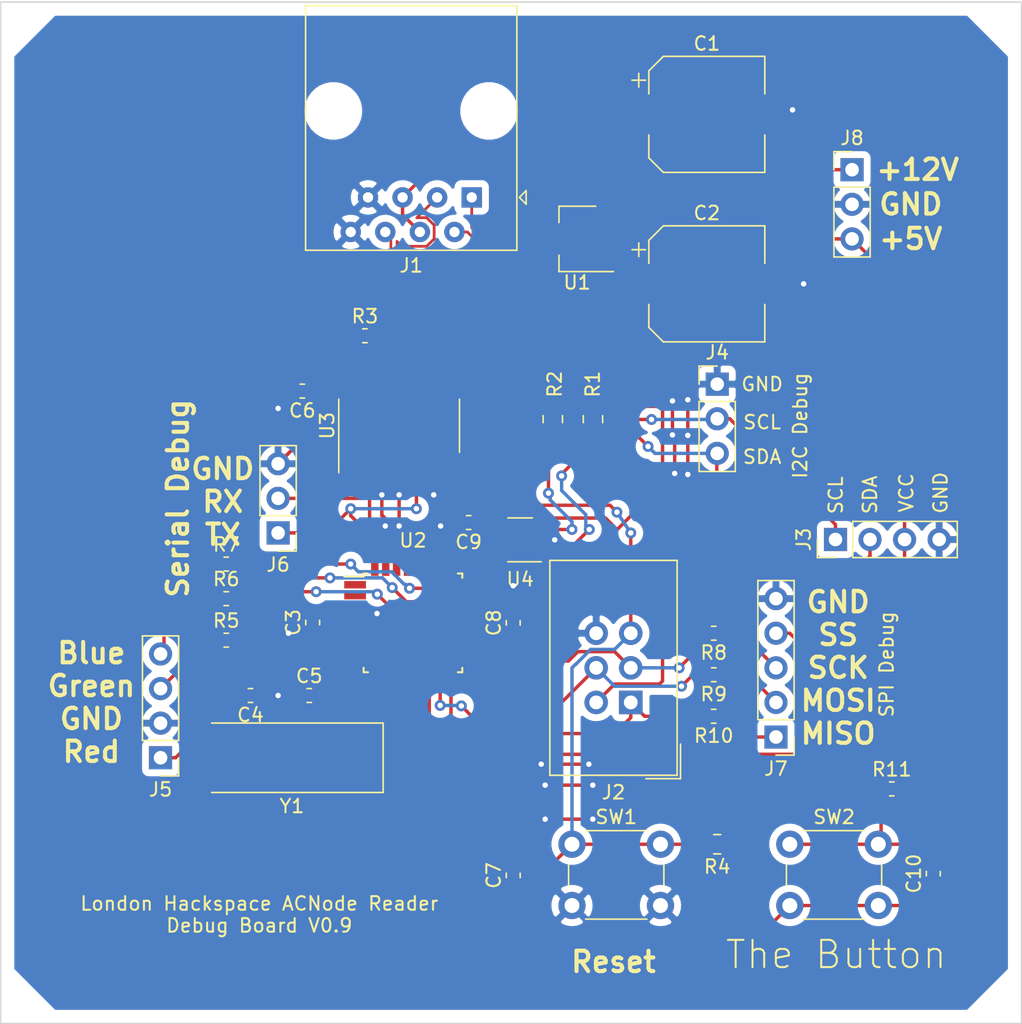
<source format=kicad_pcb>
(kicad_pcb (version 20171130) (host pcbnew "(5.1.2-1)-1")

  (general
    (thickness 1.6)
    (drawings 23)
    (tracks 508)
    (zones 0)
    (modules 36)
    (nets 30)
  )

  (page A4)
  (layers
    (0 F.Cu signal)
    (31 B.Cu signal)
    (32 B.Adhes user)
    (33 F.Adhes user)
    (34 B.Paste user)
    (35 F.Paste user)
    (36 B.SilkS user)
    (37 F.SilkS user)
    (38 B.Mask user)
    (39 F.Mask user)
    (40 Dwgs.User user)
    (41 Cmts.User user)
    (42 Eco1.User user)
    (43 Eco2.User user)
    (44 Edge.Cuts user)
    (45 Margin user)
    (46 B.CrtYd user)
    (47 F.CrtYd user)
    (48 B.Fab user)
    (49 F.Fab user)
  )

  (setup
    (last_trace_width 0.25)
    (trace_clearance 0.2)
    (zone_clearance 0.508)
    (zone_45_only no)
    (trace_min 0.2)
    (via_size 0.8)
    (via_drill 0.4)
    (via_min_size 0.4)
    (via_min_drill 0.3)
    (uvia_size 0.3)
    (uvia_drill 0.1)
    (uvias_allowed no)
    (uvia_min_size 0.2)
    (uvia_min_drill 0.1)
    (edge_width 0.1)
    (segment_width 0.2)
    (pcb_text_width 0.3)
    (pcb_text_size 1.5 1.5)
    (mod_edge_width 0.15)
    (mod_text_size 1 1)
    (mod_text_width 0.15)
    (pad_size 1.524 1.524)
    (pad_drill 0.762)
    (pad_to_mask_clearance 0)
    (aux_axis_origin 0 0)
    (visible_elements FFFFFF7F)
    (pcbplotparams
      (layerselection 0x010fc_ffffffff)
      (usegerberextensions false)
      (usegerberattributes false)
      (usegerberadvancedattributes false)
      (creategerberjobfile false)
      (excludeedgelayer true)
      (linewidth 0.100000)
      (plotframeref false)
      (viasonmask false)
      (mode 1)
      (useauxorigin false)
      (hpglpennumber 1)
      (hpglpenspeed 20)
      (hpglpendiameter 15.000000)
      (psnegative false)
      (psa4output false)
      (plotreference true)
      (plotvalue true)
      (plotinvisibletext false)
      (padsonsilk false)
      (subtractmaskfromsilk false)
      (outputformat 1)
      (mirror false)
      (drillshape 0)
      (scaleselection 1)
      (outputdirectory "Gerbers/"))
  )

  (net 0 "")
  (net 1 GND)
  (net 2 +12V)
  (net 3 +5V)
  (net 4 "Net-(C4-Pad2)")
  (net 5 "Net-(C5-Pad2)")
  (net 6 "Net-(C7-Pad2)")
  (net 7 /TX-)
  (net 8 /TX+)
  (net 9 /RX-)
  (net 10 /RX+)
  (net 11 "Net-(J2-Pad4)")
  (net 12 "Net-(J2-Pad3)")
  (net 13 "Net-(J2-Pad1)")
  (net 14 i2c_SDA)
  (net 15 i2c_SCL)
  (net 16 "Net-(J5-Pad4)")
  (net 17 "Net-(J5-Pad3)")
  (net 18 "Net-(J5-Pad1)")
  (net 19 uC_RX)
  (net 20 uC_TX)
  (net 21 "Net-(J7-Pad4)")
  (net 22 "Net-(R5-Pad2)")
  (net 23 "Net-(R6-Pad2)")
  (net 24 "Net-(R7-Pad2)")
  (net 25 "Net-(J7-Pad3)")
  (net 26 "Net-(J7-Pad2)")
  (net 27 "Net-(J7-Pad1)")
  (net 28 "Net-(C10-Pad2)")
  (net 29 "Net-(C10-Pad1)")

  (net_class Default "This is the default net class."
    (clearance 0.2)
    (trace_width 0.25)
    (via_dia 0.8)
    (via_drill 0.4)
    (uvia_dia 0.3)
    (uvia_drill 0.1)
    (add_net +12V)
    (add_net +5V)
    (add_net /RX+)
    (add_net /RX-)
    (add_net /TX+)
    (add_net /TX-)
    (add_net GND)
    (add_net "Net-(C10-Pad1)")
    (add_net "Net-(C10-Pad2)")
    (add_net "Net-(C4-Pad2)")
    (add_net "Net-(C5-Pad2)")
    (add_net "Net-(C7-Pad2)")
    (add_net "Net-(J2-Pad1)")
    (add_net "Net-(J2-Pad3)")
    (add_net "Net-(J2-Pad4)")
    (add_net "Net-(J5-Pad1)")
    (add_net "Net-(J5-Pad3)")
    (add_net "Net-(J5-Pad4)")
    (add_net "Net-(J7-Pad1)")
    (add_net "Net-(J7-Pad2)")
    (add_net "Net-(J7-Pad3)")
    (add_net "Net-(J7-Pad4)")
    (add_net "Net-(R5-Pad2)")
    (add_net "Net-(R6-Pad2)")
    (add_net "Net-(R7-Pad2)")
    (add_net i2c_SCL)
    (add_net i2c_SDA)
    (add_net uC_RX)
    (add_net uC_TX)
  )

  (module Button_Switch_THT:SW_PUSH_6mm (layer F.Cu) (tedit 5A02FE31) (tstamp 5D4CD320)
    (at 172.974 116.84)
    (descr https://www.omron.com/ecb/products/pdf/en-b3f.pdf)
    (tags "tact sw push 6mm")
    (path /5D7B07A3)
    (fp_text reference SW2 (at 3.25 -2) (layer F.SilkS)
      (effects (font (size 1 1) (thickness 0.15)))
    )
    (fp_text value SW_Push (at 3.75 6.7) (layer F.Fab)
      (effects (font (size 1 1) (thickness 0.15)))
    )
    (fp_circle (center 3.25 2.25) (end 1.25 2.5) (layer F.Fab) (width 0.1))
    (fp_line (start 6.75 3) (end 6.75 1.5) (layer F.SilkS) (width 0.12))
    (fp_line (start 5.5 -1) (end 1 -1) (layer F.SilkS) (width 0.12))
    (fp_line (start -0.25 1.5) (end -0.25 3) (layer F.SilkS) (width 0.12))
    (fp_line (start 1 5.5) (end 5.5 5.5) (layer F.SilkS) (width 0.12))
    (fp_line (start 8 -1.25) (end 8 5.75) (layer F.CrtYd) (width 0.05))
    (fp_line (start 7.75 6) (end -1.25 6) (layer F.CrtYd) (width 0.05))
    (fp_line (start -1.5 5.75) (end -1.5 -1.25) (layer F.CrtYd) (width 0.05))
    (fp_line (start -1.25 -1.5) (end 7.75 -1.5) (layer F.CrtYd) (width 0.05))
    (fp_line (start -1.5 6) (end -1.25 6) (layer F.CrtYd) (width 0.05))
    (fp_line (start -1.5 5.75) (end -1.5 6) (layer F.CrtYd) (width 0.05))
    (fp_line (start -1.5 -1.5) (end -1.25 -1.5) (layer F.CrtYd) (width 0.05))
    (fp_line (start -1.5 -1.25) (end -1.5 -1.5) (layer F.CrtYd) (width 0.05))
    (fp_line (start 8 -1.5) (end 8 -1.25) (layer F.CrtYd) (width 0.05))
    (fp_line (start 7.75 -1.5) (end 8 -1.5) (layer F.CrtYd) (width 0.05))
    (fp_line (start 8 6) (end 8 5.75) (layer F.CrtYd) (width 0.05))
    (fp_line (start 7.75 6) (end 8 6) (layer F.CrtYd) (width 0.05))
    (fp_line (start 0.25 -0.75) (end 3.25 -0.75) (layer F.Fab) (width 0.1))
    (fp_line (start 0.25 5.25) (end 0.25 -0.75) (layer F.Fab) (width 0.1))
    (fp_line (start 6.25 5.25) (end 0.25 5.25) (layer F.Fab) (width 0.1))
    (fp_line (start 6.25 -0.75) (end 6.25 5.25) (layer F.Fab) (width 0.1))
    (fp_line (start 3.25 -0.75) (end 6.25 -0.75) (layer F.Fab) (width 0.1))
    (fp_text user %R (at 3.25 2.25) (layer F.Fab)
      (effects (font (size 1 1) (thickness 0.15)))
    )
    (pad 1 thru_hole circle (at 6.5 0 90) (size 2 2) (drill 1.1) (layers *.Cu *.Mask)
      (net 28 "Net-(C10-Pad2)"))
    (pad 2 thru_hole circle (at 6.5 4.5 90) (size 2 2) (drill 1.1) (layers *.Cu *.Mask)
      (net 29 "Net-(C10-Pad1)"))
    (pad 1 thru_hole circle (at 0 0 90) (size 2 2) (drill 1.1) (layers *.Cu *.Mask)
      (net 28 "Net-(C10-Pad2)"))
    (pad 2 thru_hole circle (at 0 4.5 90) (size 2 2) (drill 1.1) (layers *.Cu *.Mask)
      (net 29 "Net-(C10-Pad1)"))
    (model ${KISYS3DMOD}/Button_Switch_THT.3dshapes/SW_PUSH_6mm.wrl
      (at (xyz 0 0 0))
      (scale (xyz 1 1 1))
      (rotate (xyz 0 0 0))
    )
  )

  (module Resistor_SMD:R_0603_1608Metric (layer F.Cu) (tedit 5B301BBD) (tstamp 5D4CD2C5)
    (at 180.467 112.776)
    (descr "Resistor SMD 0603 (1608 Metric), square (rectangular) end terminal, IPC_7351 nominal, (Body size source: http://www.tortai-tech.com/upload/download/2011102023233369053.pdf), generated with kicad-footprint-generator")
    (tags resistor)
    (path /5D7F0032)
    (attr smd)
    (fp_text reference R11 (at 0 -1.43) (layer F.SilkS)
      (effects (font (size 1 1) (thickness 0.15)))
    )
    (fp_text value R (at 0 1.43) (layer F.Fab)
      (effects (font (size 1 1) (thickness 0.15)))
    )
    (fp_text user %R (at 0 0) (layer F.Fab)
      (effects (font (size 0.4 0.4) (thickness 0.06)))
    )
    (fp_line (start 1.48 0.73) (end -1.48 0.73) (layer F.CrtYd) (width 0.05))
    (fp_line (start 1.48 -0.73) (end 1.48 0.73) (layer F.CrtYd) (width 0.05))
    (fp_line (start -1.48 -0.73) (end 1.48 -0.73) (layer F.CrtYd) (width 0.05))
    (fp_line (start -1.48 0.73) (end -1.48 -0.73) (layer F.CrtYd) (width 0.05))
    (fp_line (start -0.162779 0.51) (end 0.162779 0.51) (layer F.SilkS) (width 0.12))
    (fp_line (start -0.162779 -0.51) (end 0.162779 -0.51) (layer F.SilkS) (width 0.12))
    (fp_line (start 0.8 0.4) (end -0.8 0.4) (layer F.Fab) (width 0.1))
    (fp_line (start 0.8 -0.4) (end 0.8 0.4) (layer F.Fab) (width 0.1))
    (fp_line (start -0.8 -0.4) (end 0.8 -0.4) (layer F.Fab) (width 0.1))
    (fp_line (start -0.8 0.4) (end -0.8 -0.4) (layer F.Fab) (width 0.1))
    (pad 2 smd roundrect (at 0.7875 0) (size 0.875 0.95) (layers F.Cu F.Paste F.Mask) (roundrect_rratio 0.25)
      (net 3 +5V))
    (pad 1 smd roundrect (at -0.7875 0) (size 0.875 0.95) (layers F.Cu F.Paste F.Mask) (roundrect_rratio 0.25)
      (net 28 "Net-(C10-Pad2)"))
    (model ${KISYS3DMOD}/Resistor_SMD.3dshapes/R_0603_1608Metric.wrl
      (at (xyz 0 0 0))
      (scale (xyz 1 1 1))
      (rotate (xyz 0 0 0))
    )
  )

  (module Capacitor_SMD:C_0603_1608Metric (layer F.Cu) (tedit 5B301BBE) (tstamp 5D4CCFE2)
    (at 183.515 118.999 90)
    (descr "Capacitor SMD 0603 (1608 Metric), square (rectangular) end terminal, IPC_7351 nominal, (Body size source: http://www.tortai-tech.com/upload/download/2011102023233369053.pdf), generated with kicad-footprint-generator")
    (tags capacitor)
    (path /5D7C5FBC)
    (attr smd)
    (fp_text reference C10 (at 0 -1.43 90) (layer F.SilkS)
      (effects (font (size 1 1) (thickness 0.15)))
    )
    (fp_text value 100n (at 0 1.43 90) (layer F.Fab)
      (effects (font (size 1 1) (thickness 0.15)))
    )
    (fp_text user %R (at 0 0 90) (layer F.Fab)
      (effects (font (size 0.4 0.4) (thickness 0.06)))
    )
    (fp_line (start 1.48 0.73) (end -1.48 0.73) (layer F.CrtYd) (width 0.05))
    (fp_line (start 1.48 -0.73) (end 1.48 0.73) (layer F.CrtYd) (width 0.05))
    (fp_line (start -1.48 -0.73) (end 1.48 -0.73) (layer F.CrtYd) (width 0.05))
    (fp_line (start -1.48 0.73) (end -1.48 -0.73) (layer F.CrtYd) (width 0.05))
    (fp_line (start -0.162779 0.51) (end 0.162779 0.51) (layer F.SilkS) (width 0.12))
    (fp_line (start -0.162779 -0.51) (end 0.162779 -0.51) (layer F.SilkS) (width 0.12))
    (fp_line (start 0.8 0.4) (end -0.8 0.4) (layer F.Fab) (width 0.1))
    (fp_line (start 0.8 -0.4) (end 0.8 0.4) (layer F.Fab) (width 0.1))
    (fp_line (start -0.8 -0.4) (end 0.8 -0.4) (layer F.Fab) (width 0.1))
    (fp_line (start -0.8 0.4) (end -0.8 -0.4) (layer F.Fab) (width 0.1))
    (pad 2 smd roundrect (at 0.7875 0 90) (size 0.875 0.95) (layers F.Cu F.Paste F.Mask) (roundrect_rratio 0.25)
      (net 28 "Net-(C10-Pad2)"))
    (pad 1 smd roundrect (at -0.7875 0 90) (size 0.875 0.95) (layers F.Cu F.Paste F.Mask) (roundrect_rratio 0.25)
      (net 29 "Net-(C10-Pad1)"))
    (model ${KISYS3DMOD}/Capacitor_SMD.3dshapes/C_0603_1608Metric.wrl
      (at (xyz 0 0 0))
      (scale (xyz 1 1 1))
      (rotate (xyz 0 0 0))
    )
  )

  (module Resistor_SMD:R_0603_1608Metric (layer F.Cu) (tedit 5B301BBD) (tstamp 5D4CB9D2)
    (at 167.386 107.442 180)
    (descr "Resistor SMD 0603 (1608 Metric), square (rectangular) end terminal, IPC_7351 nominal, (Body size source: http://www.tortai-tech.com/upload/download/2011102023233369053.pdf), generated with kicad-footprint-generator")
    (tags resistor)
    (path /5D75B5AC)
    (attr smd)
    (fp_text reference R10 (at 0 -1.43) (layer F.SilkS)
      (effects (font (size 1 1) (thickness 0.15)))
    )
    (fp_text value 220R (at 0 1.43) (layer F.Fab)
      (effects (font (size 1 1) (thickness 0.15)))
    )
    (fp_text user %R (at 0 0) (layer F.Fab)
      (effects (font (size 0.4 0.4) (thickness 0.06)))
    )
    (fp_line (start 1.48 0.73) (end -1.48 0.73) (layer F.CrtYd) (width 0.05))
    (fp_line (start 1.48 -0.73) (end 1.48 0.73) (layer F.CrtYd) (width 0.05))
    (fp_line (start -1.48 -0.73) (end 1.48 -0.73) (layer F.CrtYd) (width 0.05))
    (fp_line (start -1.48 0.73) (end -1.48 -0.73) (layer F.CrtYd) (width 0.05))
    (fp_line (start -0.162779 0.51) (end 0.162779 0.51) (layer F.SilkS) (width 0.12))
    (fp_line (start -0.162779 -0.51) (end 0.162779 -0.51) (layer F.SilkS) (width 0.12))
    (fp_line (start 0.8 0.4) (end -0.8 0.4) (layer F.Fab) (width 0.1))
    (fp_line (start 0.8 -0.4) (end 0.8 0.4) (layer F.Fab) (width 0.1))
    (fp_line (start -0.8 -0.4) (end 0.8 -0.4) (layer F.Fab) (width 0.1))
    (fp_line (start -0.8 0.4) (end -0.8 -0.4) (layer F.Fab) (width 0.1))
    (pad 2 smd roundrect (at 0.7875 0 180) (size 0.875 0.95) (layers F.Cu F.Paste F.Mask) (roundrect_rratio 0.25)
      (net 13 "Net-(J2-Pad1)"))
    (pad 1 smd roundrect (at -0.7875 0 180) (size 0.875 0.95) (layers F.Cu F.Paste F.Mask) (roundrect_rratio 0.25)
      (net 27 "Net-(J7-Pad1)"))
    (model ${KISYS3DMOD}/Resistor_SMD.3dshapes/R_0603_1608Metric.wrl
      (at (xyz 0 0 0))
      (scale (xyz 1 1 1))
      (rotate (xyz 0 0 0))
    )
  )

  (module Resistor_SMD:R_0603_1608Metric (layer F.Cu) (tedit 5B301BBD) (tstamp 5D4CB717)
    (at 167.386 104.394 180)
    (descr "Resistor SMD 0603 (1608 Metric), square (rectangular) end terminal, IPC_7351 nominal, (Body size source: http://www.tortai-tech.com/upload/download/2011102023233369053.pdf), generated with kicad-footprint-generator")
    (tags resistor)
    (path /5D75BE10)
    (attr smd)
    (fp_text reference R9 (at 0 -1.43) (layer F.SilkS)
      (effects (font (size 1 1) (thickness 0.15)))
    )
    (fp_text value 220R (at 0 1.43) (layer F.Fab)
      (effects (font (size 1 1) (thickness 0.15)))
    )
    (fp_text user %R (at 0 0) (layer F.Fab)
      (effects (font (size 0.4 0.4) (thickness 0.06)))
    )
    (fp_line (start 1.48 0.73) (end -1.48 0.73) (layer F.CrtYd) (width 0.05))
    (fp_line (start 1.48 -0.73) (end 1.48 0.73) (layer F.CrtYd) (width 0.05))
    (fp_line (start -1.48 -0.73) (end 1.48 -0.73) (layer F.CrtYd) (width 0.05))
    (fp_line (start -1.48 0.73) (end -1.48 -0.73) (layer F.CrtYd) (width 0.05))
    (fp_line (start -0.162779 0.51) (end 0.162779 0.51) (layer F.SilkS) (width 0.12))
    (fp_line (start -0.162779 -0.51) (end 0.162779 -0.51) (layer F.SilkS) (width 0.12))
    (fp_line (start 0.8 0.4) (end -0.8 0.4) (layer F.Fab) (width 0.1))
    (fp_line (start 0.8 -0.4) (end 0.8 0.4) (layer F.Fab) (width 0.1))
    (fp_line (start -0.8 -0.4) (end 0.8 -0.4) (layer F.Fab) (width 0.1))
    (fp_line (start -0.8 0.4) (end -0.8 -0.4) (layer F.Fab) (width 0.1))
    (pad 2 smd roundrect (at 0.7875 0 180) (size 0.875 0.95) (layers F.Cu F.Paste F.Mask) (roundrect_rratio 0.25)
      (net 11 "Net-(J2-Pad4)"))
    (pad 1 smd roundrect (at -0.7875 0 180) (size 0.875 0.95) (layers F.Cu F.Paste F.Mask) (roundrect_rratio 0.25)
      (net 26 "Net-(J7-Pad2)"))
    (model ${KISYS3DMOD}/Resistor_SMD.3dshapes/R_0603_1608Metric.wrl
      (at (xyz 0 0 0))
      (scale (xyz 1 1 1))
      (rotate (xyz 0 0 0))
    )
  )

  (module Resistor_SMD:R_0603_1608Metric (layer F.Cu) (tedit 5B301BBD) (tstamp 5D4CB706)
    (at 167.386 101.346 180)
    (descr "Resistor SMD 0603 (1608 Metric), square (rectangular) end terminal, IPC_7351 nominal, (Body size source: http://www.tortai-tech.com/upload/download/2011102023233369053.pdf), generated with kicad-footprint-generator")
    (tags resistor)
    (path /5D75CB07)
    (attr smd)
    (fp_text reference R8 (at 0 -1.43) (layer F.SilkS)
      (effects (font (size 1 1) (thickness 0.15)))
    )
    (fp_text value 220R (at 0 1.43) (layer F.Fab)
      (effects (font (size 1 1) (thickness 0.15)))
    )
    (fp_text user %R (at 0 0) (layer F.Fab)
      (effects (font (size 0.4 0.4) (thickness 0.06)))
    )
    (fp_line (start 1.48 0.73) (end -1.48 0.73) (layer F.CrtYd) (width 0.05))
    (fp_line (start 1.48 -0.73) (end 1.48 0.73) (layer F.CrtYd) (width 0.05))
    (fp_line (start -1.48 -0.73) (end 1.48 -0.73) (layer F.CrtYd) (width 0.05))
    (fp_line (start -1.48 0.73) (end -1.48 -0.73) (layer F.CrtYd) (width 0.05))
    (fp_line (start -0.162779 0.51) (end 0.162779 0.51) (layer F.SilkS) (width 0.12))
    (fp_line (start -0.162779 -0.51) (end 0.162779 -0.51) (layer F.SilkS) (width 0.12))
    (fp_line (start 0.8 0.4) (end -0.8 0.4) (layer F.Fab) (width 0.1))
    (fp_line (start 0.8 -0.4) (end 0.8 0.4) (layer F.Fab) (width 0.1))
    (fp_line (start -0.8 -0.4) (end 0.8 -0.4) (layer F.Fab) (width 0.1))
    (fp_line (start -0.8 0.4) (end -0.8 -0.4) (layer F.Fab) (width 0.1))
    (pad 2 smd roundrect (at 0.7875 0 180) (size 0.875 0.95) (layers F.Cu F.Paste F.Mask) (roundrect_rratio 0.25)
      (net 12 "Net-(J2-Pad3)"))
    (pad 1 smd roundrect (at -0.7875 0 180) (size 0.875 0.95) (layers F.Cu F.Paste F.Mask) (roundrect_rratio 0.25)
      (net 25 "Net-(J7-Pad3)"))
    (model ${KISYS3DMOD}/Resistor_SMD.3dshapes/R_0603_1608Metric.wrl
      (at (xyz 0 0 0))
      (scale (xyz 1 1 1))
      (rotate (xyz 0 0 0))
    )
  )

  (module Resistor_SMD:R_0603_1608Metric (layer F.Cu) (tedit 5B301BBD) (tstamp 5D4CA9B3)
    (at 131.572 96.266)
    (descr "Resistor SMD 0603 (1608 Metric), square (rectangular) end terminal, IPC_7351 nominal, (Body size source: http://www.tortai-tech.com/upload/download/2011102023233369053.pdf), generated with kicad-footprint-generator")
    (tags resistor)
    (path /5D6CD1FE)
    (attr smd)
    (fp_text reference R7 (at 0 -1.43) (layer F.SilkS)
      (effects (font (size 1 1) (thickness 0.15)))
    )
    (fp_text value 1K (at 0 1.43) (layer F.Fab)
      (effects (font (size 1 1) (thickness 0.15)))
    )
    (fp_text user %R (at 0 0) (layer F.Fab)
      (effects (font (size 0.4 0.4) (thickness 0.06)))
    )
    (fp_line (start 1.48 0.73) (end -1.48 0.73) (layer F.CrtYd) (width 0.05))
    (fp_line (start 1.48 -0.73) (end 1.48 0.73) (layer F.CrtYd) (width 0.05))
    (fp_line (start -1.48 -0.73) (end 1.48 -0.73) (layer F.CrtYd) (width 0.05))
    (fp_line (start -1.48 0.73) (end -1.48 -0.73) (layer F.CrtYd) (width 0.05))
    (fp_line (start -0.162779 0.51) (end 0.162779 0.51) (layer F.SilkS) (width 0.12))
    (fp_line (start -0.162779 -0.51) (end 0.162779 -0.51) (layer F.SilkS) (width 0.12))
    (fp_line (start 0.8 0.4) (end -0.8 0.4) (layer F.Fab) (width 0.1))
    (fp_line (start 0.8 -0.4) (end 0.8 0.4) (layer F.Fab) (width 0.1))
    (fp_line (start -0.8 -0.4) (end 0.8 -0.4) (layer F.Fab) (width 0.1))
    (fp_line (start -0.8 0.4) (end -0.8 -0.4) (layer F.Fab) (width 0.1))
    (pad 2 smd roundrect (at 0.7875 0) (size 0.875 0.95) (layers F.Cu F.Paste F.Mask) (roundrect_rratio 0.25)
      (net 24 "Net-(R7-Pad2)"))
    (pad 1 smd roundrect (at -0.7875 0) (size 0.875 0.95) (layers F.Cu F.Paste F.Mask) (roundrect_rratio 0.25)
      (net 16 "Net-(J5-Pad4)"))
    (model ${KISYS3DMOD}/Resistor_SMD.3dshapes/R_0603_1608Metric.wrl
      (at (xyz 0 0 0))
      (scale (xyz 1 1 1))
      (rotate (xyz 0 0 0))
    )
  )

  (module Resistor_SMD:R_0603_1608Metric (layer F.Cu) (tedit 5B301BBD) (tstamp 5D4CAA25)
    (at 131.572 98.806)
    (descr "Resistor SMD 0603 (1608 Metric), square (rectangular) end terminal, IPC_7351 nominal, (Body size source: http://www.tortai-tech.com/upload/download/2011102023233369053.pdf), generated with kicad-footprint-generator")
    (tags resistor)
    (path /5D6CBBDE)
    (attr smd)
    (fp_text reference R6 (at 0 -1.43) (layer F.SilkS)
      (effects (font (size 1 1) (thickness 0.15)))
    )
    (fp_text value 1K (at 0 1.43) (layer F.Fab)
      (effects (font (size 1 1) (thickness 0.15)))
    )
    (fp_text user %R (at 0 0) (layer F.Fab)
      (effects (font (size 0.4 0.4) (thickness 0.06)))
    )
    (fp_line (start 1.48 0.73) (end -1.48 0.73) (layer F.CrtYd) (width 0.05))
    (fp_line (start 1.48 -0.73) (end 1.48 0.73) (layer F.CrtYd) (width 0.05))
    (fp_line (start -1.48 -0.73) (end 1.48 -0.73) (layer F.CrtYd) (width 0.05))
    (fp_line (start -1.48 0.73) (end -1.48 -0.73) (layer F.CrtYd) (width 0.05))
    (fp_line (start -0.162779 0.51) (end 0.162779 0.51) (layer F.SilkS) (width 0.12))
    (fp_line (start -0.162779 -0.51) (end 0.162779 -0.51) (layer F.SilkS) (width 0.12))
    (fp_line (start 0.8 0.4) (end -0.8 0.4) (layer F.Fab) (width 0.1))
    (fp_line (start 0.8 -0.4) (end 0.8 0.4) (layer F.Fab) (width 0.1))
    (fp_line (start -0.8 -0.4) (end 0.8 -0.4) (layer F.Fab) (width 0.1))
    (fp_line (start -0.8 0.4) (end -0.8 -0.4) (layer F.Fab) (width 0.1))
    (pad 2 smd roundrect (at 0.7875 0) (size 0.875 0.95) (layers F.Cu F.Paste F.Mask) (roundrect_rratio 0.25)
      (net 23 "Net-(R6-Pad2)"))
    (pad 1 smd roundrect (at -0.7875 0) (size 0.875 0.95) (layers F.Cu F.Paste F.Mask) (roundrect_rratio 0.25)
      (net 17 "Net-(J5-Pad3)"))
    (model ${KISYS3DMOD}/Resistor_SMD.3dshapes/R_0603_1608Metric.wrl
      (at (xyz 0 0 0))
      (scale (xyz 1 1 1))
      (rotate (xyz 0 0 0))
    )
  )

  (module Resistor_SMD:R_0603_1608Metric (layer F.Cu) (tedit 5B301BBD) (tstamp 5D4CA6FC)
    (at 131.572 101.854)
    (descr "Resistor SMD 0603 (1608 Metric), square (rectangular) end terminal, IPC_7351 nominal, (Body size source: http://www.tortai-tech.com/upload/download/2011102023233369053.pdf), generated with kicad-footprint-generator")
    (tags resistor)
    (path /5D6CB022)
    (attr smd)
    (fp_text reference R5 (at 0 -1.43) (layer F.SilkS)
      (effects (font (size 1 1) (thickness 0.15)))
    )
    (fp_text value 1K (at 0 1.43) (layer F.Fab)
      (effects (font (size 1 1) (thickness 0.15)))
    )
    (fp_text user %R (at 0 0) (layer F.Fab)
      (effects (font (size 0.4 0.4) (thickness 0.06)))
    )
    (fp_line (start 1.48 0.73) (end -1.48 0.73) (layer F.CrtYd) (width 0.05))
    (fp_line (start 1.48 -0.73) (end 1.48 0.73) (layer F.CrtYd) (width 0.05))
    (fp_line (start -1.48 -0.73) (end 1.48 -0.73) (layer F.CrtYd) (width 0.05))
    (fp_line (start -1.48 0.73) (end -1.48 -0.73) (layer F.CrtYd) (width 0.05))
    (fp_line (start -0.162779 0.51) (end 0.162779 0.51) (layer F.SilkS) (width 0.12))
    (fp_line (start -0.162779 -0.51) (end 0.162779 -0.51) (layer F.SilkS) (width 0.12))
    (fp_line (start 0.8 0.4) (end -0.8 0.4) (layer F.Fab) (width 0.1))
    (fp_line (start 0.8 -0.4) (end 0.8 0.4) (layer F.Fab) (width 0.1))
    (fp_line (start -0.8 -0.4) (end 0.8 -0.4) (layer F.Fab) (width 0.1))
    (fp_line (start -0.8 0.4) (end -0.8 -0.4) (layer F.Fab) (width 0.1))
    (pad 2 smd roundrect (at 0.7875 0) (size 0.875 0.95) (layers F.Cu F.Paste F.Mask) (roundrect_rratio 0.25)
      (net 22 "Net-(R5-Pad2)"))
    (pad 1 smd roundrect (at -0.7875 0) (size 0.875 0.95) (layers F.Cu F.Paste F.Mask) (roundrect_rratio 0.25)
      (net 18 "Net-(J5-Pad1)"))
    (model ${KISYS3DMOD}/Resistor_SMD.3dshapes/R_0603_1608Metric.wrl
      (at (xyz 0 0 0))
      (scale (xyz 1 1 1))
      (rotate (xyz 0 0 0))
    )
  )

  (module Crystal:Crystal_SMD_HC49-SD (layer F.Cu) (tedit 5A1AD52C) (tstamp 5D4A46E9)
    (at 136.398 110.49 180)
    (descr "SMD Crystal HC-49-SD http://cdn-reichelt.de/documents/datenblatt/B400/xxx-HC49-SMD.pdf, 11.4x4.7mm^2 package")
    (tags "SMD SMT crystal")
    (path /5D3DF8AF)
    (attr smd)
    (fp_text reference Y1 (at 0 -3.55) (layer F.SilkS)
      (effects (font (size 1 1) (thickness 0.15)))
    )
    (fp_text value 16MHz (at 0 3.55) (layer F.Fab)
      (effects (font (size 1 1) (thickness 0.15)))
    )
    (fp_arc (start 3.015 0) (end 3.015 -2.115) (angle 180) (layer F.Fab) (width 0.1))
    (fp_arc (start -3.015 0) (end -3.015 -2.115) (angle -180) (layer F.Fab) (width 0.1))
    (fp_line (start 6.8 -2.6) (end -6.8 -2.6) (layer F.CrtYd) (width 0.05))
    (fp_line (start 6.8 2.6) (end 6.8 -2.6) (layer F.CrtYd) (width 0.05))
    (fp_line (start -6.8 2.6) (end 6.8 2.6) (layer F.CrtYd) (width 0.05))
    (fp_line (start -6.8 -2.6) (end -6.8 2.6) (layer F.CrtYd) (width 0.05))
    (fp_line (start -6.7 2.55) (end 5.9 2.55) (layer F.SilkS) (width 0.12))
    (fp_line (start -6.7 -2.55) (end -6.7 2.55) (layer F.SilkS) (width 0.12))
    (fp_line (start 5.9 -2.55) (end -6.7 -2.55) (layer F.SilkS) (width 0.12))
    (fp_line (start -3.015 2.115) (end 3.015 2.115) (layer F.Fab) (width 0.1))
    (fp_line (start -3.015 -2.115) (end 3.015 -2.115) (layer F.Fab) (width 0.1))
    (fp_line (start 5.7 -2.35) (end -5.7 -2.35) (layer F.Fab) (width 0.1))
    (fp_line (start 5.7 2.35) (end 5.7 -2.35) (layer F.Fab) (width 0.1))
    (fp_line (start -5.7 2.35) (end 5.7 2.35) (layer F.Fab) (width 0.1))
    (fp_line (start -5.7 -2.35) (end -5.7 2.35) (layer F.Fab) (width 0.1))
    (fp_text user %R (at 0 0) (layer F.Fab)
      (effects (font (size 1 1) (thickness 0.15)))
    )
    (pad 2 smd rect (at 4.25 0 180) (size 4.5 2) (layers F.Cu F.Paste F.Mask)
      (net 4 "Net-(C4-Pad2)"))
    (pad 1 smd rect (at -4.25 0 180) (size 4.5 2) (layers F.Cu F.Paste F.Mask)
      (net 5 "Net-(C5-Pad2)"))
    (model ${KISYS3DMOD}/Crystal.3dshapes/Crystal_SMD_HC49-SD.wrl
      (at (xyz 0 0 0))
      (scale (xyz 1 1 1))
      (rotate (xyz 0 0 0))
    )
  )

  (module Package_TO_SOT_SMD:SOT-23-5 (layer F.Cu) (tedit 5A02FF57) (tstamp 5D4A46D3)
    (at 153.162 94.488 180)
    (descr "5-pin SOT23 package")
    (tags SOT-23-5)
    (path /5D4A707D)
    (attr smd)
    (fp_text reference U4 (at 0 -2.9) (layer F.SilkS)
      (effects (font (size 1 1) (thickness 0.15)))
    )
    (fp_text value SI7060-B-00-IV (at 0 2.9) (layer F.Fab)
      (effects (font (size 1 1) (thickness 0.15)))
    )
    (fp_line (start 0.9 -1.55) (end 0.9 1.55) (layer F.Fab) (width 0.1))
    (fp_line (start 0.9 1.55) (end -0.9 1.55) (layer F.Fab) (width 0.1))
    (fp_line (start -0.9 -0.9) (end -0.9 1.55) (layer F.Fab) (width 0.1))
    (fp_line (start 0.9 -1.55) (end -0.25 -1.55) (layer F.Fab) (width 0.1))
    (fp_line (start -0.9 -0.9) (end -0.25 -1.55) (layer F.Fab) (width 0.1))
    (fp_line (start -1.9 1.8) (end -1.9 -1.8) (layer F.CrtYd) (width 0.05))
    (fp_line (start 1.9 1.8) (end -1.9 1.8) (layer F.CrtYd) (width 0.05))
    (fp_line (start 1.9 -1.8) (end 1.9 1.8) (layer F.CrtYd) (width 0.05))
    (fp_line (start -1.9 -1.8) (end 1.9 -1.8) (layer F.CrtYd) (width 0.05))
    (fp_line (start 0.9 -1.61) (end -1.55 -1.61) (layer F.SilkS) (width 0.12))
    (fp_line (start -0.9 1.61) (end 0.9 1.61) (layer F.SilkS) (width 0.12))
    (fp_text user %R (at 0 0 90) (layer F.Fab)
      (effects (font (size 0.5 0.5) (thickness 0.075)))
    )
    (pad 5 smd rect (at 1.1 -0.95 180) (size 1.06 0.65) (layers F.Cu F.Paste F.Mask))
    (pad 4 smd rect (at 1.1 0.95 180) (size 1.06 0.65) (layers F.Cu F.Paste F.Mask)
      (net 3 +5V))
    (pad 3 smd rect (at -1.1 0.95 180) (size 1.06 0.65) (layers F.Cu F.Paste F.Mask)
      (net 15 i2c_SCL))
    (pad 2 smd rect (at -1.1 0 180) (size 1.06 0.65) (layers F.Cu F.Paste F.Mask)
      (net 1 GND))
    (pad 1 smd rect (at -1.1 -0.95 180) (size 1.06 0.65) (layers F.Cu F.Paste F.Mask)
      (net 14 i2c_SDA))
    (model ${KISYS3DMOD}/Package_TO_SOT_SMD.3dshapes/SOT-23-5.wrl
      (at (xyz 0 0 0))
      (scale (xyz 1 1 1))
      (rotate (xyz 0 0 0))
    )
  )

  (module Package_SO:SOIC-14_3.9x8.7mm_P1.27mm (layer F.Cu) (tedit 5C97300E) (tstamp 5D4A46BE)
    (at 144.272 86.106 90)
    (descr "SOIC, 14 Pin (JEDEC MS-012AB, https://www.analog.com/media/en/package-pcb-resources/package/pkg_pdf/soic_narrow-r/r_14.pdf), generated with kicad-footprint-generator ipc_gullwing_generator.py")
    (tags "SOIC SO")
    (path /5D3DCFE1)
    (attr smd)
    (fp_text reference U3 (at 0 -5.28 90) (layer F.SilkS)
      (effects (font (size 1 1) (thickness 0.15)))
    )
    (fp_text value ISL8489EIBZ (at 0 5.28 90) (layer F.Fab)
      (effects (font (size 1 1) (thickness 0.15)))
    )
    (fp_text user %R (at 0 0 90) (layer F.Fab)
      (effects (font (size 0.98 0.98) (thickness 0.15)))
    )
    (fp_line (start 3.7 -4.58) (end -3.7 -4.58) (layer F.CrtYd) (width 0.05))
    (fp_line (start 3.7 4.58) (end 3.7 -4.58) (layer F.CrtYd) (width 0.05))
    (fp_line (start -3.7 4.58) (end 3.7 4.58) (layer F.CrtYd) (width 0.05))
    (fp_line (start -3.7 -4.58) (end -3.7 4.58) (layer F.CrtYd) (width 0.05))
    (fp_line (start -1.95 -3.35) (end -0.975 -4.325) (layer F.Fab) (width 0.1))
    (fp_line (start -1.95 4.325) (end -1.95 -3.35) (layer F.Fab) (width 0.1))
    (fp_line (start 1.95 4.325) (end -1.95 4.325) (layer F.Fab) (width 0.1))
    (fp_line (start 1.95 -4.325) (end 1.95 4.325) (layer F.Fab) (width 0.1))
    (fp_line (start -0.975 -4.325) (end 1.95 -4.325) (layer F.Fab) (width 0.1))
    (fp_line (start 0 -4.435) (end -3.45 -4.435) (layer F.SilkS) (width 0.12))
    (fp_line (start 0 -4.435) (end 1.95 -4.435) (layer F.SilkS) (width 0.12))
    (fp_line (start 0 4.435) (end -1.95 4.435) (layer F.SilkS) (width 0.12))
    (fp_line (start 0 4.435) (end 1.95 4.435) (layer F.SilkS) (width 0.12))
    (pad 14 smd roundrect (at 2.475 -3.81 90) (size 1.95 0.6) (layers F.Cu F.Paste F.Mask) (roundrect_rratio 0.25)
      (net 3 +5V))
    (pad 13 smd roundrect (at 2.475 -2.54 90) (size 1.95 0.6) (layers F.Cu F.Paste F.Mask) (roundrect_rratio 0.25))
    (pad 12 smd roundrect (at 2.475 -1.27 90) (size 1.95 0.6) (layers F.Cu F.Paste F.Mask) (roundrect_rratio 0.25)
      (net 10 /RX+))
    (pad 11 smd roundrect (at 2.475 0 90) (size 1.95 0.6) (layers F.Cu F.Paste F.Mask) (roundrect_rratio 0.25)
      (net 9 /RX-))
    (pad 10 smd roundrect (at 2.475 1.27 90) (size 1.95 0.6) (layers F.Cu F.Paste F.Mask) (roundrect_rratio 0.25)
      (net 7 /TX-))
    (pad 9 smd roundrect (at 2.475 2.54 90) (size 1.95 0.6) (layers F.Cu F.Paste F.Mask) (roundrect_rratio 0.25)
      (net 8 /TX+))
    (pad 8 smd roundrect (at 2.475 3.81 90) (size 1.95 0.6) (layers F.Cu F.Paste F.Mask) (roundrect_rratio 0.25))
    (pad 7 smd roundrect (at -2.475 3.81 90) (size 1.95 0.6) (layers F.Cu F.Paste F.Mask) (roundrect_rratio 0.25)
      (net 1 GND))
    (pad 6 smd roundrect (at -2.475 2.54 90) (size 1.95 0.6) (layers F.Cu F.Paste F.Mask) (roundrect_rratio 0.25)
      (net 1 GND))
    (pad 5 smd roundrect (at -2.475 1.27 90) (size 1.95 0.6) (layers F.Cu F.Paste F.Mask) (roundrect_rratio 0.25)
      (net 20 uC_TX))
    (pad 4 smd roundrect (at -2.475 0 90) (size 1.95 0.6) (layers F.Cu F.Paste F.Mask) (roundrect_rratio 0.25)
      (net 3 +5V))
    (pad 3 smd roundrect (at -2.475 -1.27 90) (size 1.95 0.6) (layers F.Cu F.Paste F.Mask) (roundrect_rratio 0.25)
      (net 1 GND))
    (pad 2 smd roundrect (at -2.475 -2.54 90) (size 1.95 0.6) (layers F.Cu F.Paste F.Mask) (roundrect_rratio 0.25)
      (net 19 uC_RX))
    (pad 1 smd roundrect (at -2.475 -3.81 90) (size 1.95 0.6) (layers F.Cu F.Paste F.Mask) (roundrect_rratio 0.25))
    (model ${KISYS3DMOD}/Package_SO.3dshapes/SOIC-14_3.9x8.7mm_P1.27mm.wrl
      (at (xyz 0 0 0))
      (scale (xyz 1 1 1))
      (rotate (xyz 0 0 0))
    )
  )

  (module Package_QFP:TQFP-32_7x7mm_P0.8mm (layer F.Cu) (tedit 5A02F146) (tstamp 5D4A469E)
    (at 145.288 100.584)
    (descr "32-Lead Plastic Thin Quad Flatpack (PT) - 7x7x1.0 mm Body, 2.00 mm [TQFP] (see Microchip Packaging Specification 00000049BS.pdf)")
    (tags "QFP 0.8")
    (path /5D3CE1ED)
    (attr smd)
    (fp_text reference U2 (at 0 -6.05) (layer F.SilkS)
      (effects (font (size 1 1) (thickness 0.15)))
    )
    (fp_text value ATmega88-20AU (at 0 6.05) (layer F.Fab)
      (effects (font (size 1 1) (thickness 0.15)))
    )
    (fp_line (start -3.625 -3.4) (end -5.05 -3.4) (layer F.SilkS) (width 0.15))
    (fp_line (start 3.625 -3.625) (end 3.3 -3.625) (layer F.SilkS) (width 0.15))
    (fp_line (start 3.625 3.625) (end 3.3 3.625) (layer F.SilkS) (width 0.15))
    (fp_line (start -3.625 3.625) (end -3.3 3.625) (layer F.SilkS) (width 0.15))
    (fp_line (start -3.625 -3.625) (end -3.3 -3.625) (layer F.SilkS) (width 0.15))
    (fp_line (start -3.625 3.625) (end -3.625 3.3) (layer F.SilkS) (width 0.15))
    (fp_line (start 3.625 3.625) (end 3.625 3.3) (layer F.SilkS) (width 0.15))
    (fp_line (start 3.625 -3.625) (end 3.625 -3.3) (layer F.SilkS) (width 0.15))
    (fp_line (start -3.625 -3.625) (end -3.625 -3.4) (layer F.SilkS) (width 0.15))
    (fp_line (start -5.3 5.3) (end 5.3 5.3) (layer F.CrtYd) (width 0.05))
    (fp_line (start -5.3 -5.3) (end 5.3 -5.3) (layer F.CrtYd) (width 0.05))
    (fp_line (start 5.3 -5.3) (end 5.3 5.3) (layer F.CrtYd) (width 0.05))
    (fp_line (start -5.3 -5.3) (end -5.3 5.3) (layer F.CrtYd) (width 0.05))
    (fp_line (start -3.5 -2.5) (end -2.5 -3.5) (layer F.Fab) (width 0.15))
    (fp_line (start -3.5 3.5) (end -3.5 -2.5) (layer F.Fab) (width 0.15))
    (fp_line (start 3.5 3.5) (end -3.5 3.5) (layer F.Fab) (width 0.15))
    (fp_line (start 3.5 -3.5) (end 3.5 3.5) (layer F.Fab) (width 0.15))
    (fp_line (start -2.5 -3.5) (end 3.5 -3.5) (layer F.Fab) (width 0.15))
    (fp_text user %R (at 0 0) (layer F.Fab)
      (effects (font (size 1 1) (thickness 0.15)))
    )
    (pad 32 smd rect (at -2.8 -4.25 90) (size 1.6 0.55) (layers F.Cu F.Paste F.Mask))
    (pad 31 smd rect (at -2 -4.25 90) (size 1.6 0.55) (layers F.Cu F.Paste F.Mask)
      (net 20 uC_TX))
    (pad 30 smd rect (at -1.2 -4.25 90) (size 1.6 0.55) (layers F.Cu F.Paste F.Mask)
      (net 19 uC_RX))
    (pad 29 smd rect (at -0.4 -4.25 90) (size 1.6 0.55) (layers F.Cu F.Paste F.Mask)
      (net 6 "Net-(C7-Pad2)"))
    (pad 28 smd rect (at 0.4 -4.25 90) (size 1.6 0.55) (layers F.Cu F.Paste F.Mask)
      (net 15 i2c_SCL))
    (pad 27 smd rect (at 1.2 -4.25 90) (size 1.6 0.55) (layers F.Cu F.Paste F.Mask)
      (net 14 i2c_SDA))
    (pad 26 smd rect (at 2 -4.25 90) (size 1.6 0.55) (layers F.Cu F.Paste F.Mask))
    (pad 25 smd rect (at 2.8 -4.25 90) (size 1.6 0.55) (layers F.Cu F.Paste F.Mask)
      (net 24 "Net-(R7-Pad2)"))
    (pad 24 smd rect (at 4.25 -2.8) (size 1.6 0.55) (layers F.Cu F.Paste F.Mask)
      (net 23 "Net-(R6-Pad2)"))
    (pad 23 smd rect (at 4.25 -2) (size 1.6 0.55) (layers F.Cu F.Paste F.Mask)
      (net 22 "Net-(R5-Pad2)"))
    (pad 22 smd rect (at 4.25 -1.2) (size 1.6 0.55) (layers F.Cu F.Paste F.Mask))
    (pad 21 smd rect (at 4.25 -0.4) (size 1.6 0.55) (layers F.Cu F.Paste F.Mask)
      (net 1 GND))
    (pad 20 smd rect (at 4.25 0.4) (size 1.6 0.55) (layers F.Cu F.Paste F.Mask)
      (net 3 +5V))
    (pad 19 smd rect (at 4.25 1.2) (size 1.6 0.55) (layers F.Cu F.Paste F.Mask))
    (pad 18 smd rect (at 4.25 2) (size 1.6 0.55) (layers F.Cu F.Paste F.Mask)
      (net 3 +5V))
    (pad 17 smd rect (at 4.25 2.8) (size 1.6 0.55) (layers F.Cu F.Paste F.Mask)
      (net 12 "Net-(J2-Pad3)"))
    (pad 16 smd rect (at 2.8 4.25 90) (size 1.6 0.55) (layers F.Cu F.Paste F.Mask)
      (net 13 "Net-(J2-Pad1)"))
    (pad 15 smd rect (at 2 4.25 90) (size 1.6 0.55) (layers F.Cu F.Paste F.Mask)
      (net 11 "Net-(J2-Pad4)"))
    (pad 14 smd rect (at 1.2 4.25 90) (size 1.6 0.55) (layers F.Cu F.Paste F.Mask)
      (net 21 "Net-(J7-Pad4)"))
    (pad 13 smd rect (at 0.4 4.25 90) (size 1.6 0.55) (layers F.Cu F.Paste F.Mask))
    (pad 12 smd rect (at -0.4 4.25 90) (size 1.6 0.55) (layers F.Cu F.Paste F.Mask))
    (pad 11 smd rect (at -1.2 4.25 90) (size 1.6 0.55) (layers F.Cu F.Paste F.Mask)
      (net 29 "Net-(C10-Pad1)"))
    (pad 10 smd rect (at -2 4.25 90) (size 1.6 0.55) (layers F.Cu F.Paste F.Mask))
    (pad 9 smd rect (at -2.8 4.25 90) (size 1.6 0.55) (layers F.Cu F.Paste F.Mask))
    (pad 8 smd rect (at -4.25 2.8) (size 1.6 0.55) (layers F.Cu F.Paste F.Mask)
      (net 5 "Net-(C5-Pad2)"))
    (pad 7 smd rect (at -4.25 2) (size 1.6 0.55) (layers F.Cu F.Paste F.Mask)
      (net 4 "Net-(C4-Pad2)"))
    (pad 6 smd rect (at -4.25 1.2) (size 1.6 0.55) (layers F.Cu F.Paste F.Mask)
      (net 3 +5V))
    (pad 5 smd rect (at -4.25 0.4) (size 1.6 0.55) (layers F.Cu F.Paste F.Mask)
      (net 1 GND))
    (pad 4 smd rect (at -4.25 -0.4) (size 1.6 0.55) (layers F.Cu F.Paste F.Mask)
      (net 3 +5V))
    (pad 3 smd rect (at -4.25 -1.2) (size 1.6 0.55) (layers F.Cu F.Paste F.Mask)
      (net 1 GND))
    (pad 2 smd rect (at -4.25 -2) (size 1.6 0.55) (layers F.Cu F.Paste F.Mask))
    (pad 1 smd rect (at -4.25 -2.8) (size 1.6 0.55) (layers F.Cu F.Paste F.Mask))
    (model ${KISYS3DMOD}/Package_QFP.3dshapes/TQFP-32_7x7mm_P0.8mm.wrl
      (at (xyz 0 0 0))
      (scale (xyz 1 1 1))
      (rotate (xyz 0 0 0))
    )
  )

  (module Package_TO_SOT_SMD:SOT-89-3 (layer F.Cu) (tedit 5A02FF57) (tstamp 5D4A4667)
    (at 157.7975 72.39 180)
    (descr SOT-89-3)
    (tags SOT-89-3)
    (path /5D3D7904)
    (attr smd)
    (fp_text reference U1 (at 0.45 -3.2) (layer F.SilkS)
      (effects (font (size 1 1) (thickness 0.15)))
    )
    (fp_text value L78L05_SOT89 (at 0.45 3.25) (layer F.Fab)
      (effects (font (size 1 1) (thickness 0.15)))
    )
    (fp_line (start -2.48 2.55) (end -2.48 -2.55) (layer F.CrtYd) (width 0.05))
    (fp_line (start -2.48 2.55) (end 3.23 2.55) (layer F.CrtYd) (width 0.05))
    (fp_line (start 3.23 -2.55) (end -2.48 -2.55) (layer F.CrtYd) (width 0.05))
    (fp_line (start 3.23 -2.55) (end 3.23 2.55) (layer F.CrtYd) (width 0.05))
    (fp_line (start -0.13 -2.3) (end 1.68 -2.3) (layer F.Fab) (width 0.1))
    (fp_line (start -0.92 2.3) (end -0.92 -1.51) (layer F.Fab) (width 0.1))
    (fp_line (start 1.68 2.3) (end -0.92 2.3) (layer F.Fab) (width 0.1))
    (fp_line (start 1.68 -2.3) (end 1.68 2.3) (layer F.Fab) (width 0.1))
    (fp_line (start -0.92 -1.51) (end -0.13 -2.3) (layer F.Fab) (width 0.1))
    (fp_line (start 1.78 -2.4) (end 1.78 -1.2) (layer F.SilkS) (width 0.12))
    (fp_line (start -2.22 -2.4) (end 1.78 -2.4) (layer F.SilkS) (width 0.12))
    (fp_line (start 1.78 2.4) (end -0.92 2.4) (layer F.SilkS) (width 0.12))
    (fp_line (start 1.78 1.2) (end 1.78 2.4) (layer F.SilkS) (width 0.12))
    (fp_text user %R (at 0.38 0 90) (layer F.Fab)
      (effects (font (size 0.6 0.6) (thickness 0.09)))
    )
    (pad 2 smd trapezoid (at -0.0762 0 270) (size 1.5 1) (rect_delta 0 0.7 ) (layers F.Cu F.Paste F.Mask)
      (net 1 GND))
    (pad 2 smd rect (at 1.3335 0 90) (size 2.2 1.84) (layers F.Cu F.Paste F.Mask)
      (net 1 GND))
    (pad 3 smd rect (at -1.48 1.5 90) (size 1 1.5) (layers F.Cu F.Paste F.Mask)
      (net 2 +12V))
    (pad 2 smd rect (at -1.3335 0 90) (size 1 1.8) (layers F.Cu F.Paste F.Mask)
      (net 1 GND))
    (pad 1 smd rect (at -1.48 -1.5 90) (size 1 1.5) (layers F.Cu F.Paste F.Mask)
      (net 3 +5V))
    (pad 2 smd trapezoid (at 2.667 0 90) (size 1.6 0.85) (rect_delta 0 0.6 ) (layers F.Cu F.Paste F.Mask)
      (net 1 GND))
    (model ${KISYS3DMOD}/Package_TO_SOT_SMD.3dshapes/SOT-89-3.wrl
      (at (xyz 0 0 0))
      (scale (xyz 1 1 1))
      (rotate (xyz 0 0 0))
    )
  )

  (module Button_Switch_THT:SW_PUSH_6mm (layer F.Cu) (tedit 5A02FE31) (tstamp 5D4A464F)
    (at 156.972 116.84)
    (descr https://www.omron.com/ecb/products/pdf/en-b3f.pdf)
    (tags "tact sw push 6mm")
    (path /5D5143B6)
    (fp_text reference SW1 (at 3.25 -2) (layer F.SilkS)
      (effects (font (size 1 1) (thickness 0.15)))
    )
    (fp_text value SW_Push (at 3.75 6.7) (layer F.Fab)
      (effects (font (size 1 1) (thickness 0.15)))
    )
    (fp_circle (center 3.25 2.25) (end 1.25 2.5) (layer F.Fab) (width 0.1))
    (fp_line (start 6.75 3) (end 6.75 1.5) (layer F.SilkS) (width 0.12))
    (fp_line (start 5.5 -1) (end 1 -1) (layer F.SilkS) (width 0.12))
    (fp_line (start -0.25 1.5) (end -0.25 3) (layer F.SilkS) (width 0.12))
    (fp_line (start 1 5.5) (end 5.5 5.5) (layer F.SilkS) (width 0.12))
    (fp_line (start 8 -1.25) (end 8 5.75) (layer F.CrtYd) (width 0.05))
    (fp_line (start 7.75 6) (end -1.25 6) (layer F.CrtYd) (width 0.05))
    (fp_line (start -1.5 5.75) (end -1.5 -1.25) (layer F.CrtYd) (width 0.05))
    (fp_line (start -1.25 -1.5) (end 7.75 -1.5) (layer F.CrtYd) (width 0.05))
    (fp_line (start -1.5 6) (end -1.25 6) (layer F.CrtYd) (width 0.05))
    (fp_line (start -1.5 5.75) (end -1.5 6) (layer F.CrtYd) (width 0.05))
    (fp_line (start -1.5 -1.5) (end -1.25 -1.5) (layer F.CrtYd) (width 0.05))
    (fp_line (start -1.5 -1.25) (end -1.5 -1.5) (layer F.CrtYd) (width 0.05))
    (fp_line (start 8 -1.5) (end 8 -1.25) (layer F.CrtYd) (width 0.05))
    (fp_line (start 7.75 -1.5) (end 8 -1.5) (layer F.CrtYd) (width 0.05))
    (fp_line (start 8 6) (end 8 5.75) (layer F.CrtYd) (width 0.05))
    (fp_line (start 7.75 6) (end 8 6) (layer F.CrtYd) (width 0.05))
    (fp_line (start 0.25 -0.75) (end 3.25 -0.75) (layer F.Fab) (width 0.1))
    (fp_line (start 0.25 5.25) (end 0.25 -0.75) (layer F.Fab) (width 0.1))
    (fp_line (start 6.25 5.25) (end 0.25 5.25) (layer F.Fab) (width 0.1))
    (fp_line (start 6.25 -0.75) (end 6.25 5.25) (layer F.Fab) (width 0.1))
    (fp_line (start 3.25 -0.75) (end 6.25 -0.75) (layer F.Fab) (width 0.1))
    (fp_text user %R (at 3.25 2.25) (layer F.Fab)
      (effects (font (size 1 1) (thickness 0.15)))
    )
    (pad 1 thru_hole circle (at 6.5 0 90) (size 2 2) (drill 1.1) (layers *.Cu *.Mask)
      (net 6 "Net-(C7-Pad2)"))
    (pad 2 thru_hole circle (at 6.5 4.5 90) (size 2 2) (drill 1.1) (layers *.Cu *.Mask)
      (net 1 GND))
    (pad 1 thru_hole circle (at 0 0 90) (size 2 2) (drill 1.1) (layers *.Cu *.Mask)
      (net 6 "Net-(C7-Pad2)"))
    (pad 2 thru_hole circle (at 0 4.5 90) (size 2 2) (drill 1.1) (layers *.Cu *.Mask)
      (net 1 GND))
    (model ${KISYS3DMOD}/Button_Switch_THT.3dshapes/SW_PUSH_6mm.wrl
      (at (xyz 0 0 0))
      (scale (xyz 1 1 1))
      (rotate (xyz 0 0 0))
    )
  )

  (module Resistor_SMD:R_0805_2012Metric (layer F.Cu) (tedit 5B36C52B) (tstamp 5D4A4630)
    (at 167.64 116.84 180)
    (descr "Resistor SMD 0805 (2012 Metric), square (rectangular) end terminal, IPC_7351 nominal, (Body size source: https://docs.google.com/spreadsheets/d/1BsfQQcO9C6DZCsRaXUlFlo91Tg2WpOkGARC1WS5S8t0/edit?usp=sharing), generated with kicad-footprint-generator")
    (tags resistor)
    (path /5D47849B)
    (attr smd)
    (fp_text reference R4 (at 0 -1.65) (layer F.SilkS)
      (effects (font (size 1 1) (thickness 0.15)))
    )
    (fp_text value 10k (at 0 1.65) (layer F.Fab)
      (effects (font (size 1 1) (thickness 0.15)))
    )
    (fp_text user %R (at 0 0) (layer F.Fab)
      (effects (font (size 0.5 0.5) (thickness 0.08)))
    )
    (fp_line (start 1.68 0.95) (end -1.68 0.95) (layer F.CrtYd) (width 0.05))
    (fp_line (start 1.68 -0.95) (end 1.68 0.95) (layer F.CrtYd) (width 0.05))
    (fp_line (start -1.68 -0.95) (end 1.68 -0.95) (layer F.CrtYd) (width 0.05))
    (fp_line (start -1.68 0.95) (end -1.68 -0.95) (layer F.CrtYd) (width 0.05))
    (fp_line (start -0.258578 0.71) (end 0.258578 0.71) (layer F.SilkS) (width 0.12))
    (fp_line (start -0.258578 -0.71) (end 0.258578 -0.71) (layer F.SilkS) (width 0.12))
    (fp_line (start 1 0.6) (end -1 0.6) (layer F.Fab) (width 0.1))
    (fp_line (start 1 -0.6) (end 1 0.6) (layer F.Fab) (width 0.1))
    (fp_line (start -1 -0.6) (end 1 -0.6) (layer F.Fab) (width 0.1))
    (fp_line (start -1 0.6) (end -1 -0.6) (layer F.Fab) (width 0.1))
    (pad 2 smd roundrect (at 0.9375 0 180) (size 0.975 1.4) (layers F.Cu F.Paste F.Mask) (roundrect_rratio 0.25)
      (net 6 "Net-(C7-Pad2)"))
    (pad 1 smd roundrect (at -0.9375 0 180) (size 0.975 1.4) (layers F.Cu F.Paste F.Mask) (roundrect_rratio 0.25)
      (net 3 +5V))
    (model ${KISYS3DMOD}/Resistor_SMD.3dshapes/R_0805_2012Metric.wrl
      (at (xyz 0 0 0))
      (scale (xyz 1 1 1))
      (rotate (xyz 0 0 0))
    )
  )

  (module Resistor_SMD:R_0603_1608Metric (layer F.Cu) (tedit 5B301BBD) (tstamp 5D4A461F)
    (at 141.7575 79.502)
    (descr "Resistor SMD 0603 (1608 Metric), square (rectangular) end terminal, IPC_7351 nominal, (Body size source: http://www.tortai-tech.com/upload/download/2011102023233369053.pdf), generated with kicad-footprint-generator")
    (tags resistor)
    (path /5D3F0A2D)
    (attr smd)
    (fp_text reference R3 (at 0 -1.43) (layer F.SilkS)
      (effects (font (size 1 1) (thickness 0.15)))
    )
    (fp_text value 100R (at 0 1.43) (layer F.Fab)
      (effects (font (size 1 1) (thickness 0.15)))
    )
    (fp_line (start -0.8 0.4) (end -0.8 -0.4) (layer F.Fab) (width 0.1))
    (fp_line (start -0.8 -0.4) (end 0.8 -0.4) (layer F.Fab) (width 0.1))
    (fp_line (start 0.8 -0.4) (end 0.8 0.4) (layer F.Fab) (width 0.1))
    (fp_line (start 0.8 0.4) (end -0.8 0.4) (layer F.Fab) (width 0.1))
    (fp_line (start -0.162779 -0.51) (end 0.162779 -0.51) (layer F.SilkS) (width 0.12))
    (fp_line (start -0.162779 0.51) (end 0.162779 0.51) (layer F.SilkS) (width 0.12))
    (fp_line (start -1.48 0.73) (end -1.48 -0.73) (layer F.CrtYd) (width 0.05))
    (fp_line (start -1.48 -0.73) (end 1.48 -0.73) (layer F.CrtYd) (width 0.05))
    (fp_line (start 1.48 -0.73) (end 1.48 0.73) (layer F.CrtYd) (width 0.05))
    (fp_line (start 1.48 0.73) (end -1.48 0.73) (layer F.CrtYd) (width 0.05))
    (fp_text user %R (at 0 0) (layer F.Fab)
      (effects (font (size 0.4 0.4) (thickness 0.06)))
    )
    (pad 1 smd roundrect (at -0.7875 0) (size 0.875 0.95) (layers F.Cu F.Paste F.Mask) (roundrect_rratio 0.25)
      (net 10 /RX+))
    (pad 2 smd roundrect (at 0.7875 0) (size 0.875 0.95) (layers F.Cu F.Paste F.Mask) (roundrect_rratio 0.25)
      (net 9 /RX-))
    (model ${KISYS3DMOD}/Resistor_SMD.3dshapes/R_0603_1608Metric.wrl
      (at (xyz 0 0 0))
      (scale (xyz 1 1 1))
      (rotate (xyz 0 0 0))
    )
  )

  (module Resistor_SMD:R_0805_2012Metric (layer F.Cu) (tedit 5B36C52B) (tstamp 5D4A460E)
    (at 155.562 85.625 90)
    (descr "Resistor SMD 0805 (2012 Metric), square (rectangular) end terminal, IPC_7351 nominal, (Body size source: https://docs.google.com/spreadsheets/d/1BsfQQcO9C6DZCsRaXUlFlo91Tg2WpOkGARC1WS5S8t0/edit?usp=sharing), generated with kicad-footprint-generator")
    (tags resistor)
    (path /5D3F9053)
    (attr smd)
    (fp_text reference R2 (at 2.567 0.14 90) (layer F.SilkS)
      (effects (font (size 1 1) (thickness 0.15)))
    )
    (fp_text value 10k (at 0 1.65 90) (layer F.Fab)
      (effects (font (size 1 1) (thickness 0.15)))
    )
    (fp_text user %R (at 0 0 90) (layer F.Fab)
      (effects (font (size 0.5 0.5) (thickness 0.08)))
    )
    (fp_line (start 1.68 0.95) (end -1.68 0.95) (layer F.CrtYd) (width 0.05))
    (fp_line (start 1.68 -0.95) (end 1.68 0.95) (layer F.CrtYd) (width 0.05))
    (fp_line (start -1.68 -0.95) (end 1.68 -0.95) (layer F.CrtYd) (width 0.05))
    (fp_line (start -1.68 0.95) (end -1.68 -0.95) (layer F.CrtYd) (width 0.05))
    (fp_line (start -0.258578 0.71) (end 0.258578 0.71) (layer F.SilkS) (width 0.12))
    (fp_line (start -0.258578 -0.71) (end 0.258578 -0.71) (layer F.SilkS) (width 0.12))
    (fp_line (start 1 0.6) (end -1 0.6) (layer F.Fab) (width 0.1))
    (fp_line (start 1 -0.6) (end 1 0.6) (layer F.Fab) (width 0.1))
    (fp_line (start -1 -0.6) (end 1 -0.6) (layer F.Fab) (width 0.1))
    (fp_line (start -1 0.6) (end -1 -0.6) (layer F.Fab) (width 0.1))
    (pad 2 smd roundrect (at 0.9375 0 90) (size 0.975 1.4) (layers F.Cu F.Paste F.Mask) (roundrect_rratio 0.25)
      (net 3 +5V))
    (pad 1 smd roundrect (at -0.9375 0 90) (size 0.975 1.4) (layers F.Cu F.Paste F.Mask) (roundrect_rratio 0.25)
      (net 15 i2c_SCL))
    (model ${KISYS3DMOD}/Resistor_SMD.3dshapes/R_0805_2012Metric.wrl
      (at (xyz 0 0 0))
      (scale (xyz 1 1 1))
      (rotate (xyz 0 0 0))
    )
  )

  (module Resistor_SMD:R_0805_2012Metric (layer F.Cu) (tedit 5B36C52B) (tstamp 5D4A45FD)
    (at 158.512 85.625 90)
    (descr "Resistor SMD 0805 (2012 Metric), square (rectangular) end terminal, IPC_7351 nominal, (Body size source: https://docs.google.com/spreadsheets/d/1BsfQQcO9C6DZCsRaXUlFlo91Tg2WpOkGARC1WS5S8t0/edit?usp=sharing), generated with kicad-footprint-generator")
    (tags resistor)
    (path /5D3F838B)
    (attr smd)
    (fp_text reference R1 (at 2.567 -0.016 90) (layer F.SilkS)
      (effects (font (size 1 1) (thickness 0.15)))
    )
    (fp_text value 10k (at 0 1.65 90) (layer F.Fab)
      (effects (font (size 1 1) (thickness 0.15)))
    )
    (fp_text user %R (at 0 0 90) (layer F.Fab)
      (effects (font (size 0.5 0.5) (thickness 0.08)))
    )
    (fp_line (start 1.68 0.95) (end -1.68 0.95) (layer F.CrtYd) (width 0.05))
    (fp_line (start 1.68 -0.95) (end 1.68 0.95) (layer F.CrtYd) (width 0.05))
    (fp_line (start -1.68 -0.95) (end 1.68 -0.95) (layer F.CrtYd) (width 0.05))
    (fp_line (start -1.68 0.95) (end -1.68 -0.95) (layer F.CrtYd) (width 0.05))
    (fp_line (start -0.258578 0.71) (end 0.258578 0.71) (layer F.SilkS) (width 0.12))
    (fp_line (start -0.258578 -0.71) (end 0.258578 -0.71) (layer F.SilkS) (width 0.12))
    (fp_line (start 1 0.6) (end -1 0.6) (layer F.Fab) (width 0.1))
    (fp_line (start 1 -0.6) (end 1 0.6) (layer F.Fab) (width 0.1))
    (fp_line (start -1 -0.6) (end 1 -0.6) (layer F.Fab) (width 0.1))
    (fp_line (start -1 0.6) (end -1 -0.6) (layer F.Fab) (width 0.1))
    (pad 2 smd roundrect (at 0.9375 0 90) (size 0.975 1.4) (layers F.Cu F.Paste F.Mask) (roundrect_rratio 0.25)
      (net 3 +5V))
    (pad 1 smd roundrect (at -0.9375 0 90) (size 0.975 1.4) (layers F.Cu F.Paste F.Mask) (roundrect_rratio 0.25)
      (net 14 i2c_SDA))
    (model ${KISYS3DMOD}/Resistor_SMD.3dshapes/R_0805_2012Metric.wrl
      (at (xyz 0 0 0))
      (scale (xyz 1 1 1))
      (rotate (xyz 0 0 0))
    )
  )

  (module Connector_PinHeader_2.54mm:PinHeader_1x03_P2.54mm_Vertical (layer F.Cu) (tedit 59FED5CC) (tstamp 5D4A45EC)
    (at 177.546 67.31)
    (descr "Through hole straight pin header, 1x03, 2.54mm pitch, single row")
    (tags "Through hole pin header THT 1x03 2.54mm single row")
    (path /5D5D2B62)
    (fp_text reference J8 (at 0 -2.33) (layer F.SilkS)
      (effects (font (size 1 1) (thickness 0.15)))
    )
    (fp_text value Conn_01x03_Male (at 0 7.41) (layer F.Fab)
      (effects (font (size 1 1) (thickness 0.15)))
    )
    (fp_text user %R (at 0 2.54 90) (layer F.Fab)
      (effects (font (size 1 1) (thickness 0.15)))
    )
    (fp_line (start 1.8 -1.8) (end -1.8 -1.8) (layer F.CrtYd) (width 0.05))
    (fp_line (start 1.8 6.85) (end 1.8 -1.8) (layer F.CrtYd) (width 0.05))
    (fp_line (start -1.8 6.85) (end 1.8 6.85) (layer F.CrtYd) (width 0.05))
    (fp_line (start -1.8 -1.8) (end -1.8 6.85) (layer F.CrtYd) (width 0.05))
    (fp_line (start -1.33 -1.33) (end 0 -1.33) (layer F.SilkS) (width 0.12))
    (fp_line (start -1.33 0) (end -1.33 -1.33) (layer F.SilkS) (width 0.12))
    (fp_line (start -1.33 1.27) (end 1.33 1.27) (layer F.SilkS) (width 0.12))
    (fp_line (start 1.33 1.27) (end 1.33 6.41) (layer F.SilkS) (width 0.12))
    (fp_line (start -1.33 1.27) (end -1.33 6.41) (layer F.SilkS) (width 0.12))
    (fp_line (start -1.33 6.41) (end 1.33 6.41) (layer F.SilkS) (width 0.12))
    (fp_line (start -1.27 -0.635) (end -0.635 -1.27) (layer F.Fab) (width 0.1))
    (fp_line (start -1.27 6.35) (end -1.27 -0.635) (layer F.Fab) (width 0.1))
    (fp_line (start 1.27 6.35) (end -1.27 6.35) (layer F.Fab) (width 0.1))
    (fp_line (start 1.27 -1.27) (end 1.27 6.35) (layer F.Fab) (width 0.1))
    (fp_line (start -0.635 -1.27) (end 1.27 -1.27) (layer F.Fab) (width 0.1))
    (pad 3 thru_hole oval (at 0 5.08) (size 1.7 1.7) (drill 1) (layers *.Cu *.Mask)
      (net 3 +5V))
    (pad 2 thru_hole oval (at 0 2.54) (size 1.7 1.7) (drill 1) (layers *.Cu *.Mask)
      (net 1 GND))
    (pad 1 thru_hole rect (at 0 0) (size 1.7 1.7) (drill 1) (layers *.Cu *.Mask)
      (net 2 +12V))
    (model ${KISYS3DMOD}/Connector_PinHeader_2.54mm.3dshapes/PinHeader_1x03_P2.54mm_Vertical.wrl
      (at (xyz 0 0 0))
      (scale (xyz 1 1 1))
      (rotate (xyz 0 0 0))
    )
  )

  (module Connector_PinHeader_2.54mm:PinHeader_1x05_P2.54mm_Vertical (layer F.Cu) (tedit 59FED5CC) (tstamp 5D4A45D5)
    (at 171.958 108.966 180)
    (descr "Through hole straight pin header, 1x05, 2.54mm pitch, single row")
    (tags "Through hole pin header THT 1x05 2.54mm single row")
    (path /5D5B7FFA)
    (fp_text reference J7 (at 0 -2.33) (layer F.SilkS)
      (effects (font (size 1 1) (thickness 0.15)))
    )
    (fp_text value Conn_01x05_Male (at 0 12.49) (layer F.Fab)
      (effects (font (size 1 1) (thickness 0.15)))
    )
    (fp_text user %R (at 0 5.08 90) (layer F.Fab)
      (effects (font (size 1 1) (thickness 0.15)))
    )
    (fp_line (start 1.8 -1.8) (end -1.8 -1.8) (layer F.CrtYd) (width 0.05))
    (fp_line (start 1.8 11.95) (end 1.8 -1.8) (layer F.CrtYd) (width 0.05))
    (fp_line (start -1.8 11.95) (end 1.8 11.95) (layer F.CrtYd) (width 0.05))
    (fp_line (start -1.8 -1.8) (end -1.8 11.95) (layer F.CrtYd) (width 0.05))
    (fp_line (start -1.33 -1.33) (end 0 -1.33) (layer F.SilkS) (width 0.12))
    (fp_line (start -1.33 0) (end -1.33 -1.33) (layer F.SilkS) (width 0.12))
    (fp_line (start -1.33 1.27) (end 1.33 1.27) (layer F.SilkS) (width 0.12))
    (fp_line (start 1.33 1.27) (end 1.33 11.49) (layer F.SilkS) (width 0.12))
    (fp_line (start -1.33 1.27) (end -1.33 11.49) (layer F.SilkS) (width 0.12))
    (fp_line (start -1.33 11.49) (end 1.33 11.49) (layer F.SilkS) (width 0.12))
    (fp_line (start -1.27 -0.635) (end -0.635 -1.27) (layer F.Fab) (width 0.1))
    (fp_line (start -1.27 11.43) (end -1.27 -0.635) (layer F.Fab) (width 0.1))
    (fp_line (start 1.27 11.43) (end -1.27 11.43) (layer F.Fab) (width 0.1))
    (fp_line (start 1.27 -1.27) (end 1.27 11.43) (layer F.Fab) (width 0.1))
    (fp_line (start -0.635 -1.27) (end 1.27 -1.27) (layer F.Fab) (width 0.1))
    (pad 5 thru_hole oval (at 0 10.16 180) (size 1.7 1.7) (drill 1) (layers *.Cu *.Mask)
      (net 1 GND))
    (pad 4 thru_hole oval (at 0 7.62 180) (size 1.7 1.7) (drill 1) (layers *.Cu *.Mask)
      (net 21 "Net-(J7-Pad4)"))
    (pad 3 thru_hole oval (at 0 5.08 180) (size 1.7 1.7) (drill 1) (layers *.Cu *.Mask)
      (net 25 "Net-(J7-Pad3)"))
    (pad 2 thru_hole oval (at 0 2.54 180) (size 1.7 1.7) (drill 1) (layers *.Cu *.Mask)
      (net 26 "Net-(J7-Pad2)"))
    (pad 1 thru_hole rect (at 0 0 180) (size 1.7 1.7) (drill 1) (layers *.Cu *.Mask)
      (net 27 "Net-(J7-Pad1)"))
    (model ${KISYS3DMOD}/Connector_PinHeader_2.54mm.3dshapes/PinHeader_1x05_P2.54mm_Vertical.wrl
      (at (xyz 0 0 0))
      (scale (xyz 1 1 1))
      (rotate (xyz 0 0 0))
    )
  )

  (module Connector_PinHeader_2.54mm:PinHeader_1x03_P2.54mm_Vertical (layer F.Cu) (tedit 59FED5CC) (tstamp 5D4A45BC)
    (at 135.382 93.98 180)
    (descr "Through hole straight pin header, 1x03, 2.54mm pitch, single row")
    (tags "Through hole pin header THT 1x03 2.54mm single row")
    (path /5D501E68)
    (fp_text reference J6 (at 0 -2.33) (layer F.SilkS)
      (effects (font (size 1 1) (thickness 0.15)))
    )
    (fp_text value Conn_01x03_Male (at 0 7.41) (layer F.Fab)
      (effects (font (size 1 1) (thickness 0.15)))
    )
    (fp_text user %R (at 0 2.54 90) (layer F.Fab)
      (effects (font (size 1 1) (thickness 0.15)))
    )
    (fp_line (start 1.8 -1.8) (end -1.8 -1.8) (layer F.CrtYd) (width 0.05))
    (fp_line (start 1.8 6.85) (end 1.8 -1.8) (layer F.CrtYd) (width 0.05))
    (fp_line (start -1.8 6.85) (end 1.8 6.85) (layer F.CrtYd) (width 0.05))
    (fp_line (start -1.8 -1.8) (end -1.8 6.85) (layer F.CrtYd) (width 0.05))
    (fp_line (start -1.33 -1.33) (end 0 -1.33) (layer F.SilkS) (width 0.12))
    (fp_line (start -1.33 0) (end -1.33 -1.33) (layer F.SilkS) (width 0.12))
    (fp_line (start -1.33 1.27) (end 1.33 1.27) (layer F.SilkS) (width 0.12))
    (fp_line (start 1.33 1.27) (end 1.33 6.41) (layer F.SilkS) (width 0.12))
    (fp_line (start -1.33 1.27) (end -1.33 6.41) (layer F.SilkS) (width 0.12))
    (fp_line (start -1.33 6.41) (end 1.33 6.41) (layer F.SilkS) (width 0.12))
    (fp_line (start -1.27 -0.635) (end -0.635 -1.27) (layer F.Fab) (width 0.1))
    (fp_line (start -1.27 6.35) (end -1.27 -0.635) (layer F.Fab) (width 0.1))
    (fp_line (start 1.27 6.35) (end -1.27 6.35) (layer F.Fab) (width 0.1))
    (fp_line (start 1.27 -1.27) (end 1.27 6.35) (layer F.Fab) (width 0.1))
    (fp_line (start -0.635 -1.27) (end 1.27 -1.27) (layer F.Fab) (width 0.1))
    (pad 3 thru_hole oval (at 0 5.08 180) (size 1.7 1.7) (drill 1) (layers *.Cu *.Mask)
      (net 1 GND))
    (pad 2 thru_hole oval (at 0 2.54 180) (size 1.7 1.7) (drill 1) (layers *.Cu *.Mask)
      (net 19 uC_RX))
    (pad 1 thru_hole rect (at 0 0 180) (size 1.7 1.7) (drill 1) (layers *.Cu *.Mask)
      (net 20 uC_TX))
    (model ${KISYS3DMOD}/Connector_PinHeader_2.54mm.3dshapes/PinHeader_1x03_P2.54mm_Vertical.wrl
      (at (xyz 0 0 0))
      (scale (xyz 1 1 1))
      (rotate (xyz 0 0 0))
    )
  )

  (module Connector_PinHeader_2.54mm:PinHeader_1x04_P2.54mm_Vertical (layer F.Cu) (tedit 59FED5CC) (tstamp 5D4A45A5)
    (at 126.746 110.49 180)
    (descr "Through hole straight pin header, 1x04, 2.54mm pitch, single row")
    (tags "Through hole pin header THT 1x04 2.54mm single row")
    (path /5D569267)
    (fp_text reference J5 (at 0 -2.33) (layer F.SilkS)
      (effects (font (size 1 1) (thickness 0.15)))
    )
    (fp_text value Conn_01x04_Female (at 0 9.95) (layer F.Fab)
      (effects (font (size 1 1) (thickness 0.15)))
    )
    (fp_text user %R (at 0 3.81 90) (layer F.Fab)
      (effects (font (size 1 1) (thickness 0.15)))
    )
    (fp_line (start 1.8 -1.8) (end -1.8 -1.8) (layer F.CrtYd) (width 0.05))
    (fp_line (start 1.8 9.4) (end 1.8 -1.8) (layer F.CrtYd) (width 0.05))
    (fp_line (start -1.8 9.4) (end 1.8 9.4) (layer F.CrtYd) (width 0.05))
    (fp_line (start -1.8 -1.8) (end -1.8 9.4) (layer F.CrtYd) (width 0.05))
    (fp_line (start -1.33 -1.33) (end 0 -1.33) (layer F.SilkS) (width 0.12))
    (fp_line (start -1.33 0) (end -1.33 -1.33) (layer F.SilkS) (width 0.12))
    (fp_line (start -1.33 1.27) (end 1.33 1.27) (layer F.SilkS) (width 0.12))
    (fp_line (start 1.33 1.27) (end 1.33 8.95) (layer F.SilkS) (width 0.12))
    (fp_line (start -1.33 1.27) (end -1.33 8.95) (layer F.SilkS) (width 0.12))
    (fp_line (start -1.33 8.95) (end 1.33 8.95) (layer F.SilkS) (width 0.12))
    (fp_line (start -1.27 -0.635) (end -0.635 -1.27) (layer F.Fab) (width 0.1))
    (fp_line (start -1.27 8.89) (end -1.27 -0.635) (layer F.Fab) (width 0.1))
    (fp_line (start 1.27 8.89) (end -1.27 8.89) (layer F.Fab) (width 0.1))
    (fp_line (start 1.27 -1.27) (end 1.27 8.89) (layer F.Fab) (width 0.1))
    (fp_line (start -0.635 -1.27) (end 1.27 -1.27) (layer F.Fab) (width 0.1))
    (pad 4 thru_hole oval (at 0 7.62 180) (size 1.7 1.7) (drill 1) (layers *.Cu *.Mask)
      (net 16 "Net-(J5-Pad4)"))
    (pad 3 thru_hole oval (at 0 5.08 180) (size 1.7 1.7) (drill 1) (layers *.Cu *.Mask)
      (net 17 "Net-(J5-Pad3)"))
    (pad 2 thru_hole oval (at 0 2.54 180) (size 1.7 1.7) (drill 1) (layers *.Cu *.Mask)
      (net 1 GND))
    (pad 1 thru_hole rect (at 0 0 180) (size 1.7 1.7) (drill 1) (layers *.Cu *.Mask)
      (net 18 "Net-(J5-Pad1)"))
    (model ${KISYS3DMOD}/Connector_PinHeader_2.54mm.3dshapes/PinHeader_1x04_P2.54mm_Vertical.wrl
      (at (xyz 0 0 0))
      (scale (xyz 1 1 1))
      (rotate (xyz 0 0 0))
    )
  )

  (module Connector_PinHeader_2.54mm:PinHeader_1x03_P2.54mm_Vertical (layer F.Cu) (tedit 59FED5CC) (tstamp 5D4A458D)
    (at 167.64 83.058)
    (descr "Through hole straight pin header, 1x03, 2.54mm pitch, single row")
    (tags "Through hole pin header THT 1x03 2.54mm single row")
    (path /5D4F0F53)
    (fp_text reference J4 (at 0 -2.33) (layer F.SilkS)
      (effects (font (size 1 1) (thickness 0.15)))
    )
    (fp_text value Conn_01x03_Male (at 0 7.41) (layer F.Fab)
      (effects (font (size 1 1) (thickness 0.15)))
    )
    (fp_text user %R (at 0 2.54 90) (layer F.Fab)
      (effects (font (size 1 1) (thickness 0.15)))
    )
    (fp_line (start 1.8 -1.8) (end -1.8 -1.8) (layer F.CrtYd) (width 0.05))
    (fp_line (start 1.8 6.85) (end 1.8 -1.8) (layer F.CrtYd) (width 0.05))
    (fp_line (start -1.8 6.85) (end 1.8 6.85) (layer F.CrtYd) (width 0.05))
    (fp_line (start -1.8 -1.8) (end -1.8 6.85) (layer F.CrtYd) (width 0.05))
    (fp_line (start -1.33 -1.33) (end 0 -1.33) (layer F.SilkS) (width 0.12))
    (fp_line (start -1.33 0) (end -1.33 -1.33) (layer F.SilkS) (width 0.12))
    (fp_line (start -1.33 1.27) (end 1.33 1.27) (layer F.SilkS) (width 0.12))
    (fp_line (start 1.33 1.27) (end 1.33 6.41) (layer F.SilkS) (width 0.12))
    (fp_line (start -1.33 1.27) (end -1.33 6.41) (layer F.SilkS) (width 0.12))
    (fp_line (start -1.33 6.41) (end 1.33 6.41) (layer F.SilkS) (width 0.12))
    (fp_line (start -1.27 -0.635) (end -0.635 -1.27) (layer F.Fab) (width 0.1))
    (fp_line (start -1.27 6.35) (end -1.27 -0.635) (layer F.Fab) (width 0.1))
    (fp_line (start 1.27 6.35) (end -1.27 6.35) (layer F.Fab) (width 0.1))
    (fp_line (start 1.27 -1.27) (end 1.27 6.35) (layer F.Fab) (width 0.1))
    (fp_line (start -0.635 -1.27) (end 1.27 -1.27) (layer F.Fab) (width 0.1))
    (pad 3 thru_hole oval (at 0 5.08) (size 1.7 1.7) (drill 1) (layers *.Cu *.Mask)
      (net 14 i2c_SDA))
    (pad 2 thru_hole oval (at 0 2.54) (size 1.7 1.7) (drill 1) (layers *.Cu *.Mask)
      (net 15 i2c_SCL))
    (pad 1 thru_hole rect (at 0 0) (size 1.7 1.7) (drill 1) (layers *.Cu *.Mask)
      (net 1 GND))
    (model ${KISYS3DMOD}/Connector_PinHeader_2.54mm.3dshapes/PinHeader_1x03_P2.54mm_Vertical.wrl
      (at (xyz 0 0 0))
      (scale (xyz 1 1 1))
      (rotate (xyz 0 0 0))
    )
  )

  (module Connector_PinHeader_2.54mm:PinHeader_1x04_P2.54mm_Vertical (layer F.Cu) (tedit 59FED5CC) (tstamp 5D4A709B)
    (at 176.3268 94.4626 90)
    (descr "Through hole straight pin header, 1x04, 2.54mm pitch, single row")
    (tags "Through hole pin header THT 1x04 2.54mm single row")
    (path /5D4D0511)
    (fp_text reference J3 (at 0 -2.33 90) (layer F.SilkS)
      (effects (font (size 1 1) (thickness 0.15)))
    )
    (fp_text value Conn_01x04_Female (at 0 9.95 90) (layer F.Fab)
      (effects (font (size 1 1) (thickness 0.15)))
    )
    (fp_text user %R (at 0 3.81) (layer F.Fab)
      (effects (font (size 1 1) (thickness 0.15)))
    )
    (fp_line (start 1.8 -1.8) (end -1.8 -1.8) (layer F.CrtYd) (width 0.05))
    (fp_line (start 1.8 9.4) (end 1.8 -1.8) (layer F.CrtYd) (width 0.05))
    (fp_line (start -1.8 9.4) (end 1.8 9.4) (layer F.CrtYd) (width 0.05))
    (fp_line (start -1.8 -1.8) (end -1.8 9.4) (layer F.CrtYd) (width 0.05))
    (fp_line (start -1.33 -1.33) (end 0 -1.33) (layer F.SilkS) (width 0.12))
    (fp_line (start -1.33 0) (end -1.33 -1.33) (layer F.SilkS) (width 0.12))
    (fp_line (start -1.33 1.27) (end 1.33 1.27) (layer F.SilkS) (width 0.12))
    (fp_line (start 1.33 1.27) (end 1.33 8.95) (layer F.SilkS) (width 0.12))
    (fp_line (start -1.33 1.27) (end -1.33 8.95) (layer F.SilkS) (width 0.12))
    (fp_line (start -1.33 8.95) (end 1.33 8.95) (layer F.SilkS) (width 0.12))
    (fp_line (start -1.27 -0.635) (end -0.635 -1.27) (layer F.Fab) (width 0.1))
    (fp_line (start -1.27 8.89) (end -1.27 -0.635) (layer F.Fab) (width 0.1))
    (fp_line (start 1.27 8.89) (end -1.27 8.89) (layer F.Fab) (width 0.1))
    (fp_line (start 1.27 -1.27) (end 1.27 8.89) (layer F.Fab) (width 0.1))
    (fp_line (start -0.635 -1.27) (end 1.27 -1.27) (layer F.Fab) (width 0.1))
    (pad 4 thru_hole oval (at 0 7.62 90) (size 1.7 1.7) (drill 1) (layers *.Cu *.Mask)
      (net 1 GND))
    (pad 3 thru_hole oval (at 0 5.08 90) (size 1.7 1.7) (drill 1) (layers *.Cu *.Mask)
      (net 3 +5V))
    (pad 2 thru_hole oval (at 0 2.54 90) (size 1.7 1.7) (drill 1) (layers *.Cu *.Mask)
      (net 14 i2c_SDA))
    (pad 1 thru_hole rect (at 0 0 90) (size 1.7 1.7) (drill 1) (layers *.Cu *.Mask)
      (net 15 i2c_SCL))
    (model ${KISYS3DMOD}/Connector_PinHeader_2.54mm.3dshapes/PinHeader_1x04_P2.54mm_Vertical.wrl
      (at (xyz 0 0 0))
      (scale (xyz 1 1 1))
      (rotate (xyz 0 0 0))
    )
  )

  (module Connector_IDC:IDC-Header_2x03_P2.54mm_Vertical (layer F.Cu) (tedit 59DE0819) (tstamp 5D4A455E)
    (at 161.29 106.426 180)
    (descr "Through hole straight IDC box header, 2x03, 2.54mm pitch, double rows")
    (tags "Through hole IDC box header THT 2x03 2.54mm double row")
    (path /5D4A869B)
    (fp_text reference J2 (at 1.27 -6.604) (layer F.SilkS)
      (effects (font (size 1 1) (thickness 0.15)))
    )
    (fp_text value AVR-ISP-6 (at 1.27 11.684) (layer F.Fab)
      (effects (font (size 1 1) (thickness 0.15)))
    )
    (fp_line (start -3.655 -5.6) (end -1.115 -5.6) (layer F.SilkS) (width 0.12))
    (fp_line (start -3.655 -5.6) (end -3.655 -3.06) (layer F.SilkS) (width 0.12))
    (fp_line (start -3.405 -5.35) (end 5.945 -5.35) (layer F.SilkS) (width 0.12))
    (fp_line (start -3.405 10.43) (end -3.405 -5.35) (layer F.SilkS) (width 0.12))
    (fp_line (start 5.945 10.43) (end -3.405 10.43) (layer F.SilkS) (width 0.12))
    (fp_line (start 5.945 -5.35) (end 5.945 10.43) (layer F.SilkS) (width 0.12))
    (fp_line (start -3.41 -5.35) (end 5.95 -5.35) (layer F.CrtYd) (width 0.05))
    (fp_line (start -3.41 10.43) (end -3.41 -5.35) (layer F.CrtYd) (width 0.05))
    (fp_line (start 5.95 10.43) (end -3.41 10.43) (layer F.CrtYd) (width 0.05))
    (fp_line (start 5.95 -5.35) (end 5.95 10.43) (layer F.CrtYd) (width 0.05))
    (fp_line (start -3.155 10.18) (end -2.605 9.62) (layer F.Fab) (width 0.1))
    (fp_line (start -3.155 -5.1) (end -2.605 -4.56) (layer F.Fab) (width 0.1))
    (fp_line (start 5.695 10.18) (end 5.145 9.62) (layer F.Fab) (width 0.1))
    (fp_line (start 5.695 -5.1) (end 5.145 -4.56) (layer F.Fab) (width 0.1))
    (fp_line (start 5.145 9.62) (end -2.605 9.62) (layer F.Fab) (width 0.1))
    (fp_line (start 5.695 10.18) (end -3.155 10.18) (layer F.Fab) (width 0.1))
    (fp_line (start 5.145 -4.56) (end -2.605 -4.56) (layer F.Fab) (width 0.1))
    (fp_line (start 5.695 -5.1) (end -3.155 -5.1) (layer F.Fab) (width 0.1))
    (fp_line (start -2.605 4.79) (end -3.155 4.79) (layer F.Fab) (width 0.1))
    (fp_line (start -2.605 0.29) (end -3.155 0.29) (layer F.Fab) (width 0.1))
    (fp_line (start -2.605 4.79) (end -2.605 9.62) (layer F.Fab) (width 0.1))
    (fp_line (start -2.605 -4.56) (end -2.605 0.29) (layer F.Fab) (width 0.1))
    (fp_line (start -3.155 -5.1) (end -3.155 10.18) (layer F.Fab) (width 0.1))
    (fp_line (start 5.145 -4.56) (end 5.145 9.62) (layer F.Fab) (width 0.1))
    (fp_line (start 5.695 -5.1) (end 5.695 10.18) (layer F.Fab) (width 0.1))
    (fp_text user %R (at 1.27 2.54) (layer F.Fab)
      (effects (font (size 1 1) (thickness 0.15)))
    )
    (pad 6 thru_hole oval (at 2.54 5.08 180) (size 1.7272 1.7272) (drill 1.016) (layers *.Cu *.Mask)
      (net 1 GND))
    (pad 5 thru_hole oval (at 0 5.08 180) (size 1.7272 1.7272) (drill 1.016) (layers *.Cu *.Mask)
      (net 6 "Net-(C7-Pad2)"))
    (pad 4 thru_hole oval (at 2.54 2.54 180) (size 1.7272 1.7272) (drill 1.016) (layers *.Cu *.Mask)
      (net 11 "Net-(J2-Pad4)"))
    (pad 3 thru_hole oval (at 0 2.54 180) (size 1.7272 1.7272) (drill 1.016) (layers *.Cu *.Mask)
      (net 12 "Net-(J2-Pad3)"))
    (pad 2 thru_hole oval (at 2.54 0 180) (size 1.7272 1.7272) (drill 1.016) (layers *.Cu *.Mask)
      (net 3 +5V))
    (pad 1 thru_hole rect (at 0 0 180) (size 1.7272 1.7272) (drill 1.016) (layers *.Cu *.Mask)
      (net 13 "Net-(J2-Pad1)"))
    (model ${KISYS3DMOD}/Connector_IDC.3dshapes/IDC-Header_2x03_P2.54mm_Vertical.wrl
      (at (xyz 0 0 0))
      (scale (xyz 1 1 1))
      (rotate (xyz 0 0 0))
    )
  )

  (module Connector_RJ:RJ45_Amphenol_54602-x08_Horizontal (layer F.Cu) (tedit 5B103613) (tstamp 5D4A453A)
    (at 149.606 69.342 180)
    (descr "8 Pol Shallow Latch Connector, Modjack, RJ45 (https://cdn.amphenol-icc.com/media/wysiwyg/files/drawing/c-bmj-0102.pdf)")
    (tags RJ45)
    (path /5D3E45A4)
    (fp_text reference J1 (at 4.445 -5) (layer F.SilkS)
      (effects (font (size 1 1) (thickness 0.15)))
    )
    (fp_text value 8P8C (at 4.445 4) (layer F.Fab)
      (effects (font (size 1 1) (thickness 0.15)))
    )
    (fp_line (start 12.6 14.47) (end -3.71 14.47) (layer F.CrtYd) (width 0.05))
    (fp_line (start 12.6 14.47) (end 12.6 -4.27) (layer F.CrtYd) (width 0.05))
    (fp_line (start -3.71 -4.27) (end -3.71 14.47) (layer F.CrtYd) (width 0.05))
    (fp_line (start -3.71 -4.27) (end 12.6 -4.27) (layer F.CrtYd) (width 0.05))
    (fp_line (start -3.315 -3.88) (end -3.315 14.08) (layer F.SilkS) (width 0.12))
    (fp_line (start 12.205 -3.88) (end -3.315 -3.88) (layer F.SilkS) (width 0.12))
    (fp_line (start 12.205 -3.88) (end 12.205 14.08) (layer F.SilkS) (width 0.12))
    (fp_line (start -3.315 14.08) (end 12.205 14.08) (layer F.SilkS) (width 0.12))
    (fp_line (start -3.205 -2.77) (end -2.205 -3.77) (layer F.Fab) (width 0.12))
    (fp_line (start -2.205 -3.77) (end 12.095 -3.77) (layer F.Fab) (width 0.12))
    (fp_line (start 12.095 -3.77) (end 12.095 13.97) (layer F.Fab) (width 0.12))
    (fp_line (start 12.095 13.97) (end -3.205 13.97) (layer F.Fab) (width 0.12))
    (fp_line (start -3.205 13.97) (end -3.205 -2.77) (layer F.Fab) (width 0.12))
    (fp_line (start -3.5 0) (end -4 -0.5) (layer F.SilkS) (width 0.12))
    (fp_line (start -4 -0.5) (end -4 0.5) (layer F.SilkS) (width 0.12))
    (fp_line (start -4 0.5) (end -3.5 0) (layer F.SilkS) (width 0.12))
    (fp_text user %R (at 4.445 2) (layer F.Fab)
      (effects (font (size 1 1) (thickness 0.15)))
    )
    (pad 8 thru_hole circle (at 8.89 -2.54 180) (size 1.5 1.5) (drill 0.76) (layers *.Cu *.Mask)
      (net 1 GND))
    (pad 7 thru_hole circle (at 7.62 0 180) (size 1.5 1.5) (drill 0.76) (layers *.Cu *.Mask)
      (net 1 GND))
    (pad 6 thru_hole circle (at 6.35 -2.54 180) (size 1.5 1.5) (drill 0.76) (layers *.Cu *.Mask)
      (net 7 /TX-))
    (pad 5 thru_hole circle (at 5.08 0 180) (size 1.5 1.5) (drill 0.76) (layers *.Cu *.Mask)
      (net 2 +12V))
    (pad 4 thru_hole circle (at 3.81 -2.54 180) (size 1.5 1.5) (drill 0.76) (layers *.Cu *.Mask)
      (net 2 +12V))
    (pad 3 thru_hole circle (at 2.54 0 180) (size 1.5 1.5) (drill 0.76) (layers *.Cu *.Mask)
      (net 8 /TX+))
    (pad 2 thru_hole circle (at 1.27 -2.54 180) (size 1.5 1.5) (drill 0.76) (layers *.Cu *.Mask)
      (net 9 /RX-))
    (pad 1 thru_hole rect (at 0 0 180) (size 1.5 1.5) (drill 0.76) (layers *.Cu *.Mask)
      (net 10 /RX+))
    (pad "" np_thru_hole circle (at -1.27 6.35 180) (size 3.2 3.2) (drill 3.2) (layers *.Cu *.Mask))
    (pad "" np_thru_hole circle (at 10.16 6.35 180) (size 3.2 3.2) (drill 3.2) (layers *.Cu *.Mask))
    (model ${KISYS3DMOD}/Connector_RJ.3dshapes/RJ45_Amphenol_54602-x08_Horizontal.wrl
      (at (xyz 0 0 0))
      (scale (xyz 1 1 1))
      (rotate (xyz 0 0 0))
    )
  )

  (module Capacitor_SMD:C_0603_1608Metric (layer F.Cu) (tedit 5B301BBE) (tstamp 5D4A7450)
    (at 149.3775 93.218 180)
    (descr "Capacitor SMD 0603 (1608 Metric), square (rectangular) end terminal, IPC_7351 nominal, (Body size source: http://www.tortai-tech.com/upload/download/2011102023233369053.pdf), generated with kicad-footprint-generator")
    (tags capacitor)
    (path /5D4CF21B)
    (attr smd)
    (fp_text reference C9 (at 0 -1.43) (layer F.SilkS)
      (effects (font (size 1 1) (thickness 0.15)))
    )
    (fp_text value 100nF (at 0 1.43) (layer F.Fab)
      (effects (font (size 1 1) (thickness 0.15)))
    )
    (fp_text user %R (at 0 0) (layer F.Fab)
      (effects (font (size 0.4 0.4) (thickness 0.06)))
    )
    (fp_line (start 1.48 0.73) (end -1.48 0.73) (layer F.CrtYd) (width 0.05))
    (fp_line (start 1.48 -0.73) (end 1.48 0.73) (layer F.CrtYd) (width 0.05))
    (fp_line (start -1.48 -0.73) (end 1.48 -0.73) (layer F.CrtYd) (width 0.05))
    (fp_line (start -1.48 0.73) (end -1.48 -0.73) (layer F.CrtYd) (width 0.05))
    (fp_line (start -0.162779 0.51) (end 0.162779 0.51) (layer F.SilkS) (width 0.12))
    (fp_line (start -0.162779 -0.51) (end 0.162779 -0.51) (layer F.SilkS) (width 0.12))
    (fp_line (start 0.8 0.4) (end -0.8 0.4) (layer F.Fab) (width 0.1))
    (fp_line (start 0.8 -0.4) (end 0.8 0.4) (layer F.Fab) (width 0.1))
    (fp_line (start -0.8 -0.4) (end 0.8 -0.4) (layer F.Fab) (width 0.1))
    (fp_line (start -0.8 0.4) (end -0.8 -0.4) (layer F.Fab) (width 0.1))
    (pad 2 smd roundrect (at 0.7875 0 180) (size 0.875 0.95) (layers F.Cu F.Paste F.Mask) (roundrect_rratio 0.25)
      (net 1 GND))
    (pad 1 smd roundrect (at -0.7875 0 180) (size 0.875 0.95) (layers F.Cu F.Paste F.Mask) (roundrect_rratio 0.25)
      (net 3 +5V))
    (model ${KISYS3DMOD}/Capacitor_SMD.3dshapes/C_0603_1608Metric.wrl
      (at (xyz 0 0 0))
      (scale (xyz 1 1 1))
      (rotate (xyz 0 0 0))
    )
  )

  (module Capacitor_SMD:C_0603_1608Metric (layer F.Cu) (tedit 5B301BBE) (tstamp 5D4A450A)
    (at 152.654 100.584 90)
    (descr "Capacitor SMD 0603 (1608 Metric), square (rectangular) end terminal, IPC_7351 nominal, (Body size source: http://www.tortai-tech.com/upload/download/2011102023233369053.pdf), generated with kicad-footprint-generator")
    (tags capacitor)
    (path /5D4E713D)
    (attr smd)
    (fp_text reference C8 (at 0 -1.43 90) (layer F.SilkS)
      (effects (font (size 1 1) (thickness 0.15)))
    )
    (fp_text value 100nF (at 0 1.43 90) (layer F.Fab)
      (effects (font (size 1 1) (thickness 0.15)))
    )
    (fp_text user %R (at 0 0 90) (layer F.Fab)
      (effects (font (size 0.4 0.4) (thickness 0.06)))
    )
    (fp_line (start 1.48 0.73) (end -1.48 0.73) (layer F.CrtYd) (width 0.05))
    (fp_line (start 1.48 -0.73) (end 1.48 0.73) (layer F.CrtYd) (width 0.05))
    (fp_line (start -1.48 -0.73) (end 1.48 -0.73) (layer F.CrtYd) (width 0.05))
    (fp_line (start -1.48 0.73) (end -1.48 -0.73) (layer F.CrtYd) (width 0.05))
    (fp_line (start -0.162779 0.51) (end 0.162779 0.51) (layer F.SilkS) (width 0.12))
    (fp_line (start -0.162779 -0.51) (end 0.162779 -0.51) (layer F.SilkS) (width 0.12))
    (fp_line (start 0.8 0.4) (end -0.8 0.4) (layer F.Fab) (width 0.1))
    (fp_line (start 0.8 -0.4) (end 0.8 0.4) (layer F.Fab) (width 0.1))
    (fp_line (start -0.8 -0.4) (end 0.8 -0.4) (layer F.Fab) (width 0.1))
    (fp_line (start -0.8 0.4) (end -0.8 -0.4) (layer F.Fab) (width 0.1))
    (pad 2 smd roundrect (at 0.7875 0 90) (size 0.875 0.95) (layers F.Cu F.Paste F.Mask) (roundrect_rratio 0.25)
      (net 1 GND))
    (pad 1 smd roundrect (at -0.7875 0 90) (size 0.875 0.95) (layers F.Cu F.Paste F.Mask) (roundrect_rratio 0.25)
      (net 3 +5V))
    (model ${KISYS3DMOD}/Capacitor_SMD.3dshapes/C_0603_1608Metric.wrl
      (at (xyz 0 0 0))
      (scale (xyz 1 1 1))
      (rotate (xyz 0 0 0))
    )
  )

  (module Capacitor_SMD:C_0603_1608Metric (layer F.Cu) (tedit 5B301BBE) (tstamp 5D4A7532)
    (at 152.654 119.126 90)
    (descr "Capacitor SMD 0603 (1608 Metric), square (rectangular) end terminal, IPC_7351 nominal, (Body size source: http://www.tortai-tech.com/upload/download/2011102023233369053.pdf), generated with kicad-footprint-generator")
    (tags capacitor)
    (path /5D4A17E0)
    (attr smd)
    (fp_text reference C7 (at 0 -1.43 90) (layer F.SilkS)
      (effects (font (size 1 1) (thickness 0.15)))
    )
    (fp_text value 4.7nF (at 0 1.43 90) (layer F.Fab)
      (effects (font (size 1 1) (thickness 0.15)))
    )
    (fp_text user %R (at 0 0 90) (layer F.Fab)
      (effects (font (size 0.4 0.4) (thickness 0.06)))
    )
    (fp_line (start 1.48 0.73) (end -1.48 0.73) (layer F.CrtYd) (width 0.05))
    (fp_line (start 1.48 -0.73) (end 1.48 0.73) (layer F.CrtYd) (width 0.05))
    (fp_line (start -1.48 -0.73) (end 1.48 -0.73) (layer F.CrtYd) (width 0.05))
    (fp_line (start -1.48 0.73) (end -1.48 -0.73) (layer F.CrtYd) (width 0.05))
    (fp_line (start -0.162779 0.51) (end 0.162779 0.51) (layer F.SilkS) (width 0.12))
    (fp_line (start -0.162779 -0.51) (end 0.162779 -0.51) (layer F.SilkS) (width 0.12))
    (fp_line (start 0.8 0.4) (end -0.8 0.4) (layer F.Fab) (width 0.1))
    (fp_line (start 0.8 -0.4) (end 0.8 0.4) (layer F.Fab) (width 0.1))
    (fp_line (start -0.8 -0.4) (end 0.8 -0.4) (layer F.Fab) (width 0.1))
    (fp_line (start -0.8 0.4) (end -0.8 -0.4) (layer F.Fab) (width 0.1))
    (pad 2 smd roundrect (at 0.7875 0 90) (size 0.875 0.95) (layers F.Cu F.Paste F.Mask) (roundrect_rratio 0.25)
      (net 6 "Net-(C7-Pad2)"))
    (pad 1 smd roundrect (at -0.7875 0 90) (size 0.875 0.95) (layers F.Cu F.Paste F.Mask) (roundrect_rratio 0.25)
      (net 1 GND))
    (model ${KISYS3DMOD}/Capacitor_SMD.3dshapes/C_0603_1608Metric.wrl
      (at (xyz 0 0 0))
      (scale (xyz 1 1 1))
      (rotate (xyz 0 0 0))
    )
  )

  (module Capacitor_SMD:C_0603_1608Metric (layer F.Cu) (tedit 5B301BBE) (tstamp 5D4A52F1)
    (at 137.16 83.566 180)
    (descr "Capacitor SMD 0603 (1608 Metric), square (rectangular) end terminal, IPC_7351 nominal, (Body size source: http://www.tortai-tech.com/upload/download/2011102023233369053.pdf), generated with kicad-footprint-generator")
    (tags capacitor)
    (path /5D457A84)
    (attr smd)
    (fp_text reference C6 (at 0 -1.43) (layer F.SilkS)
      (effects (font (size 1 1) (thickness 0.15)))
    )
    (fp_text value 100n (at 0 1.43) (layer F.Fab)
      (effects (font (size 1 1) (thickness 0.15)))
    )
    (fp_text user %R (at 0 0) (layer F.Fab)
      (effects (font (size 0.4 0.4) (thickness 0.06)))
    )
    (fp_line (start 1.48 0.73) (end -1.48 0.73) (layer F.CrtYd) (width 0.05))
    (fp_line (start 1.48 -0.73) (end 1.48 0.73) (layer F.CrtYd) (width 0.05))
    (fp_line (start -1.48 -0.73) (end 1.48 -0.73) (layer F.CrtYd) (width 0.05))
    (fp_line (start -1.48 0.73) (end -1.48 -0.73) (layer F.CrtYd) (width 0.05))
    (fp_line (start -0.162779 0.51) (end 0.162779 0.51) (layer F.SilkS) (width 0.12))
    (fp_line (start -0.162779 -0.51) (end 0.162779 -0.51) (layer F.SilkS) (width 0.12))
    (fp_line (start 0.8 0.4) (end -0.8 0.4) (layer F.Fab) (width 0.1))
    (fp_line (start 0.8 -0.4) (end 0.8 0.4) (layer F.Fab) (width 0.1))
    (fp_line (start -0.8 -0.4) (end 0.8 -0.4) (layer F.Fab) (width 0.1))
    (fp_line (start -0.8 0.4) (end -0.8 -0.4) (layer F.Fab) (width 0.1))
    (pad 2 smd roundrect (at 0.7875 0 180) (size 0.875 0.95) (layers F.Cu F.Paste F.Mask) (roundrect_rratio 0.25)
      (net 1 GND))
    (pad 1 smd roundrect (at -0.7875 0 180) (size 0.875 0.95) (layers F.Cu F.Paste F.Mask) (roundrect_rratio 0.25)
      (net 3 +5V))
    (model ${KISYS3DMOD}/Capacitor_SMD.3dshapes/C_0603_1608Metric.wrl
      (at (xyz 0 0 0))
      (scale (xyz 1 1 1))
      (rotate (xyz 0 0 0))
    )
  )

  (module Capacitor_SMD:C_0603_1608Metric (layer F.Cu) (tedit 5B301BBE) (tstamp 5D4A44D7)
    (at 137.668 105.918)
    (descr "Capacitor SMD 0603 (1608 Metric), square (rectangular) end terminal, IPC_7351 nominal, (Body size source: http://www.tortai-tech.com/upload/download/2011102023233369053.pdf), generated with kicad-footprint-generator")
    (tags capacitor)
    (path /5D3E2FBD)
    (attr smd)
    (fp_text reference C5 (at 0 -1.43) (layer F.SilkS)
      (effects (font (size 1 1) (thickness 0.15)))
    )
    (fp_text value 22pF (at 0 1.43) (layer F.Fab)
      (effects (font (size 1 1) (thickness 0.15)))
    )
    (fp_text user %R (at 0 0) (layer F.Fab)
      (effects (font (size 0.4 0.4) (thickness 0.06)))
    )
    (fp_line (start 1.48 0.73) (end -1.48 0.73) (layer F.CrtYd) (width 0.05))
    (fp_line (start 1.48 -0.73) (end 1.48 0.73) (layer F.CrtYd) (width 0.05))
    (fp_line (start -1.48 -0.73) (end 1.48 -0.73) (layer F.CrtYd) (width 0.05))
    (fp_line (start -1.48 0.73) (end -1.48 -0.73) (layer F.CrtYd) (width 0.05))
    (fp_line (start -0.162779 0.51) (end 0.162779 0.51) (layer F.SilkS) (width 0.12))
    (fp_line (start -0.162779 -0.51) (end 0.162779 -0.51) (layer F.SilkS) (width 0.12))
    (fp_line (start 0.8 0.4) (end -0.8 0.4) (layer F.Fab) (width 0.1))
    (fp_line (start 0.8 -0.4) (end 0.8 0.4) (layer F.Fab) (width 0.1))
    (fp_line (start -0.8 -0.4) (end 0.8 -0.4) (layer F.Fab) (width 0.1))
    (fp_line (start -0.8 0.4) (end -0.8 -0.4) (layer F.Fab) (width 0.1))
    (pad 2 smd roundrect (at 0.7875 0) (size 0.875 0.95) (layers F.Cu F.Paste F.Mask) (roundrect_rratio 0.25)
      (net 5 "Net-(C5-Pad2)"))
    (pad 1 smd roundrect (at -0.7875 0) (size 0.875 0.95) (layers F.Cu F.Paste F.Mask) (roundrect_rratio 0.25)
      (net 1 GND))
    (model ${KISYS3DMOD}/Capacitor_SMD.3dshapes/C_0603_1608Metric.wrl
      (at (xyz 0 0 0))
      (scale (xyz 1 1 1))
      (rotate (xyz 0 0 0))
    )
  )

  (module Capacitor_SMD:C_0603_1608Metric (layer F.Cu) (tedit 5B301BBE) (tstamp 5D4A6ABC)
    (at 133.35 105.918 180)
    (descr "Capacitor SMD 0603 (1608 Metric), square (rectangular) end terminal, IPC_7351 nominal, (Body size source: http://www.tortai-tech.com/upload/download/2011102023233369053.pdf), generated with kicad-footprint-generator")
    (tags capacitor)
    (path /5D3E19F3)
    (attr smd)
    (fp_text reference C4 (at 0 -1.43) (layer F.SilkS)
      (effects (font (size 1 1) (thickness 0.15)))
    )
    (fp_text value 22pF (at 0 1.43) (layer F.Fab)
      (effects (font (size 1 1) (thickness 0.15)))
    )
    (fp_text user %R (at 0 0) (layer F.Fab)
      (effects (font (size 0.4 0.4) (thickness 0.06)))
    )
    (fp_line (start 1.48 0.73) (end -1.48 0.73) (layer F.CrtYd) (width 0.05))
    (fp_line (start 1.48 -0.73) (end 1.48 0.73) (layer F.CrtYd) (width 0.05))
    (fp_line (start -1.48 -0.73) (end 1.48 -0.73) (layer F.CrtYd) (width 0.05))
    (fp_line (start -1.48 0.73) (end -1.48 -0.73) (layer F.CrtYd) (width 0.05))
    (fp_line (start -0.162779 0.51) (end 0.162779 0.51) (layer F.SilkS) (width 0.12))
    (fp_line (start -0.162779 -0.51) (end 0.162779 -0.51) (layer F.SilkS) (width 0.12))
    (fp_line (start 0.8 0.4) (end -0.8 0.4) (layer F.Fab) (width 0.1))
    (fp_line (start 0.8 -0.4) (end 0.8 0.4) (layer F.Fab) (width 0.1))
    (fp_line (start -0.8 -0.4) (end 0.8 -0.4) (layer F.Fab) (width 0.1))
    (fp_line (start -0.8 0.4) (end -0.8 -0.4) (layer F.Fab) (width 0.1))
    (pad 2 smd roundrect (at 0.7875 0 180) (size 0.875 0.95) (layers F.Cu F.Paste F.Mask) (roundrect_rratio 0.25)
      (net 4 "Net-(C4-Pad2)"))
    (pad 1 smd roundrect (at -0.7875 0 180) (size 0.875 0.95) (layers F.Cu F.Paste F.Mask) (roundrect_rratio 0.25)
      (net 1 GND))
    (model ${KISYS3DMOD}/Capacitor_SMD.3dshapes/C_0603_1608Metric.wrl
      (at (xyz 0 0 0))
      (scale (xyz 1 1 1))
      (rotate (xyz 0 0 0))
    )
  )

  (module Capacitor_SMD:C_0603_1608Metric (layer F.Cu) (tedit 5B301BBE) (tstamp 5D4A60A2)
    (at 137.922 100.5585 90)
    (descr "Capacitor SMD 0603 (1608 Metric), square (rectangular) end terminal, IPC_7351 nominal, (Body size source: http://www.tortai-tech.com/upload/download/2011102023233369053.pdf), generated with kicad-footprint-generator")
    (tags capacitor)
    (path /5D3F39AC)
    (attr smd)
    (fp_text reference C3 (at 0 -1.43 90) (layer F.SilkS)
      (effects (font (size 1 1) (thickness 0.15)))
    )
    (fp_text value 100n (at 0 1.43 90) (layer F.Fab)
      (effects (font (size 1 1) (thickness 0.15)))
    )
    (fp_text user %R (at 0 0 90) (layer F.Fab)
      (effects (font (size 0.4 0.4) (thickness 0.06)))
    )
    (fp_line (start 1.48 0.73) (end -1.48 0.73) (layer F.CrtYd) (width 0.05))
    (fp_line (start 1.48 -0.73) (end 1.48 0.73) (layer F.CrtYd) (width 0.05))
    (fp_line (start -1.48 -0.73) (end 1.48 -0.73) (layer F.CrtYd) (width 0.05))
    (fp_line (start -1.48 0.73) (end -1.48 -0.73) (layer F.CrtYd) (width 0.05))
    (fp_line (start -0.162779 0.51) (end 0.162779 0.51) (layer F.SilkS) (width 0.12))
    (fp_line (start -0.162779 -0.51) (end 0.162779 -0.51) (layer F.SilkS) (width 0.12))
    (fp_line (start 0.8 0.4) (end -0.8 0.4) (layer F.Fab) (width 0.1))
    (fp_line (start 0.8 -0.4) (end 0.8 0.4) (layer F.Fab) (width 0.1))
    (fp_line (start -0.8 -0.4) (end 0.8 -0.4) (layer F.Fab) (width 0.1))
    (fp_line (start -0.8 0.4) (end -0.8 -0.4) (layer F.Fab) (width 0.1))
    (pad 2 smd roundrect (at 0.7875 0 90) (size 0.875 0.95) (layers F.Cu F.Paste F.Mask) (roundrect_rratio 0.25)
      (net 3 +5V))
    (pad 1 smd roundrect (at -0.7875 0 90) (size 0.875 0.95) (layers F.Cu F.Paste F.Mask) (roundrect_rratio 0.25)
      (net 1 GND))
    (model ${KISYS3DMOD}/Capacitor_SMD.3dshapes/C_0603_1608Metric.wrl
      (at (xyz 0 0 0))
      (scale (xyz 1 1 1))
      (rotate (xyz 0 0 0))
    )
  )

  (module Capacitor_SMD:CP_Elec_8x10 (layer F.Cu) (tedit 5BCA39D0) (tstamp 5D4A44A4)
    (at 166.878 75.692)
    (descr "SMD capacitor, aluminum electrolytic, Nichicon, 8.0x10mm")
    (tags "capacitor electrolytic")
    (path /5D3DC471)
    (attr smd)
    (fp_text reference C2 (at 0 -5.2) (layer F.SilkS)
      (effects (font (size 1 1) (thickness 0.15)))
    )
    (fp_text value 470u (at 0 5.2) (layer F.Fab)
      (effects (font (size 1 1) (thickness 0.15)))
    )
    (fp_text user %R (at 0 0) (layer F.Fab)
      (effects (font (size 1 1) (thickness 0.15)))
    )
    (fp_line (start -5.25 1.5) (end -4.4 1.5) (layer F.CrtYd) (width 0.05))
    (fp_line (start -5.25 -1.5) (end -5.25 1.5) (layer F.CrtYd) (width 0.05))
    (fp_line (start -4.4 -1.5) (end -5.25 -1.5) (layer F.CrtYd) (width 0.05))
    (fp_line (start -4.4 1.5) (end -4.4 3.25) (layer F.CrtYd) (width 0.05))
    (fp_line (start -4.4 -3.25) (end -4.4 -1.5) (layer F.CrtYd) (width 0.05))
    (fp_line (start -4.4 -3.25) (end -3.25 -4.4) (layer F.CrtYd) (width 0.05))
    (fp_line (start -4.4 3.25) (end -3.25 4.4) (layer F.CrtYd) (width 0.05))
    (fp_line (start -3.25 -4.4) (end 4.4 -4.4) (layer F.CrtYd) (width 0.05))
    (fp_line (start -3.25 4.4) (end 4.4 4.4) (layer F.CrtYd) (width 0.05))
    (fp_line (start 4.4 1.5) (end 4.4 4.4) (layer F.CrtYd) (width 0.05))
    (fp_line (start 5.25 1.5) (end 4.4 1.5) (layer F.CrtYd) (width 0.05))
    (fp_line (start 5.25 -1.5) (end 5.25 1.5) (layer F.CrtYd) (width 0.05))
    (fp_line (start 4.4 -1.5) (end 5.25 -1.5) (layer F.CrtYd) (width 0.05))
    (fp_line (start 4.4 -4.4) (end 4.4 -1.5) (layer F.CrtYd) (width 0.05))
    (fp_line (start -5 -3.01) (end -5 -2.01) (layer F.SilkS) (width 0.12))
    (fp_line (start -5.5 -2.51) (end -4.5 -2.51) (layer F.SilkS) (width 0.12))
    (fp_line (start -4.26 3.195563) (end -3.195563 4.26) (layer F.SilkS) (width 0.12))
    (fp_line (start -4.26 -3.195563) (end -3.195563 -4.26) (layer F.SilkS) (width 0.12))
    (fp_line (start -4.26 -3.195563) (end -4.26 -1.51) (layer F.SilkS) (width 0.12))
    (fp_line (start -4.26 3.195563) (end -4.26 1.51) (layer F.SilkS) (width 0.12))
    (fp_line (start -3.195563 4.26) (end 4.26 4.26) (layer F.SilkS) (width 0.12))
    (fp_line (start -3.195563 -4.26) (end 4.26 -4.26) (layer F.SilkS) (width 0.12))
    (fp_line (start 4.26 -4.26) (end 4.26 -1.51) (layer F.SilkS) (width 0.12))
    (fp_line (start 4.26 4.26) (end 4.26 1.51) (layer F.SilkS) (width 0.12))
    (fp_line (start -3.162278 -1.9) (end -3.162278 -1.1) (layer F.Fab) (width 0.1))
    (fp_line (start -3.562278 -1.5) (end -2.762278 -1.5) (layer F.Fab) (width 0.1))
    (fp_line (start -4.15 3.15) (end -3.15 4.15) (layer F.Fab) (width 0.1))
    (fp_line (start -4.15 -3.15) (end -3.15 -4.15) (layer F.Fab) (width 0.1))
    (fp_line (start -4.15 -3.15) (end -4.15 3.15) (layer F.Fab) (width 0.1))
    (fp_line (start -3.15 4.15) (end 4.15 4.15) (layer F.Fab) (width 0.1))
    (fp_line (start -3.15 -4.15) (end 4.15 -4.15) (layer F.Fab) (width 0.1))
    (fp_line (start 4.15 -4.15) (end 4.15 4.15) (layer F.Fab) (width 0.1))
    (fp_circle (center 0 0) (end 4 0) (layer F.Fab) (width 0.1))
    (pad 2 smd roundrect (at 3.25 0) (size 3.5 2.5) (layers F.Cu F.Paste F.Mask) (roundrect_rratio 0.1)
      (net 1 GND))
    (pad 1 smd roundrect (at -3.25 0) (size 3.5 2.5) (layers F.Cu F.Paste F.Mask) (roundrect_rratio 0.1)
      (net 3 +5V))
    (model ${KISYS3DMOD}/Capacitor_SMD.3dshapes/CP_Elec_8x10.wrl
      (at (xyz 0 0 0))
      (scale (xyz 1 1 1))
      (rotate (xyz 0 0 0))
    )
  )

  (module Capacitor_SMD:CP_Elec_8x10 (layer F.Cu) (tedit 5BCA39D0) (tstamp 5D4A447C)
    (at 166.878 63.246)
    (descr "SMD capacitor, aluminum electrolytic, Nichicon, 8.0x10mm")
    (tags "capacitor electrolytic")
    (path /5D3DABEB)
    (attr smd)
    (fp_text reference C1 (at 0 -5.2) (layer F.SilkS)
      (effects (font (size 1 1) (thickness 0.15)))
    )
    (fp_text value 470u (at 0 5.2) (layer F.Fab)
      (effects (font (size 1 1) (thickness 0.15)))
    )
    (fp_text user %R (at 0 0) (layer F.Fab)
      (effects (font (size 1 1) (thickness 0.15)))
    )
    (fp_line (start -5.25 1.5) (end -4.4 1.5) (layer F.CrtYd) (width 0.05))
    (fp_line (start -5.25 -1.5) (end -5.25 1.5) (layer F.CrtYd) (width 0.05))
    (fp_line (start -4.4 -1.5) (end -5.25 -1.5) (layer F.CrtYd) (width 0.05))
    (fp_line (start -4.4 1.5) (end -4.4 3.25) (layer F.CrtYd) (width 0.05))
    (fp_line (start -4.4 -3.25) (end -4.4 -1.5) (layer F.CrtYd) (width 0.05))
    (fp_line (start -4.4 -3.25) (end -3.25 -4.4) (layer F.CrtYd) (width 0.05))
    (fp_line (start -4.4 3.25) (end -3.25 4.4) (layer F.CrtYd) (width 0.05))
    (fp_line (start -3.25 -4.4) (end 4.4 -4.4) (layer F.CrtYd) (width 0.05))
    (fp_line (start -3.25 4.4) (end 4.4 4.4) (layer F.CrtYd) (width 0.05))
    (fp_line (start 4.4 1.5) (end 4.4 4.4) (layer F.CrtYd) (width 0.05))
    (fp_line (start 5.25 1.5) (end 4.4 1.5) (layer F.CrtYd) (width 0.05))
    (fp_line (start 5.25 -1.5) (end 5.25 1.5) (layer F.CrtYd) (width 0.05))
    (fp_line (start 4.4 -1.5) (end 5.25 -1.5) (layer F.CrtYd) (width 0.05))
    (fp_line (start 4.4 -4.4) (end 4.4 -1.5) (layer F.CrtYd) (width 0.05))
    (fp_line (start -5 -3.01) (end -5 -2.01) (layer F.SilkS) (width 0.12))
    (fp_line (start -5.5 -2.51) (end -4.5 -2.51) (layer F.SilkS) (width 0.12))
    (fp_line (start -4.26 3.195563) (end -3.195563 4.26) (layer F.SilkS) (width 0.12))
    (fp_line (start -4.26 -3.195563) (end -3.195563 -4.26) (layer F.SilkS) (width 0.12))
    (fp_line (start -4.26 -3.195563) (end -4.26 -1.51) (layer F.SilkS) (width 0.12))
    (fp_line (start -4.26 3.195563) (end -4.26 1.51) (layer F.SilkS) (width 0.12))
    (fp_line (start -3.195563 4.26) (end 4.26 4.26) (layer F.SilkS) (width 0.12))
    (fp_line (start -3.195563 -4.26) (end 4.26 -4.26) (layer F.SilkS) (width 0.12))
    (fp_line (start 4.26 -4.26) (end 4.26 -1.51) (layer F.SilkS) (width 0.12))
    (fp_line (start 4.26 4.26) (end 4.26 1.51) (layer F.SilkS) (width 0.12))
    (fp_line (start -3.162278 -1.9) (end -3.162278 -1.1) (layer F.Fab) (width 0.1))
    (fp_line (start -3.562278 -1.5) (end -2.762278 -1.5) (layer F.Fab) (width 0.1))
    (fp_line (start -4.15 3.15) (end -3.15 4.15) (layer F.Fab) (width 0.1))
    (fp_line (start -4.15 -3.15) (end -3.15 -4.15) (layer F.Fab) (width 0.1))
    (fp_line (start -4.15 -3.15) (end -4.15 3.15) (layer F.Fab) (width 0.1))
    (fp_line (start -3.15 4.15) (end 4.15 4.15) (layer F.Fab) (width 0.1))
    (fp_line (start -3.15 -4.15) (end 4.15 -4.15) (layer F.Fab) (width 0.1))
    (fp_line (start 4.15 -4.15) (end 4.15 4.15) (layer F.Fab) (width 0.1))
    (fp_circle (center 0 0) (end 4 0) (layer F.Fab) (width 0.1))
    (pad 2 smd roundrect (at 3.25 0) (size 3.5 2.5) (layers F.Cu F.Paste F.Mask) (roundrect_rratio 0.1)
      (net 1 GND))
    (pad 1 smd roundrect (at -3.25 0) (size 3.5 2.5) (layers F.Cu F.Paste F.Mask) (roundrect_rratio 0.1)
      (net 2 +12V))
    (model ${KISYS3DMOD}/Capacitor_SMD.3dshapes/CP_Elec_8x10.wrl
      (at (xyz 0 0 0))
      (scale (xyz 1 1 1))
      (rotate (xyz 0 0 0))
    )
  )

  (gr_text "The Button" (at 176.3776 124.9426) (layer F.SilkS)
    (effects (font (size 2 2) (thickness 0.15)))
  )
  (gr_text GND (at 184.0484 91.0336 90) (layer F.SilkS)
    (effects (font (size 1 1) (thickness 0.15)))
  )
  (gr_text VCC (at 181.5338 91.0336 90) (layer F.SilkS)
    (effects (font (size 1 1) (thickness 0.15)))
  )
  (gr_text SDA (at 178.8668 91.186 90) (layer F.SilkS)
    (effects (font (size 1 1) (thickness 0.15)))
  )
  (gr_text SCL (at 176.3522 91.2114 90) (layer F.SilkS)
    (effects (font (size 1 1) (thickness 0.15)))
  )
  (gr_text "London Hackspace ACNode Reader\nDebug Board V0.9" (at 134 122) (layer F.SilkS)
    (effects (font (size 1 1) (thickness 0.15)))
  )
  (gr_line (start 115 55) (end 190 55) (layer Edge.Cuts) (width 0.1) (tstamp 5D4A7A3C))
  (gr_line (start 115 130) (end 115 55) (layer Edge.Cuts) (width 0.1))
  (gr_line (start 190 130) (end 115 130) (layer Edge.Cuts) (width 0.1))
  (gr_line (start 190 55) (end 190 130) (layer Edge.Cuts) (width 0.1))
  (gr_text "Blue\nGreen\nGND\nRed" (at 121.666 106.426) (layer F.SilkS)
    (effects (font (size 1.5 1.5) (thickness 0.3)))
  )
  (gr_text "I2C Debug" (at 173.736 86.106 90) (layer F.SilkS)
    (effects (font (size 1 1) (thickness 0.15)))
  )
  (gr_text SDA (at 170.942 88.392) (layer F.SilkS)
    (effects (font (size 1 1) (thickness 0.15)))
  )
  (gr_text SCL (at 170.942 85.852) (layer F.SilkS)
    (effects (font (size 1 1) (thickness 0.15)))
  )
  (gr_text GND (at 170.942 83.058) (layer F.SilkS)
    (effects (font (size 1 1) (thickness 0.15)))
  )
  (gr_text Reset (at 160.02 125.476) (layer F.SilkS)
    (effects (font (size 1.5 1.5) (thickness 0.3)))
  )
  (gr_text "SPI Debug" (at 180.086 103.632 90) (layer F.SilkS)
    (effects (font (size 1 1) (thickness 0.15)))
  )
  (gr_text "GND\nSS\nSCK\nMOSI\nMISO" (at 176.53 103.886) (layer F.SilkS)
    (effects (font (size 1.5 1.5) (thickness 0.3)))
  )
  (gr_text "Serial Debug" (at 128.016 91.44 90) (layer F.SilkS)
    (effects (font (size 1.5 1.5) (thickness 0.3)))
  )
  (gr_text "GND\nRX\nTX" (at 131.318 91.694) (layer F.SilkS)
    (effects (font (size 1.5 1.5) (thickness 0.3)))
  )
  (gr_text +5V (at 181.864 72.39) (layer F.SilkS)
    (effects (font (size 1.5 1.5) (thickness 0.3)))
  )
  (gr_text +12V (at 182.372 67.31) (layer F.SilkS)
    (effects (font (size 1.5 1.5) (thickness 0.3)))
  )
  (gr_text GND (at 181.864 69.85) (layer F.SilkS)
    (effects (font (size 1.5 1.5) (thickness 0.3)))
  )

  (via (at 164.5158 89.6112) (size 0.8) (drill 0.4) (layers F.Cu B.Cu) (net 1))
  (via (at 165.481 89.6874) (size 0.8) (drill 0.4) (layers F.Cu B.Cu) (net 1))
  (segment (start 165.4048 89.6874) (end 165.481 89.6874) (width 0.25) (layer B.Cu) (net 1))
  (via (at 165.481 84.201) (size 0.8) (drill 0.4) (layers F.Cu B.Cu) (net 1))
  (via (at 164.353 84.2876) (size 0.8) (drill 0.4) (layers F.Cu B.Cu) (net 1))
  (via (at 164.353 86.781398) (size 0.8) (drill 0.4) (layers F.Cu B.Cu) (net 1))
  (segment (start 164.353 84.2876) (end 164.353 86.781398) (width 0.25) (layer F.Cu) (net 1))
  (segment (start 164.5158 89.6112) (end 164.5158 86.944198) (width 0.25) (layer F.Cu) (net 1))
  (segment (start 164.5158 86.944198) (end 164.353 86.781398) (width 0.25) (layer F.Cu) (net 1))
  (via (at 165.481 86.8172) (size 0.8) (drill 0.4) (layers F.Cu B.Cu) (net 1))
  (segment (start 165.481 89.6874) (end 165.481 86.8172) (width 0.25) (layer F.Cu) (net 1))
  (segment (start 165.481 84.201) (end 165.481 86.8172) (width 0.25) (layer F.Cu) (net 1))
  (via (at 143.256 93.472) (size 0.8) (drill 0.4) (layers F.Cu B.Cu) (net 1))
  (via (at 143.002 91.186) (size 0.8) (drill 0.4) (layers F.Cu B.Cu) (net 1))
  (segment (start 143.002 91.44) (end 143.002 91.186) (width 0.25) (layer F.Cu) (net 1))
  (via (at 144.272 91.186) (size 0.8) (drill 0.4) (layers F.Cu B.Cu) (net 1))
  (segment (start 144.272 91.186) (end 144.272 92.964) (width 0.25) (layer F.Cu) (net 1))
  (via (at 144.272 93.472) (size 0.8) (drill 0.4) (layers F.Cu B.Cu) (net 1))
  (segment (start 176.343919 69.85) (end 177.546 69.85) (width 0.25) (layer F.Cu) (net 1))
  (segment (start 162.071 69.85) (end 176.343919 69.85) (width 0.25) (layer F.Cu) (net 1))
  (segment (start 159.531 72.39) (end 162.071 69.85) (width 0.25) (layer F.Cu) (net 1))
  (segment (start 159.131 72.39) (end 159.531 72.39) (width 0.25) (layer F.Cu) (net 1))
  (segment (start 159.131 72.39) (end 155.1305 72.39) (width 0.25) (layer F.Cu) (net 1))
  (segment (start 138.284 100.984) (end 137.922 101.346) (width 0.25) (layer F.Cu) (net 1))
  (segment (start 141.038 100.984) (end 138.284 100.984) (width 0.25) (layer F.Cu) (net 1))
  (segment (start 150.588 100.184) (end 149.538 100.184) (width 0.25) (layer F.Cu) (net 1))
  (segment (start 151.6915 100.184) (end 150.588 100.184) (width 0.25) (layer F.Cu) (net 1))
  (segment (start 152.079 99.7965) (end 151.6915 100.184) (width 0.25) (layer F.Cu) (net 1))
  (segment (start 152.654 99.7965) (end 152.079 99.7965) (width 0.25) (layer F.Cu) (net 1))
  (segment (start 142.63129 88.21029) (end 142.63129 87.76729) (width 0.25) (layer F.Cu) (net 1))
  (segment (start 143.002 88.581) (end 142.63129 88.21029) (width 0.25) (layer F.Cu) (net 1))
  (segment (start 136.231999 88.050001) (end 135.382 88.9) (width 0.25) (layer F.Cu) (net 1))
  (segment (start 137.00101 87.28099) (end 136.231999 88.050001) (width 0.25) (layer F.Cu) (net 1))
  (segment (start 142.14499 87.28099) (end 137.00101 87.28099) (width 0.25) (layer F.Cu) (net 1))
  (segment (start 142.63129 87.76729) (end 142.14499 87.28099) (width 0.25) (layer F.Cu) (net 1))
  (segment (start 136.3725 87.9095) (end 135.382 88.9) (width 0.25) (layer F.Cu) (net 1))
  (via (at 135.382 84.836) (size 0.8) (drill 0.4) (layers F.Cu B.Cu) (net 1))
  (segment (start 135.4075 84.8105) (end 135.382 84.836) (width 0.25) (layer F.Cu) (net 1))
  (segment (start 136.3725 84.8105) (end 135.4075 84.8105) (width 0.25) (layer F.Cu) (net 1))
  (segment (start 136.3725 83.566) (end 136.3725 84.8105) (width 0.25) (layer F.Cu) (net 1))
  (segment (start 136.3725 84.8105) (end 136.3725 87.9095) (width 0.25) (layer F.Cu) (net 1))
  (segment (start 146.812 88.581) (end 146.812 91.186) (width 0.25) (layer F.Cu) (net 1))
  (via (at 146.812 91.186) (size 0.8) (drill 0.4) (layers F.Cu B.Cu) (net 1))
  (segment (start 147.574 90.424) (end 146.812 91.186) (width 0.25) (layer F.Cu) (net 1))
  (segment (start 148.082 89.916) (end 147.574 90.424) (width 0.25) (layer F.Cu) (net 1))
  (segment (start 148.082 88.581) (end 148.082 89.916) (width 0.25) (layer F.Cu) (net 1))
  (segment (start 134.1375 105.918) (end 135.382 105.918) (width 0.25) (layer F.Cu) (net 1))
  (via (at 135.382 105.918) (size 0.8) (drill 0.4) (layers F.Cu B.Cu) (net 1))
  (segment (start 136.8805 105.918) (end 135.382 105.918) (width 0.25) (layer F.Cu) (net 1))
  (segment (start 137.922 101.346) (end 136.144 101.346) (width 0.25) (layer F.Cu) (net 1))
  (via (at 136.144 101.346) (size 0.8) (drill 0.4) (layers F.Cu B.Cu) (net 1))
  (segment (start 154.262 94.488) (end 155.702 94.488) (width 0.25) (layer F.Cu) (net 1))
  (via (at 155.702 94.488) (size 0.8) (drill 0.4) (layers F.Cu B.Cu) (net 1))
  (segment (start 148.59 93.218) (end 147.574 93.218) (width 0.25) (layer F.Cu) (net 1))
  (via (at 147.32 93.472) (size 0.8) (drill 0.4) (layers F.Cu B.Cu) (net 1))
  (segment (start 147.574 93.218) (end 147.32 93.472) (width 0.25) (layer F.Cu) (net 1))
  (segment (start 155.5455 119.9135) (end 157.226 121.594) (width 0.25) (layer F.Cu) (net 1))
  (segment (start 152.654 119.9135) (end 155.5455 119.9135) (width 0.25) (layer F.Cu) (net 1))
  (segment (start 170.128 75.692) (end 171.978 75.692) (width 0.25) (layer F.Cu) (net 1))
  (via (at 173.99 75.692) (size 0.8) (drill 0.4) (layers F.Cu B.Cu) (net 1))
  (segment (start 171.978 75.692) (end 173.99 75.692) (width 0.25) (layer F.Cu) (net 1))
  (segment (start 171.978 63.246) (end 172.0034 63.2206) (width 0.25) (layer F.Cu) (net 1))
  (segment (start 170.128 63.246) (end 171.978 63.246) (width 0.25) (layer F.Cu) (net 1))
  (via (at 173.1772 62.9158) (size 0.8) (drill 0.4) (layers F.Cu B.Cu) (net 1))
  (segment (start 172.8724 63.2206) (end 173.1772 62.9158) (width 0.25) (layer F.Cu) (net 1))
  (segment (start 172.0034 63.2206) (end 172.8724 63.2206) (width 0.25) (layer F.Cu) (net 1))
  (segment (start 154.469657 98.607494) (end 153.721153 97.85899) (width 0.25) (layer F.Cu) (net 1))
  (via (at 152.654 97.85899) (size 0.8) (drill 0.4) (layers F.Cu B.Cu) (net 1))
  (segment (start 152.654 99.7965) (end 153.976655 99.7965) (width 0.25) (layer F.Cu) (net 1))
  (segment (start 153.219685 97.85899) (end 152.654 97.85899) (width 0.25) (layer F.Cu) (net 1))
  (segment (start 153.976655 99.7965) (end 154.469657 99.303498) (width 0.25) (layer F.Cu) (net 1))
  (segment (start 153.721153 97.85899) (end 153.219685 97.85899) (width 0.25) (layer F.Cu) (net 1))
  (segment (start 154.469657 99.303498) (end 154.469657 98.607494) (width 0.25) (layer F.Cu) (net 1))
  (via (at 142.6464 99.898198) (size 0.8) (drill 0.4) (layers F.Cu B.Cu) (net 1))
  (segment (start 141.038 99.384) (end 142.132202 99.384) (width 0.25) (layer F.Cu) (net 1))
  (segment (start 142.132202 99.384) (end 142.246401 99.498199) (width 0.25) (layer F.Cu) (net 1))
  (segment (start 142.246401 99.498199) (end 142.6464 99.898198) (width 0.25) (layer F.Cu) (net 1))
  (via (at 155 112.5) (size 0.8) (drill 0.4) (layers F.Cu B.Cu) (net 1))
  (via (at 155 115) (size 0.8) (drill 0.4) (layers F.Cu B.Cu) (net 1))
  (via (at 158.5 115) (size 0.8) (drill 0.4) (layers F.Cu B.Cu) (net 1))
  (via (at 158.5 112.5) (size 0.8) (drill 0.4) (layers F.Cu B.Cu) (net 1))
  (segment (start 158.5 112.5) (end 155 112.5) (width 0.25) (layer F.Cu) (net 1))
  (segment (start 155 115) (end 158.5 115) (width 0.25) (layer F.Cu) (net 1))
  (via (at 158.211116 110.96101) (size 0.8) (drill 0.4) (layers F.Cu B.Cu) (net 1))
  (via (at 154.712532 110.96101) (size 0.8) (drill 0.4) (layers F.Cu B.Cu) (net 1))
  (segment (start 158.211116 110.96101) (end 154.712532 110.96101) (width 0.25) (layer F.Cu) (net 1))
  (segment (start 143.059685 92.71) (end 143.002 92.71) (width 0.25) (layer F.Cu) (net 1))
  (segment (start 143.256 92.906315) (end 143.059685 92.71) (width 0.25) (layer F.Cu) (net 1))
  (segment (start 143.256 93.472) (end 143.256 92.906315) (width 0.25) (layer F.Cu) (net 1))
  (segment (start 143.002 92.71) (end 143.002 91.44) (width 0.25) (layer F.Cu) (net 1))
  (segment (start 145.275999 68.592001) (end 144.526 69.342) (width 0.25) (layer F.Cu) (net 2))
  (segment (start 146.05 67.818) (end 145.275999 68.592001) (width 0.25) (layer F.Cu) (net 2))
  (segment (start 159.056 67.818) (end 146.05 67.818) (width 0.25) (layer F.Cu) (net 2))
  (segment (start 144.526 70.612) (end 145.796 71.882) (width 0.25) (layer F.Cu) (net 2))
  (segment (start 144.526 69.342) (end 144.526 70.612) (width 0.25) (layer F.Cu) (net 2))
  (segment (start 159.157 70.0195) (end 159.157 67.717) (width 0.25) (layer F.Cu) (net 2))
  (segment (start 159.2775 70.14) (end 159.157 70.0195) (width 0.25) (layer F.Cu) (net 2))
  (segment (start 159.2775 70.89) (end 159.2775 70.14) (width 0.25) (layer F.Cu) (net 2))
  (segment (start 159.157 67.717) (end 159.056 67.818) (width 0.25) (layer F.Cu) (net 2))
  (segment (start 163.628 63.246) (end 159.157 67.717) (width 0.25) (layer F.Cu) (net 2))
  (segment (start 167.692 67.31) (end 177.546 67.31) (width 0.25) (layer F.Cu) (net 2))
  (segment (start 163.628 63.246) (end 167.692 67.31) (width 0.25) (layer F.Cu) (net 2))
  (segment (start 161.778 75.692) (end 163.628 75.692) (width 0.25) (layer F.Cu) (net 3))
  (segment (start 160.3295 75.692) (end 161.778 75.692) (width 0.25) (layer F.Cu) (net 3))
  (segment (start 159.2775 74.64) (end 160.3295 75.692) (width 0.25) (layer F.Cu) (net 3))
  (segment (start 138.0125 83.631) (end 137.9475 83.566) (width 0.25) (layer F.Cu) (net 3))
  (segment (start 140.462 83.631) (end 138.0125 83.631) (width 0.25) (layer F.Cu) (net 3))
  (segment (start 140.83271 84.378478) (end 140.83271 84.00171) (width 0.25) (layer F.Cu) (net 3))
  (segment (start 140.83271 84.00171) (end 140.462 83.631) (width 0.25) (layer F.Cu) (net 3))
  (segment (start 143.90129 87.447058) (end 140.83271 84.378478) (width 0.25) (layer F.Cu) (net 3))
  (segment (start 143.90129 88.21029) (end 143.90129 87.447058) (width 0.25) (layer F.Cu) (net 3))
  (segment (start 144.272 88.581) (end 143.90129 88.21029) (width 0.25) (layer F.Cu) (net 3))
  (segment (start 159.2775 78.623754) (end 159.2775 74.64) (width 0.25) (layer F.Cu) (net 3))
  (segment (start 151.399244 86.50201) (end 159.2775 78.623754) (width 0.25) (layer F.Cu) (net 3))
  (segment (start 145.974222 86.50201) (end 151.399244 86.50201) (width 0.25) (layer F.Cu) (net 3))
  (segment (start 145.029174 87.447058) (end 145.974222 86.50201) (width 0.25) (layer F.Cu) (net 3))
  (segment (start 159.2775 74.64) (end 159.2775 73.89) (width 0.25) (layer F.Cu) (net 3))
  (segment (start 143.90129 87.447058) (end 145.029174 87.447058) (width 0.25) (layer F.Cu) (net 3))
  (segment (start 166.93 72.39) (end 163.628 75.692) (width 0.25) (layer F.Cu) (net 3))
  (segment (start 177.546 72.39) (end 166.93 72.39) (width 0.25) (layer F.Cu) (net 3))
  (segment (start 152.2665 100.984) (end 152.654 101.3715) (width 0.25) (layer F.Cu) (net 3))
  (segment (start 149.538 100.984) (end 152.2665 100.984) (width 0.25) (layer F.Cu) (net 3))
  (segment (start 151.4415 102.584) (end 152.654 101.3715) (width 0.25) (layer F.Cu) (net 3))
  (segment (start 149.538 102.584) (end 151.4415 102.584) (width 0.25) (layer F.Cu) (net 3))
  (segment (start 142.088 101.784) (end 142.272 101.6) (width 0.25) (layer F.Cu) (net 3))
  (segment (start 141.038 101.784) (end 142.088 101.784) (width 0.25) (layer F.Cu) (net 3))
  (segment (start 142.386 100.984) (end 142.272 100.87) (width 0.25) (layer F.Cu) (net 3))
  (segment (start 149.538 100.984) (end 142.386 100.984) (width 0.25) (layer F.Cu) (net 3))
  (segment (start 142.272 101.6) (end 142.272 100.87) (width 0.25) (layer F.Cu) (net 3))
  (segment (start 163.628 104.85) (end 163.628 90.222) (width 0.25) (layer F.Cu) (net 3))
  (segment (start 163.403399 105.074601) (end 163.628 104.85) (width 0.25) (layer F.Cu) (net 3))
  (segment (start 160.101399 105.074601) (end 163.403399 105.074601) (width 0.25) (layer F.Cu) (net 3))
  (segment (start 158.75 106.426) (end 160.101399 105.074601) (width 0.25) (layer F.Cu) (net 3))
  (segment (start 163.628 90.222) (end 163.628 90.3975) (width 0.25) (layer F.Cu) (net 3))
  (segment (start 163.628 90.3975) (end 161.68375 92.34175) (width 0.25) (layer F.Cu) (net 3))
  (segment (start 159.435999 92.887999) (end 160.28675 93.73875) (width 0.25) (layer F.Cu) (net 3))
  (segment (start 152.137001 92.887999) (end 159.435999 92.887999) (width 0.25) (layer F.Cu) (net 3))
  (segment (start 152.062 92.963) (end 152.137001 92.887999) (width 0.25) (layer F.Cu) (net 3))
  (segment (start 152.062 93.538) (end 152.062 92.963) (width 0.25) (layer F.Cu) (net 3))
  (segment (start 161.68375 92.34175) (end 160.28675 93.73875) (width 0.25) (layer F.Cu) (net 3))
  (segment (start 151.742 93.218) (end 152.062 93.538) (width 0.25) (layer F.Cu) (net 3))
  (segment (start 150.165 93.218) (end 151.742 93.218) (width 0.25) (layer F.Cu) (net 3))
  (segment (start 163.5745 84.6875) (end 163.628 84.634) (width 0.25) (layer F.Cu) (net 3))
  (segment (start 158.512 84.6875) (end 163.5745 84.6875) (width 0.25) (layer F.Cu) (net 3))
  (segment (start 163.628 84.634) (end 163.628 90.222) (width 0.25) (layer F.Cu) (net 3))
  (segment (start 163.628 75.692) (end 163.628 84.634) (width 0.25) (layer F.Cu) (net 3))
  (segment (start 156.362 84.6875) (end 158.512 84.6875) (width 0.25) (layer F.Cu) (net 3))
  (segment (start 155.562 84.6875) (end 156.362 84.6875) (width 0.25) (layer F.Cu) (net 3))
  (segment (start 181.4068 104.0107) (end 181.4068 94.4626) (width 0.25) (layer F.Cu) (net 3))
  (segment (start 168.5775 116.84) (end 181.4068 104.0107) (width 0.25) (layer F.Cu) (net 3))
  (segment (start 181.4068 76.2508) (end 177.546 72.39) (width 0.25) (layer F.Cu) (net 3))
  (segment (start 181.4068 94.4626) (end 181.4068 76.2508) (width 0.25) (layer F.Cu) (net 3))
  (segment (start 160.28675 93.73875) (end 154.919668 99.105831) (width 0.25) (layer F.Cu) (net 3))
  (segment (start 154.919668 99.105831) (end 154.919668 99.680832) (width 0.25) (layer F.Cu) (net 3))
  (segment (start 153.229 101.3715) (end 152.654 101.3715) (width 0.25) (layer F.Cu) (net 3))
  (segment (start 154.919668 99.680832) (end 153.229 101.3715) (width 0.25) (layer F.Cu) (net 3))
  (segment (start 137.922 99.771) (end 138.494802 100.343802) (width 0.25) (layer F.Cu) (net 3))
  (segment (start 138.494802 100.343802) (end 140.878198 100.343802) (width 0.25) (layer F.Cu) (net 3))
  (segment (start 140.878198 100.343802) (end 141.038 100.184) (width 0.25) (layer F.Cu) (net 3))
  (segment (start 142.272 100.648602) (end 141.807398 100.184) (width 0.25) (layer F.Cu) (net 3))
  (segment (start 141.807398 100.184) (end 141.038 100.184) (width 0.25) (layer F.Cu) (net 3))
  (segment (start 142.272 100.87) (end 142.272 100.648602) (width 0.25) (layer F.Cu) (net 3))
  (segment (start 181.4068 112.6237) (end 181.4068 104.0107) (width 0.25) (layer F.Cu) (net 3))
  (segment (start 181.2545 112.776) (end 181.4068 112.6237) (width 0.25) (layer F.Cu) (net 3))
  (segment (start 132.5625 110.0755) (end 132.148 110.49) (width 0.25) (layer F.Cu) (net 4))
  (segment (start 132.5625 105.918) (end 132.5625 110.0755) (width 0.25) (layer F.Cu) (net 4))
  (segment (start 135.8965 102.584) (end 141.038 102.584) (width 0.25) (layer F.Cu) (net 4))
  (segment (start 132.5625 105.918) (end 135.8965 102.584) (width 0.25) (layer F.Cu) (net 4))
  (segment (start 138.4555 105.918) (end 138.4555 104.3685) (width 0.25) (layer F.Cu) (net 5))
  (segment (start 139.44 103.384) (end 141.038 103.384) (width 0.25) (layer F.Cu) (net 5))
  (segment (start 138.4555 104.3685) (end 139.44 103.384) (width 0.25) (layer F.Cu) (net 5))
  (segment (start 139.398 110.49) (end 140.648 110.49) (width 0.25) (layer F.Cu) (net 5))
  (segment (start 138.148 109.24) (end 139.398 110.49) (width 0.25) (layer F.Cu) (net 5))
  (segment (start 138.148 108.605) (end 138.148 109.24) (width 0.25) (layer F.Cu) (net 5))
  (segment (start 138.4555 108.2975) (end 138.148 108.605) (width 0.25) (layer F.Cu) (net 5))
  (segment (start 138.4555 105.918) (end 138.4555 108.2975) (width 0.25) (layer F.Cu) (net 5))
  (via (at 160.274 92.456) (size 0.8) (drill 0.4) (layers F.Cu B.Cu) (net 6))
  (segment (start 161.29 93.98) (end 160.274 92.456) (width 0.25) (layer B.Cu) (net 6))
  (segment (start 161.29 95.25) (end 161.29 101.346) (width 0.25) (layer F.Cu) (net 6))
  (segment (start 161.29 93.98) (end 161.29 95.25) (width 0.25) (layer F.Cu) (net 6))
  (via (at 161.29 93.98) (size 0.8) (drill 0.4) (layers F.Cu B.Cu) (net 6))
  (segment (start 163.472 116.84) (end 156.972 116.84) (width 0.25) (layer F.Cu) (net 6))
  (segment (start 160.426401 102.209599) (end 161.29 101.346) (width 0.25) (layer B.Cu) (net 6))
  (segment (start 160.101399 102.534601) (end 160.426401 102.209599) (width 0.25) (layer B.Cu) (net 6))
  (segment (start 158.342269 102.534601) (end 160.101399 102.534601) (width 0.25) (layer B.Cu) (net 6))
  (segment (start 157.24487 103.632) (end 158.342269 102.534601) (width 0.25) (layer B.Cu) (net 6))
  (segment (start 157.226 103.632) (end 157.24487 103.632) (width 0.25) (layer B.Cu) (net 6))
  (segment (start 156.972 103.886) (end 157.226 103.632) (width 0.25) (layer B.Cu) (net 6))
  (segment (start 156.972 116.84) (end 156.972 103.886) (width 0.25) (layer B.Cu) (net 6))
  (segment (start 144.888 94.38) (end 144.888 96.334) (width 0.25) (layer F.Cu) (net 6))
  (segment (start 147.32 91.948) (end 144.888 94.38) (width 0.25) (layer F.Cu) (net 6))
  (segment (start 159.766 91.948) (end 147.32 91.948) (width 0.25) (layer F.Cu) (net 6))
  (segment (start 160.274 92.456) (end 159.766 91.948) (width 0.25) (layer F.Cu) (net 6))
  (segment (start 155.4735 118.3385) (end 156.972 116.84) (width 0.25) (layer F.Cu) (net 6))
  (segment (start 152.654 118.3385) (end 155.4735 118.3385) (width 0.25) (layer F.Cu) (net 6))
  (segment (start 166.7025 116.84) (end 163.472 116.84) (width 0.25) (layer F.Cu) (net 6))
  (segment (start 143.658479 76.250756) (end 143.666 76.184) (width 0.2) (layer F.Cu) (net 7))
  (segment (start 143.60055 76.371046) (end 143.636291 76.314165) (width 0.2) (layer F.Cu) (net 7))
  (segment (start 143.496166 76.45429) (end 143.553047 76.418549) (width 0.2) (layer F.Cu) (net 7))
  (segment (start 141.858797 76.484) (end 143.366 76.484) (width 0.2) (layer F.Cu) (net 7))
  (segment (start 143.366 76.484) (end 143.432757 76.476478) (width 0.2) (layer F.Cu) (net 7))
  (segment (start 141.792041 76.491521) (end 141.858797 76.484) (width 0.2) (layer F.Cu) (net 7))
  (segment (start 141.671751 76.54945) (end 141.728632 76.513709) (width 0.2) (layer F.Cu) (net 7))
  (segment (start 141.624248 76.596953) (end 141.671751 76.54945) (width 0.2) (layer F.Cu) (net 7))
  (segment (start 141.588507 76.653834) (end 141.624248 76.596953) (width 0.2) (layer F.Cu) (net 7))
  (segment (start 141.728632 76.513709) (end 141.792041 76.491521) (width 0.2) (layer F.Cu) (net 7))
  (segment (start 141.558797 76.784) (end 141.566319 76.717243) (width 0.2) (layer F.Cu) (net 7))
  (segment (start 145.542 83.631) (end 145.542 82.997397) (width 0.2) (layer F.Cu) (net 7))
  (segment (start 141.671751 77.018549) (end 141.624248 76.971046) (width 0.2) (layer F.Cu) (net 7))
  (segment (start 141.858797 77.084) (end 141.792041 77.076478) (width 0.2) (layer F.Cu) (net 7))
  (segment (start 143.553047 77.14945) (end 143.496166 77.113709) (width 0.2) (layer F.Cu) (net 7))
  (segment (start 141.624248 76.971046) (end 141.588507 76.914165) (width 0.2) (layer F.Cu) (net 7))
  (segment (start 143.553047 76.418549) (end 143.60055 76.371046) (width 0.2) (layer F.Cu) (net 7))
  (segment (start 143.658479 78.517243) (end 143.636291 78.453834) (width 0.2) (layer F.Cu) (net 7))
  (segment (start 143.636291 77.253834) (end 143.60055 77.196953) (width 0.2) (layer F.Cu) (net 7))
  (segment (start 143.658479 77.317243) (end 143.636291 77.253834) (width 0.2) (layer F.Cu) (net 7))
  (segment (start 143.666 76.184) (end 143.666 72.292) (width 0.2) (layer F.Cu) (net 7))
  (segment (start 141.566319 76.850756) (end 141.558797 76.784) (width 0.2) (layer F.Cu) (net 7))
  (segment (start 143.658479 77.450756) (end 143.666 77.384) (width 0.2) (layer F.Cu) (net 7))
  (segment (start 143.553047 77.618549) (end 143.60055 77.571046) (width 0.2) (layer F.Cu) (net 7))
  (segment (start 143.496166 77.65429) (end 143.553047 77.618549) (width 0.2) (layer F.Cu) (net 7))
  (segment (start 141.792041 77.076478) (end 141.728632 77.05429) (width 0.2) (layer F.Cu) (net 7))
  (segment (start 141.566319 76.717243) (end 141.588507 76.653834) (width 0.2) (layer F.Cu) (net 7))
  (segment (start 141.671751 78.218549) (end 141.624248 78.171046) (width 0.2) (layer F.Cu) (net 7))
  (segment (start 143.366 77.084) (end 141.858797 77.084) (width 0.2) (layer F.Cu) (net 7))
  (segment (start 143.366 77.684) (end 143.432757 77.676478) (width 0.2) (layer F.Cu) (net 7))
  (segment (start 143.60055 77.571046) (end 143.636291 77.514165) (width 0.2) (layer F.Cu) (net 7))
  (segment (start 141.858797 77.684) (end 143.366 77.684) (width 0.2) (layer F.Cu) (net 7))
  (segment (start 143.636291 76.314165) (end 143.658479 76.250756) (width 0.2) (layer F.Cu) (net 7))
  (segment (start 143.60055 77.196953) (end 143.553047 77.14945) (width 0.2) (layer F.Cu) (net 7))
  (segment (start 143.666 78.584) (end 143.658479 78.517243) (width 0.2) (layer F.Cu) (net 7))
  (segment (start 141.792041 77.691521) (end 141.858797 77.684) (width 0.2) (layer F.Cu) (net 7))
  (segment (start 143.666 77.384) (end 143.658479 77.317243) (width 0.2) (layer F.Cu) (net 7))
  (segment (start 141.671751 77.74945) (end 141.728632 77.713709) (width 0.2) (layer F.Cu) (net 7))
  (segment (start 143.60055 78.396953) (end 143.553047 78.34945) (width 0.2) (layer F.Cu) (net 7))
  (segment (start 141.588507 77.853834) (end 141.624248 77.796953) (width 0.2) (layer F.Cu) (net 7))
  (segment (start 143.432757 76.476478) (end 143.496166 76.45429) (width 0.2) (layer F.Cu) (net 7))
  (segment (start 143.496166 78.313709) (end 143.432757 78.291521) (width 0.2) (layer F.Cu) (net 7))
  (segment (start 141.566319 78.050756) (end 141.558797 77.984) (width 0.2) (layer F.Cu) (net 7))
  (segment (start 141.588507 78.114165) (end 141.566319 78.050756) (width 0.2) (layer F.Cu) (net 7))
  (segment (start 143.496166 77.113709) (end 143.432757 77.091521) (width 0.2) (layer F.Cu) (net 7))
  (segment (start 141.566319 77.917243) (end 141.588507 77.853834) (width 0.2) (layer F.Cu) (net 7))
  (segment (start 141.624248 78.171046) (end 141.588507 78.114165) (width 0.2) (layer F.Cu) (net 7))
  (segment (start 143.636291 77.514165) (end 143.658479 77.450756) (width 0.2) (layer F.Cu) (net 7))
  (segment (start 141.558797 77.984) (end 141.566319 77.917243) (width 0.2) (layer F.Cu) (net 7))
  (segment (start 143.666 72.292) (end 143.256 71.882) (width 0.2) (layer F.Cu) (net 7))
  (segment (start 141.792041 78.276478) (end 141.728632 78.25429) (width 0.2) (layer F.Cu) (net 7))
  (segment (start 141.728632 78.25429) (end 141.671751 78.218549) (width 0.2) (layer F.Cu) (net 7))
  (segment (start 143.553047 78.34945) (end 143.496166 78.313709) (width 0.2) (layer F.Cu) (net 7))
  (segment (start 141.624248 77.796953) (end 141.671751 77.74945) (width 0.2) (layer F.Cu) (net 7))
  (segment (start 141.728632 77.05429) (end 141.671751 77.018549) (width 0.2) (layer F.Cu) (net 7))
  (segment (start 143.432757 77.676478) (end 143.496166 77.65429) (width 0.2) (layer F.Cu) (net 7))
  (segment (start 141.728632 77.713709) (end 141.792041 77.691521) (width 0.2) (layer F.Cu) (net 7))
  (segment (start 143.636291 78.453834) (end 143.60055 78.396953) (width 0.2) (layer F.Cu) (net 7))
  (segment (start 143.666 81.121397) (end 143.666 78.584) (width 0.2) (layer F.Cu) (net 7))
  (segment (start 143.432757 78.291521) (end 143.366 78.284) (width 0.2) (layer F.Cu) (net 7))
  (segment (start 141.588507 76.914165) (end 141.566319 76.850756) (width 0.2) (layer F.Cu) (net 7))
  (segment (start 143.432757 77.091521) (end 143.366 77.084) (width 0.2) (layer F.Cu) (net 7))
  (segment (start 143.366 78.284) (end 141.858797 78.284) (width 0.2) (layer F.Cu) (net 7))
  (segment (start 141.858797 78.284) (end 141.792041 78.276478) (width 0.2) (layer F.Cu) (net 7))
  (segment (start 145.542 82.997397) (end 143.666 81.121397) (width 0.2) (layer F.Cu) (net 7))
  (segment (start 146.14201 82.96101) (end 146.812 83.631) (width 0.2) (layer F.Cu) (net 8))
  (segment (start 145.53699 82.35599) (end 145.878402 82.35599) (width 0.2) (layer F.Cu) (net 8))
  (segment (start 147.066 69.342) (end 145.576001 70.831999) (width 0.2) (layer F.Cu) (net 8))
  (segment (start 146.300001 70.831999) (end 146.846001 71.377999) (width 0.2) (layer F.Cu) (net 8))
  (segment (start 144.116 80.935) (end 145.53699 82.35599) (width 0.2) (layer F.Cu) (net 8))
  (segment (start 144.471999 72.932001) (end 144.116 72.576002) (width 0.2) (layer F.Cu) (net 8))
  (segment (start 146.846001 71.377999) (end 146.846001 72.386001) (width 0.2) (layer F.Cu) (net 8))
  (segment (start 146.846001 72.386001) (end 146.300001 72.932001) (width 0.2) (layer F.Cu) (net 8))
  (segment (start 146.14201 82.619598) (end 146.14201 82.96101) (width 0.2) (layer F.Cu) (net 8))
  (segment (start 144.116 72.576002) (end 144.116 80.935) (width 0.2) (layer F.Cu) (net 8))
  (segment (start 145.878402 82.35599) (end 146.14201 82.619598) (width 0.2) (layer F.Cu) (net 8))
  (segment (start 145.576001 70.831999) (end 146.300001 70.831999) (width 0.2) (layer F.Cu) (net 8))
  (segment (start 146.300001 72.932001) (end 144.471999 72.932001) (width 0.2) (layer F.Cu) (net 8))
  (segment (start 151.159 73.753199) (end 149.287801 71.882) (width 0.2) (layer F.Cu) (net 9))
  (segment (start 151.129291 77.445165) (end 151.151479 77.381756) (width 0.2) (layer F.Cu) (net 9))
  (segment (start 151.09355 77.502046) (end 151.129291 77.445165) (width 0.2) (layer F.Cu) (net 9))
  (segment (start 150.989166 77.58529) (end 151.046047 77.549549) (width 0.2) (layer F.Cu) (net 9))
  (segment (start 150.859 77.615) (end 150.925757 77.607478) (width 0.2) (layer F.Cu) (net 9))
  (segment (start 149.362686 77.615) (end 150.859 77.615) (width 0.2) (layer F.Cu) (net 9))
  (segment (start 149.17564 77.68045) (end 149.232521 77.644709) (width 0.2) (layer F.Cu) (net 9))
  (segment (start 149.128137 77.727953) (end 149.17564 77.68045) (width 0.2) (layer F.Cu) (net 9))
  (segment (start 149.287801 71.882) (end 148.336 71.882) (width 0.2) (layer F.Cu) (net 9))
  (segment (start 151.151479 77.381756) (end 151.159 77.315) (width 0.2) (layer F.Cu) (net 9))
  (segment (start 149.092396 77.784834) (end 149.128137 77.727953) (width 0.2) (layer F.Cu) (net 9))
  (segment (start 149.070208 77.848243) (end 149.092396 77.784834) (width 0.2) (layer F.Cu) (net 9))
  (segment (start 149.062686 77.915) (end 149.070208 77.848243) (width 0.2) (layer F.Cu) (net 9))
  (segment (start 149.070208 77.981756) (end 149.062686 77.915) (width 0.2) (layer F.Cu) (net 9))
  (segment (start 149.29593 78.207478) (end 149.232521 78.18529) (width 0.2) (layer F.Cu) (net 9))
  (segment (start 149.092396 78.045165) (end 149.070208 77.981756) (width 0.2) (layer F.Cu) (net 9))
  (segment (start 149.17564 78.149549) (end 149.128137 78.102046) (width 0.2) (layer F.Cu) (net 9))
  (segment (start 150.859 78.215) (end 149.362686 78.215) (width 0.2) (layer F.Cu) (net 9))
  (segment (start 149.232521 78.18529) (end 149.17564 78.149549) (width 0.2) (layer F.Cu) (net 9))
  (segment (start 151.129291 78.384834) (end 151.09355 78.327953) (width 0.2) (layer F.Cu) (net 9))
  (segment (start 151.046047 78.28045) (end 150.989166 78.244709) (width 0.2) (layer F.Cu) (net 9))
  (segment (start 151.09355 78.327953) (end 151.046047 78.28045) (width 0.2) (layer F.Cu) (net 9))
  (segment (start 150.989166 78.244709) (end 150.925757 78.222521) (width 0.2) (layer F.Cu) (net 9))
  (segment (start 144.272 84.264603) (end 145.634397 85.627) (width 0.2) (layer F.Cu) (net 9))
  (segment (start 151.159 78.515) (end 151.151479 78.448243) (width 0.2) (layer F.Cu) (net 9))
  (segment (start 144.272 83.631) (end 144.272 84.264603) (width 0.2) (layer F.Cu) (net 9))
  (segment (start 151.159 77.315) (end 151.159 73.753199) (width 0.2) (layer F.Cu) (net 9))
  (segment (start 149.29593 77.622521) (end 149.362686 77.615) (width 0.2) (layer F.Cu) (net 9))
  (segment (start 149.128137 78.102046) (end 149.092396 78.045165) (width 0.2) (layer F.Cu) (net 9))
  (segment (start 149.232521 77.644709) (end 149.29593 77.622521) (width 0.2) (layer F.Cu) (net 9))
  (segment (start 149.362686 78.215) (end 149.29593 78.207478) (width 0.2) (layer F.Cu) (net 9))
  (segment (start 151.159 85.5048) (end 151.159 78.515) (width 0.2) (layer F.Cu) (net 9))
  (segment (start 150.925757 77.607478) (end 150.989166 77.58529) (width 0.2) (layer F.Cu) (net 9))
  (segment (start 151.151479 78.448243) (end 151.129291 78.384834) (width 0.2) (layer F.Cu) (net 9))
  (segment (start 151.0368 85.627) (end 151.159 85.5048) (width 0.2) (layer F.Cu) (net 9))
  (segment (start 150.925757 78.222521) (end 150.859 78.215) (width 0.2) (layer F.Cu) (net 9))
  (segment (start 151.046047 77.549549) (end 151.09355 77.502046) (width 0.2) (layer F.Cu) (net 9))
  (segment (start 145.634397 85.627) (end 151.0368 85.627) (width 0.2) (layer F.Cu) (net 9))
  (segment (start 142.545 79.502) (end 142.545 80.823) (width 0.25) (layer F.Cu) (net 9))
  (segment (start 144.272 82.55) (end 144.272 83.631) (width 0.25) (layer F.Cu) (net 9))
  (segment (start 142.545 80.823) (end 144.272 82.55) (width 0.25) (layer F.Cu) (net 9))
  (segment (start 151.2232 86.077) (end 151.609 85.6912) (width 0.2) (layer F.Cu) (net 10))
  (segment (start 145.448 86.077) (end 151.2232 86.077) (width 0.2) (layer F.Cu) (net 10))
  (segment (start 143.935598 84.90601) (end 144.27701 84.90601) (width 0.2) (layer F.Cu) (net 10))
  (segment (start 143.67199 84.642402) (end 143.935598 84.90601) (width 0.2) (layer F.Cu) (net 10))
  (segment (start 143.67199 84.30099) (end 143.67199 84.642402) (width 0.2) (layer F.Cu) (net 10))
  (segment (start 143.002 83.631) (end 143.67199 84.30099) (width 0.2) (layer F.Cu) (net 10))
  (segment (start 144.27701 84.90601) (end 145.448 86.077) (width 0.2) (layer F.Cu) (net 10))
  (segment (start 149.606 71.563801) (end 149.606 69.342) (width 0.2) (layer F.Cu) (net 10))
  (segment (start 151.609 73.566801) (end 149.606 71.563801) (width 0.2) (layer F.Cu) (net 10))
  (segment (start 151.609 85.6912) (end 151.609 73.566801) (width 0.2) (layer F.Cu) (net 10))
  (segment (start 143.002 83.631) (end 143.002 82.296) (width 0.25) (layer F.Cu) (net 10))
  (segment (start 140.97 80.264) (end 140.97 79.502) (width 0.25) (layer F.Cu) (net 10))
  (segment (start 143.002 82.296) (end 140.97 80.264) (width 0.25) (layer F.Cu) (net 10))
  (segment (start 147.288 104.834) (end 147.288 106.648) (width 0.25) (layer F.Cu) (net 11))
  (via (at 147.288 106.648) (size 0.8) (drill 0.4) (layers F.Cu B.Cu) (net 11))
  (segment (start 147.288 106.648) (end 148.812 106.648) (width 0.25) (layer B.Cu) (net 11))
  (via (at 148.844 106.68) (size 0.8) (drill 0.4) (layers F.Cu B.Cu) (net 11))
  (segment (start 148.812 106.648) (end 148.844 106.68) (width 0.25) (layer B.Cu) (net 11))
  (segment (start 157.886401 104.749599) (end 158.75 103.886) (width 0.25) (layer F.Cu) (net 11))
  (segment (start 149.778601 107.614601) (end 155.021399 107.614601) (width 0.25) (layer F.Cu) (net 11))
  (segment (start 155.021399 107.614601) (end 157.886401 104.749599) (width 0.25) (layer F.Cu) (net 11))
  (segment (start 148.844 106.68) (end 149.778601 107.614601) (width 0.25) (layer F.Cu) (net 11))
  (segment (start 158.75 103.886) (end 160.101399 105.237399) (width 0.25) (layer B.Cu) (net 11))
  (segment (start 160.101399 105.237399) (end 165.018601 105.237399) (width 0.25) (layer B.Cu) (net 11))
  (via (at 165.018601 105.237399) (size 0.8) (drill 0.4) (layers F.Cu B.Cu) (net 11))
  (segment (start 165.862 104.394) (end 165.018601 105.237399) (width 0.25) (layer F.Cu) (net 11))
  (segment (start 166.5985 104.394) (end 165.862 104.394) (width 0.25) (layer F.Cu) (net 11))
  (segment (start 149.538 103.384) (end 156.712 103.384) (width 0.25) (layer F.Cu) (net 12))
  (segment (start 160.426401 103.022401) (end 161.29 103.886) (width 0.25) (layer F.Cu) (net 12))
  (segment (start 160.101399 102.697399) (end 160.426401 103.022401) (width 0.25) (layer F.Cu) (net 12))
  (segment (start 157.398601 102.697399) (end 160.101399 102.697399) (width 0.25) (layer F.Cu) (net 12))
  (segment (start 156.712 103.384) (end 157.398601 102.697399) (width 0.25) (layer F.Cu) (net 12))
  (segment (start 166.5985 101.346) (end 166.5985 102.1335) (width 0.25) (layer F.Cu) (net 12))
  (via (at 164.846 103.886) (size 0.8) (drill 0.4) (layers F.Cu B.Cu) (net 12))
  (segment (start 166.5985 102.1335) (end 164.846 103.886) (width 0.25) (layer F.Cu) (net 12))
  (segment (start 164.846 103.886) (end 162.306 103.886) (width 0.25) (layer B.Cu) (net 12))
  (segment (start 161.29 103.886) (end 162.306 103.886) (width 0.25) (layer B.Cu) (net 12))
  (segment (start 148.088 105.884) (end 148.082 105.89) (width 0.25) (layer F.Cu) (net 13))
  (segment (start 148.088 104.834) (end 148.088 105.884) (width 0.25) (layer F.Cu) (net 13))
  (segment (start 148.082 105.89) (end 148.082 107.95) (width 0.25) (layer F.Cu) (net 13))
  (segment (start 148.082 107.95) (end 148.844 108.712) (width 0.25) (layer F.Cu) (net 13))
  (segment (start 161.29 107.5396) (end 161.29 106.426) (width 0.25) (layer F.Cu) (net 13))
  (segment (start 160.1176 108.712) (end 161.29 107.5396) (width 0.25) (layer F.Cu) (net 13))
  (segment (start 148.844 108.712) (end 160.1176 108.712) (width 0.25) (layer F.Cu) (net 13))
  (segment (start 162.306 107.442) (end 161.29 106.426) (width 0.25) (layer F.Cu) (net 13))
  (segment (start 166.5985 107.442) (end 162.306 107.442) (width 0.25) (layer F.Cu) (net 13))
  (segment (start 153.406999 96.088001) (end 151.206001 96.088001) (width 0.25) (layer F.Cu) (net 14))
  (segment (start 154.057 95.438) (end 153.406999 96.088001) (width 0.25) (layer F.Cu) (net 14))
  (segment (start 154.262 95.438) (end 154.057 95.438) (width 0.25) (layer F.Cu) (net 14))
  (segment (start 146.488 95.284) (end 146.488 96.334) (width 0.25) (layer F.Cu) (net 14))
  (segment (start 146.563001 95.208999) (end 146.488 95.284) (width 0.25) (layer F.Cu) (net 14))
  (segment (start 150.326999 95.208999) (end 146.563001 95.208999) (width 0.25) (layer F.Cu) (net 14))
  (segment (start 151.206001 96.088001) (end 150.326999 95.208999) (width 0.25) (layer F.Cu) (net 14))
  (segment (start 158.512 87.36) (end 158.512 86.5625) (width 0.25) (layer F.Cu) (net 14))
  (segment (start 156.21 89.662) (end 158.512 87.36) (width 0.25) (layer F.Cu) (net 14))
  (segment (start 156.21 90.864081) (end 157.988 92.642081) (width 0.25) (layer B.Cu) (net 14))
  (segment (start 156.21 89.662) (end 156.21 89.79) (width 0.25) (layer B.Cu) (net 14))
  (via (at 158.242 93.726) (size 0.8) (drill 0.4) (layers F.Cu B.Cu) (net 14))
  (segment (start 157.988 93.472) (end 158.242 93.726) (width 0.25) (layer B.Cu) (net 14))
  (segment (start 157.988 92.642081) (end 157.988 93.472) (width 0.25) (layer B.Cu) (net 14))
  (segment (start 156.53 95.438) (end 154.262 95.438) (width 0.25) (layer F.Cu) (net 14))
  (segment (start 158.242 93.726) (end 156.53 95.438) (width 0.25) (layer F.Cu) (net 14))
  (segment (start 158.512 86.5625) (end 161.4925 86.5625) (width 0.25) (layer F.Cu) (net 14))
  (via (at 162.56 87.63) (size 0.8) (drill 0.4) (layers F.Cu B.Cu) (net 14))
  (segment (start 161.4925 86.5625) (end 162.56 87.63) (width 0.25) (layer F.Cu) (net 14))
  (segment (start 163.068 88.138) (end 167.64 88.138) (width 0.25) (layer B.Cu) (net 14))
  (segment (start 162.56 87.63) (end 163.068 88.138) (width 0.25) (layer B.Cu) (net 14))
  (segment (start 156.21 89.79) (end 156.21 90.864081) (width 0.25) (layer B.Cu) (net 14) (tstamp 5D4C9303))
  (via (at 156.21 89.79) (size 0.8) (drill 0.4) (layers F.Cu B.Cu) (net 14))
  (segment (start 167.6146 88.1634) (end 167.64 88.138) (width 0.25) (layer F.Cu) (net 14))
  (segment (start 171.8564 96.7486) (end 167.6146 92.5068) (width 0.25) (layer F.Cu) (net 14))
  (segment (start 177.782881 96.7486) (end 171.8564 96.7486) (width 0.25) (layer F.Cu) (net 14))
  (segment (start 167.6146 92.5068) (end 167.6146 88.1634) (width 0.25) (layer F.Cu) (net 14))
  (segment (start 178.8668 95.664681) (end 177.782881 96.7486) (width 0.25) (layer F.Cu) (net 14))
  (segment (start 178.8668 94.4626) (end 178.8668 95.664681) (width 0.25) (layer F.Cu) (net 14))
  (segment (start 153.482 93.538) (end 154.262 93.538) (width 0.25) (layer F.Cu) (net 15))
  (segment (start 145.942 94.596) (end 152.424 94.596) (width 0.25) (layer F.Cu) (net 15))
  (segment (start 152.424 94.596) (end 153.482 93.538) (width 0.25) (layer F.Cu) (net 15))
  (segment (start 145.688 94.85) (end 145.942 94.596) (width 0.25) (layer F.Cu) (net 15))
  (segment (start 145.688 96.334) (end 145.688 94.85) (width 0.25) (layer F.Cu) (net 15))
  (via (at 156.972 93.726) (size 0.8) (drill 0.4) (layers F.Cu B.Cu) (net 15))
  (segment (start 156.634 93.726) (end 156.972 93.726) (width 0.25) (layer B.Cu) (net 15))
  (segment (start 154.45 93.726) (end 154.262 93.538) (width 0.25) (layer F.Cu) (net 15))
  (segment (start 156.972 93.726) (end 154.45 93.726) (width 0.25) (layer F.Cu) (net 15))
  (segment (start 156.972 93.160315) (end 155.3718 91.560115) (width 0.25) (layer B.Cu) (net 15))
  (segment (start 156.972 93.726) (end 156.972 93.160315) (width 0.25) (layer B.Cu) (net 15))
  (via (at 155.2448 91.059) (size 0.8) (drill 0.4) (layers F.Cu B.Cu) (net 15))
  (segment (start 155.3718 91.186) (end 155.2448 91.059) (width 0.25) (layer B.Cu) (net 15))
  (segment (start 155.3718 91.560115) (end 155.3718 91.186) (width 0.25) (layer B.Cu) (net 15))
  (segment (start 155.2448 86.8797) (end 155.562 86.5625) (width 0.25) (layer F.Cu) (net 15))
  (segment (start 155.2448 91.059) (end 155.2448 86.8797) (width 0.25) (layer F.Cu) (net 15))
  (segment (start 155.562 85.975) (end 155.8882 85.6488) (width 0.25) (layer F.Cu) (net 15))
  (segment (start 155.562 86.5625) (end 155.562 85.975) (width 0.25) (layer F.Cu) (net 15))
  (via (at 162.814 85.6488) (size 0.8) (drill 0.4) (layers F.Cu B.Cu) (net 15))
  (segment (start 155.8882 85.6488) (end 162.814 85.6488) (width 0.25) (layer F.Cu) (net 15))
  (segment (start 167.5892 85.6488) (end 167.64 85.598) (width 0.25) (layer B.Cu) (net 15))
  (segment (start 162.814 85.6488) (end 167.5892 85.6488) (width 0.25) (layer B.Cu) (net 15))
  (segment (start 168.5622 85.598) (end 167.64 85.598) (width 0.25) (layer F.Cu) (net 15))
  (segment (start 176.3268 93.3626) (end 168.5622 85.598) (width 0.25) (layer F.Cu) (net 15))
  (segment (start 176.3268 94.4626) (end 176.3268 93.3626) (width 0.25) (layer F.Cu) (net 15))
  (segment (start 127 100.0505) (end 130.7845 96.266) (width 0.25) (layer F.Cu) (net 16))
  (segment (start 127 102.616) (end 127 100.0505) (width 0.25) (layer F.Cu) (net 16))
  (segment (start 126.746 102.87) (end 127 102.616) (width 0.25) (layer F.Cu) (net 16))
  (segment (start 130.322888 99.267612) (end 130.7845 98.806) (width 0.25) (layer F.Cu) (net 17))
  (segment (start 128.554009 101.036491) (end 130.322888 99.267612) (width 0.25) (layer F.Cu) (net 17))
  (segment (start 128.554009 103.601991) (end 128.554009 101.036491) (width 0.25) (layer F.Cu) (net 17))
  (segment (start 126.746 105.41) (end 128.554009 103.601991) (width 0.25) (layer F.Cu) (net 17))
  (segment (start 130.7845 107.5515) (end 130.7845 102.429) (width 0.25) (layer F.Cu) (net 18))
  (segment (start 127.846 110.49) (end 130.7845 107.5515) (width 0.25) (layer F.Cu) (net 18))
  (segment (start 130.7845 102.429) (end 130.7845 101.854) (width 0.25) (layer F.Cu) (net 18))
  (segment (start 126.746 110.49) (end 127.846 110.49) (width 0.25) (layer F.Cu) (net 18))
  (segment (start 144.088 95.284) (end 144.088 96.334) (width 0.25) (layer F.Cu) (net 19))
  (segment (start 142.10271 93.29871) (end 144.088 95.284) (width 0.25) (layer F.Cu) (net 19))
  (segment (start 141.732 88.581) (end 142.10271 88.95171) (width 0.25) (layer F.Cu) (net 19))
  (segment (start 141.478 91.44) (end 142.10271 90.81529) (width 0.25) (layer F.Cu) (net 19))
  (segment (start 135.382 91.44) (end 141.478 91.44) (width 0.25) (layer F.Cu) (net 19))
  (segment (start 142.10271 90.81529) (end 142.10271 93.29871) (width 0.25) (layer F.Cu) (net 19))
  (segment (start 142.10271 88.95171) (end 142.10271 90.81529) (width 0.25) (layer F.Cu) (net 19))
  (segment (start 145.542 88.581) (end 145.542 91.948) (width 0.25) (layer F.Cu) (net 20))
  (via (at 145.542 92.202) (size 0.8) (drill 0.4) (layers F.Cu B.Cu) (net 20))
  (segment (start 145.542 91.948) (end 145.542 92.202) (width 0.25) (layer F.Cu) (net 20))
  (segment (start 145.542 92.202) (end 140.716 92.202) (width 0.25) (layer B.Cu) (net 20))
  (via (at 140.716 92.202) (size 0.8) (drill 0.4) (layers F.Cu B.Cu) (net 20))
  (segment (start 143.288 95.284) (end 143.288 96.334) (width 0.25) (layer F.Cu) (net 20))
  (segment (start 140.716 92.712) (end 143.288 95.284) (width 0.25) (layer F.Cu) (net 20))
  (segment (start 140.716 92.202) (end 140.716 92.712) (width 0.25) (layer F.Cu) (net 20))
  (segment (start 138.938 93.98) (end 140.716 92.202) (width 0.25) (layer F.Cu) (net 20))
  (segment (start 135.382 93.98) (end 138.938 93.98) (width 0.25) (layer F.Cu) (net 20))
  (segment (start 172.974 101.346) (end 171.958 101.346) (width 0.25) (layer F.Cu) (net 21))
  (segment (start 174.244 109.474) (end 174.244 102.616) (width 0.25) (layer F.Cu) (net 21))
  (segment (start 149.352 110.236) (end 173.482 110.236) (width 0.25) (layer F.Cu) (net 21))
  (segment (start 173.482 110.236) (end 174.244 109.474) (width 0.25) (layer F.Cu) (net 21))
  (segment (start 174.244 102.616) (end 172.974 101.346) (width 0.25) (layer F.Cu) (net 21))
  (segment (start 146.488 107.372) (end 149.352 110.236) (width 0.25) (layer F.Cu) (net 21))
  (segment (start 146.488 104.834) (end 146.488 107.372) (width 0.25) (layer F.Cu) (net 21))
  (via (at 138.176 98.298) (size 0.8) (drill 0.4) (layers F.Cu B.Cu) (net 22))
  (segment (start 135.636 98.298) (end 138.176 98.298) (width 0.25) (layer F.Cu) (net 22))
  (via (at 142.668467 98.47838) (size 0.8) (drill 0.4) (layers F.Cu B.Cu) (net 22))
  (segment (start 142.488087 98.298) (end 142.668467 98.47838) (width 0.25) (layer B.Cu) (net 22))
  (segment (start 138.176 98.298) (end 142.488087 98.298) (width 0.25) (layer B.Cu) (net 22))
  (segment (start 143.681887 99.4918) (end 142.668467 98.47838) (width 0.25) (layer F.Cu) (net 22))
  (segment (start 147.5802 99.4918) (end 143.681887 99.4918) (width 0.25) (layer F.Cu) (net 22))
  (segment (start 148.488 98.584) (end 147.5802 99.4918) (width 0.25) (layer F.Cu) (net 22))
  (segment (start 149.538 98.584) (end 148.488 98.584) (width 0.25) (layer F.Cu) (net 22))
  (segment (start 135.636 98.5775) (end 132.3595 101.854) (width 0.25) (layer F.Cu) (net 22))
  (segment (start 135.636 98.298) (end 135.636 98.5775) (width 0.25) (layer F.Cu) (net 22))
  (via (at 139.192 97.282) (size 0.8) (drill 0.4) (layers F.Cu B.Cu) (net 23))
  (segment (start 139.192 97.282) (end 143.0528 97.282) (width 0.25) (layer B.Cu) (net 23))
  (via (at 143.764 97.9932) (size 0.8) (drill 0.4) (layers F.Cu B.Cu) (net 23))
  (segment (start 143.0528 97.282) (end 143.364001 97.593201) (width 0.25) (layer B.Cu) (net 23))
  (segment (start 143.364001 97.593201) (end 143.764 97.9932) (width 0.25) (layer B.Cu) (net 23))
  (segment (start 144.8054 99.0346) (end 143.764 97.9932) (width 0.25) (layer F.Cu) (net 23))
  (segment (start 148.301599 98.133991) (end 147.40099 99.0346) (width 0.25) (layer F.Cu) (net 23))
  (segment (start 148.412999 98.048999) (end 148.412999 98.13399) (width 0.25) (layer F.Cu) (net 23))
  (segment (start 148.477999 97.983999) (end 148.412999 98.048999) (width 0.25) (layer F.Cu) (net 23))
  (segment (start 149.338001 97.983999) (end 148.477999 97.983999) (width 0.25) (layer F.Cu) (net 23))
  (segment (start 147.40099 99.0346) (end 144.8054 99.0346) (width 0.25) (layer F.Cu) (net 23))
  (segment (start 148.412999 98.13399) (end 148.301599 98.133991) (width 0.25) (layer F.Cu) (net 23))
  (segment (start 149.538 97.784) (end 149.338001 97.983999) (width 0.25) (layer F.Cu) (net 23))
  (segment (start 133.8835 97.282) (end 132.3595 98.806) (width 0.25) (layer F.Cu) (net 23))
  (segment (start 139.192 97.282) (end 133.8835 97.282) (width 0.25) (layer F.Cu) (net 23))
  (via (at 140.716 96.266) (size 0.8) (drill 0.4) (layers F.Cu B.Cu) (net 24))
  (segment (start 133.682002 96.266) (end 140.716 96.266) (width 0.25) (layer F.Cu) (net 24))
  (segment (start 148.156 96.266) (end 148.088 96.334) (width 0.25) (layer F.Cu) (net 24))
  (segment (start 141.28199 96.83199) (end 143.72039 96.83199) (width 0.25) (layer B.Cu) (net 24))
  (segment (start 140.716 96.266) (end 141.28199 96.83199) (width 0.25) (layer B.Cu) (net 24))
  (segment (start 143.72039 96.83199) (end 144.653 97.7646) (width 0.25) (layer B.Cu) (net 24))
  (via (at 145.034 98.044) (size 0.8) (drill 0.4) (layers F.Cu B.Cu) (net 24))
  (segment (start 144.7546 97.7646) (end 145.034 98.044) (width 0.25) (layer B.Cu) (net 24))
  (segment (start 144.653 97.7646) (end 144.7546 97.7646) (width 0.25) (layer B.Cu) (net 24))
  (segment (start 148.088 97.384) (end 148.088 96.334) (width 0.25) (layer F.Cu) (net 24))
  (segment (start 147.428 98.044) (end 148.088 97.384) (width 0.25) (layer F.Cu) (net 24))
  (segment (start 145.034 98.044) (end 147.428 98.044) (width 0.25) (layer F.Cu) (net 24))
  (segment (start 133.682002 96.266) (end 132.3595 96.266) (width 0.25) (layer F.Cu) (net 24))
  (segment (start 169.418 101.346) (end 168.1735 101.346) (width 0.25) (layer F.Cu) (net 25))
  (segment (start 171.958 103.886) (end 169.418 101.346) (width 0.25) (layer F.Cu) (net 25))
  (segment (start 169.926 104.394) (end 168.1735 104.394) (width 0.25) (layer F.Cu) (net 26))
  (segment (start 171.958 106.426) (end 169.926 104.394) (width 0.25) (layer F.Cu) (net 26))
  (segment (start 169.6975 108.966) (end 168.1735 107.442) (width 0.25) (layer F.Cu) (net 27))
  (segment (start 171.958 108.966) (end 169.6975 108.966) (width 0.25) (layer F.Cu) (net 27))
  (segment (start 172.974 116.84) (end 179.474 116.84) (width 0.25) (layer F.Cu) (net 28))
  (segment (start 182.1435 116.84) (end 183.515 118.2115) (width 0.25) (layer F.Cu) (net 28))
  (segment (start 179.474 116.84) (end 182.1435 116.84) (width 0.25) (layer F.Cu) (net 28))
  (segment (start 179.6795 116.6345) (end 179.6795 112.776) (width 0.25) (layer F.Cu) (net 28))
  (segment (start 179.474 116.84) (end 179.6795 116.6345) (width 0.25) (layer F.Cu) (net 28))
  (segment (start 171.974001 122.339999) (end 172.974 121.34) (width 0.25) (layer F.Cu) (net 29))
  (segment (start 170.108 124.206) (end 171.974001 122.339999) (width 0.25) (layer F.Cu) (net 29))
  (segment (start 150.622 124.206) (end 170.108 124.206) (width 0.25) (layer F.Cu) (net 29))
  (segment (start 144.088 117.672) (end 150.622 124.206) (width 0.25) (layer F.Cu) (net 29))
  (segment (start 144.088 104.834) (end 144.088 117.672) (width 0.25) (layer F.Cu) (net 29))
  (segment (start 181.9615 121.34) (end 183.515 119.7865) (width 0.25) (layer F.Cu) (net 29))
  (segment (start 179.474 121.34) (end 181.9615 121.34) (width 0.25) (layer F.Cu) (net 29))
  (segment (start 172.974 121.34) (end 179.474 121.34) (width 0.25) (layer F.Cu) (net 29))

  (zone (net 1) (net_name GND) (layer B.Cu) (tstamp 5D4C925A) (hatch edge 0.508)
    (connect_pads (clearance 0.508))
    (min_thickness 0.254)
    (fill yes (arc_segments 32) (thermal_gap 0.508) (thermal_bridge_width 0.508) (smoothing chamfer) (radius 3))
    (polygon
      (pts
        (xy 116 56) (xy 189 56) (xy 189 129) (xy 116 129)
      )
    )
    (filled_polygon
      (pts
        (xy 188.873 59.052606) (xy 188.873 125.947394) (xy 185.947394 128.873) (xy 119.052606 128.873) (xy 116.127 125.947394)
        (xy 116.127 122.475413) (xy 156.016192 122.475413) (xy 156.111956 122.739814) (xy 156.401571 122.880704) (xy 156.713108 122.962384)
        (xy 157.034595 122.981718) (xy 157.353675 122.937961) (xy 157.658088 122.832795) (xy 157.832044 122.739814) (xy 157.927808 122.475413)
        (xy 162.516192 122.475413) (xy 162.611956 122.739814) (xy 162.901571 122.880704) (xy 163.213108 122.962384) (xy 163.534595 122.981718)
        (xy 163.853675 122.937961) (xy 164.158088 122.832795) (xy 164.332044 122.739814) (xy 164.427808 122.475413) (xy 163.472 121.519605)
        (xy 162.516192 122.475413) (xy 157.927808 122.475413) (xy 156.972 121.519605) (xy 156.016192 122.475413) (xy 116.127 122.475413)
        (xy 116.127 121.402595) (xy 155.330282 121.402595) (xy 155.374039 121.721675) (xy 155.479205 122.026088) (xy 155.572186 122.200044)
        (xy 155.836587 122.295808) (xy 156.792395 121.34) (xy 157.151605 121.34) (xy 158.107413 122.295808) (xy 158.371814 122.200044)
        (xy 158.512704 121.910429) (xy 158.594384 121.598892) (xy 158.606189 121.402595) (xy 161.830282 121.402595) (xy 161.874039 121.721675)
        (xy 161.979205 122.026088) (xy 162.072186 122.200044) (xy 162.336587 122.295808) (xy 163.292395 121.34) (xy 163.651605 121.34)
        (xy 164.607413 122.295808) (xy 164.871814 122.200044) (xy 165.012704 121.910429) (xy 165.094384 121.598892) (xy 165.113718 121.277405)
        (xy 165.100219 121.178967) (xy 171.339 121.178967) (xy 171.339 121.501033) (xy 171.401832 121.816912) (xy 171.525082 122.114463)
        (xy 171.704013 122.382252) (xy 171.931748 122.609987) (xy 172.199537 122.788918) (xy 172.497088 122.912168) (xy 172.812967 122.975)
        (xy 173.135033 122.975) (xy 173.450912 122.912168) (xy 173.748463 122.788918) (xy 174.016252 122.609987) (xy 174.243987 122.382252)
        (xy 174.422918 122.114463) (xy 174.546168 121.816912) (xy 174.609 121.501033) (xy 174.609 121.178967) (xy 177.839 121.178967)
        (xy 177.839 121.501033) (xy 177.901832 121.816912) (xy 178.025082 122.114463) (xy 178.204013 122.382252) (xy 178.431748 122.609987)
        (xy 178.699537 122.788918) (xy 178.997088 122.912168) (xy 179.312967 122.975) (xy 179.635033 122.975) (xy 179.950912 122.912168)
        (xy 180.248463 122.788918) (xy 180.516252 122.609987) (xy 180.743987 122.382252) (xy 180.922918 122.114463) (xy 181.046168 121.816912)
        (xy 181.109 121.501033) (xy 181.109 121.178967) (xy 181.046168 120.863088) (xy 180.922918 120.565537) (xy 180.743987 120.297748)
        (xy 180.516252 120.070013) (xy 180.248463 119.891082) (xy 179.950912 119.767832) (xy 179.635033 119.705) (xy 179.312967 119.705)
        (xy 178.997088 119.767832) (xy 178.699537 119.891082) (xy 178.431748 120.070013) (xy 178.204013 120.297748) (xy 178.025082 120.565537)
        (xy 177.901832 120.863088) (xy 177.839 121.178967) (xy 174.609 121.178967) (xy 174.546168 120.863088) (xy 174.422918 120.565537)
        (xy 174.243987 120.297748) (xy 174.016252 120.070013) (xy 173.748463 119.891082) (xy 173.450912 119.767832) (xy 173.135033 119.705)
        (xy 172.812967 119.705) (xy 172.497088 119.767832) (xy 172.199537 119.891082) (xy 171.931748 120.070013) (xy 171.704013 120.297748)
        (xy 171.525082 120.565537) (xy 171.401832 120.863088) (xy 171.339 121.178967) (xy 165.100219 121.178967) (xy 165.069961 120.958325)
        (xy 164.964795 120.653912) (xy 164.871814 120.479956) (xy 164.607413 120.384192) (xy 163.651605 121.34) (xy 163.292395 121.34)
        (xy 162.336587 120.384192) (xy 162.072186 120.479956) (xy 161.931296 120.769571) (xy 161.849616 121.081108) (xy 161.830282 121.402595)
        (xy 158.606189 121.402595) (xy 158.613718 121.277405) (xy 158.569961 120.958325) (xy 158.464795 120.653912) (xy 158.371814 120.479956)
        (xy 158.107413 120.384192) (xy 157.151605 121.34) (xy 156.792395 121.34) (xy 155.836587 120.384192) (xy 155.572186 120.479956)
        (xy 155.431296 120.769571) (xy 155.349616 121.081108) (xy 155.330282 121.402595) (xy 116.127 121.402595) (xy 116.127 120.204587)
        (xy 156.016192 120.204587) (xy 156.972 121.160395) (xy 157.927808 120.204587) (xy 162.516192 120.204587) (xy 163.472 121.160395)
        (xy 164.427808 120.204587) (xy 164.332044 119.940186) (xy 164.042429 119.799296) (xy 163.730892 119.717616) (xy 163.409405 119.698282)
        (xy 163.090325 119.742039) (xy 162.785912 119.847205) (xy 162.611956 119.940186) (xy 162.516192 120.204587) (xy 157.927808 120.204587)
        (xy 157.832044 119.940186) (xy 157.542429 119.799296) (xy 157.230892 119.717616) (xy 156.909405 119.698282) (xy 156.590325 119.742039)
        (xy 156.285912 119.847205) (xy 156.111956 119.940186) (xy 156.016192 120.204587) (xy 116.127 120.204587) (xy 116.127 116.678967)
        (xy 155.337 116.678967) (xy 155.337 117.001033) (xy 155.399832 117.316912) (xy 155.523082 117.614463) (xy 155.702013 117.882252)
        (xy 155.929748 118.109987) (xy 156.197537 118.288918) (xy 156.495088 118.412168) (xy 156.810967 118.475) (xy 157.133033 118.475)
        (xy 157.448912 118.412168) (xy 157.746463 118.288918) (xy 158.014252 118.109987) (xy 158.241987 117.882252) (xy 158.420918 117.614463)
        (xy 158.544168 117.316912) (xy 158.607 117.001033) (xy 158.607 116.678967) (xy 161.837 116.678967) (xy 161.837 117.001033)
        (xy 161.899832 117.316912) (xy 162.023082 117.614463) (xy 162.202013 117.882252) (xy 162.429748 118.109987) (xy 162.697537 118.288918)
        (xy 162.995088 118.412168) (xy 163.310967 118.475) (xy 163.633033 118.475) (xy 163.948912 118.412168) (xy 164.246463 118.288918)
        (xy 164.514252 118.109987) (xy 164.741987 117.882252) (xy 164.920918 117.614463) (xy 165.044168 117.316912) (xy 165.107 117.001033)
        (xy 165.107 116.678967) (xy 171.339 116.678967) (xy 171.339 117.001033) (xy 171.401832 117.316912) (xy 171.525082 117.614463)
        (xy 171.704013 117.882252) (xy 171.931748 118.109987) (xy 172.199537 118.288918) (xy 172.497088 118.412168) (xy 172.812967 118.475)
        (xy 173.135033 118.475) (xy 173.450912 118.412168) (xy 173.748463 118.288918) (xy 174.016252 118.109987) (xy 174.243987 117.882252)
        (xy 174.422918 117.614463) (xy 174.546168 117.316912) (xy 174.609 117.001033) (xy 174.609 116.678967) (xy 177.839 116.678967)
        (xy 177.839 117.001033) (xy 177.901832 117.316912) (xy 178.025082 117.614463) (xy 178.204013 117.882252) (xy 178.431748 118.109987)
        (xy 178.699537 118.288918) (xy 178.997088 118.412168) (xy 179.312967 118.475) (xy 179.635033 118.475) (xy 179.950912 118.412168)
        (xy 180.248463 118.288918) (xy 180.516252 118.109987) (xy 180.743987 117.882252) (xy 180.922918 117.614463) (xy 181.046168 117.316912)
        (xy 181.109 117.001033) (xy 181.109 116.678967) (xy 181.046168 116.363088) (xy 180.922918 116.065537) (xy 180.743987 115.797748)
        (xy 180.516252 115.570013) (xy 180.248463 115.391082) (xy 179.950912 115.267832) (xy 179.635033 115.205) (xy 179.312967 115.205)
        (xy 178.997088 115.267832) (xy 178.699537 115.391082) (xy 178.431748 115.570013) (xy 178.204013 115.797748) (xy 178.025082 116.065537)
        (xy 177.901832 116.363088) (xy 177.839 116.678967) (xy 174.609 116.678967) (xy 174.546168 116.363088) (xy 174.422918 116.065537)
        (xy 174.243987 115.797748) (xy 174.016252 115.570013) (xy 173.748463 115.391082) (xy 173.450912 115.267832) (xy 173.135033 115.205)
        (xy 172.812967 115.205) (xy 172.497088 115.267832) (xy 172.199537 115.391082) (xy 171.931748 115.570013) (xy 171.704013 115.797748)
        (xy 171.525082 116.065537) (xy 171.401832 116.363088) (xy 171.339 116.678967) (xy 165.107 116.678967) (xy 165.044168 116.363088)
        (xy 164.920918 116.065537) (xy 164.741987 115.797748) (xy 164.514252 115.570013) (xy 164.246463 115.391082) (xy 163.948912 115.267832)
        (xy 163.633033 115.205) (xy 163.310967 115.205) (xy 162.995088 115.267832) (xy 162.697537 115.391082) (xy 162.429748 115.570013)
        (xy 162.202013 115.797748) (xy 162.023082 116.065537) (xy 161.899832 116.363088) (xy 161.837 116.678967) (xy 158.607 116.678967)
        (xy 158.544168 116.363088) (xy 158.420918 116.065537) (xy 158.241987 115.797748) (xy 158.014252 115.570013) (xy 157.746463 115.391082)
        (xy 157.732 115.385091) (xy 157.732 107.529202) (xy 157.913394 107.678069) (xy 158.173736 107.817225) (xy 158.456223 107.902916)
        (xy 158.676381 107.9246) (xy 158.823619 107.9246) (xy 159.043777 107.902916) (xy 159.326264 107.817225) (xy 159.586606 107.678069)
        (xy 159.814797 107.490797) (xy 159.821414 107.482735) (xy 159.836898 107.53378) (xy 159.895863 107.644094) (xy 159.975215 107.740785)
        (xy 160.071906 107.820137) (xy 160.18222 107.879102) (xy 160.301918 107.915412) (xy 160.4264 107.927672) (xy 162.1536 107.927672)
        (xy 162.278082 107.915412) (xy 162.39778 107.879102) (xy 162.508094 107.820137) (xy 162.604785 107.740785) (xy 162.684137 107.644094)
        (xy 162.743102 107.53378) (xy 162.779412 107.414082) (xy 162.791672 107.2896) (xy 162.791672 105.997399) (xy 164.31489 105.997399)
        (xy 164.358827 106.041336) (xy 164.528345 106.154604) (xy 164.716703 106.232625) (xy 164.916662 106.272399) (xy 165.12054 106.272399)
        (xy 165.320499 106.232625) (xy 165.508857 106.154604) (xy 165.678375 106.041336) (xy 165.822538 105.897173) (xy 165.935806 105.727655)
        (xy 166.013827 105.539297) (xy 166.053601 105.339338) (xy 166.053601 105.13546) (xy 166.013827 104.935501) (xy 165.935806 104.747143)
        (xy 165.822538 104.577625) (xy 165.706313 104.4614) (xy 165.763205 104.376256) (xy 165.841226 104.187898) (xy 165.881 103.987939)
        (xy 165.881 103.784061) (xy 165.841226 103.584102) (xy 165.763205 103.395744) (xy 165.649937 103.226226) (xy 165.505774 103.082063)
        (xy 165.336256 102.968795) (xy 165.147898 102.890774) (xy 164.947939 102.851) (xy 164.744061 102.851) (xy 164.544102 102.890774)
        (xy 164.355744 102.968795) (xy 164.186226 103.082063) (xy 164.142289 103.126) (xy 162.583016 103.126) (xy 162.542069 103.049394)
        (xy 162.354797 102.821203) (xy 162.126606 102.633931) (xy 162.09306 102.616) (xy 162.126606 102.598069) (xy 162.354797 102.410797)
        (xy 162.542069 102.182606) (xy 162.681225 101.922264) (xy 162.766916 101.639777) (xy 162.795851 101.346) (xy 170.465815 101.346)
        (xy 170.494487 101.637111) (xy 170.579401 101.917034) (xy 170.717294 102.175014) (xy 170.902866 102.401134) (xy 171.128986 102.586706)
        (xy 171.183791 102.616) (xy 171.128986 102.645294) (xy 170.902866 102.830866) (xy 170.717294 103.056986) (xy 170.579401 103.314966)
        (xy 170.494487 103.594889) (xy 170.465815 103.886) (xy 170.494487 104.177111) (xy 170.579401 104.457034) (xy 170.717294 104.715014)
        (xy 170.902866 104.941134) (xy 171.128986 105.126706) (xy 171.183791 105.156) (xy 171.128986 105.185294) (xy 170.902866 105.370866)
        (xy 170.717294 105.596986) (xy 170.579401 105.854966) (xy 170.494487 106.134889) (xy 170.465815 106.426) (xy 170.494487 106.717111)
        (xy 170.579401 106.997034) (xy 170.717294 107.255014) (xy 170.902866 107.481134) (xy 170.932687 107.505607) (xy 170.86382 107.526498)
        (xy 170.753506 107.585463) (xy 170.656815 107.664815) (xy 170.577463 107.761506) (xy 170.518498 107.87182) (xy 170.482188 107.991518)
        (xy 170.469928 108.116) (xy 170.469928 109.816) (xy 170.482188 109.940482) (xy 170.518498 110.06018) (xy 170.577463 110.170494)
        (xy 170.656815 110.267185) (xy 170.753506 110.346537) (xy 170.86382 110.405502) (xy 170.983518 110.441812) (xy 171.108 110.454072)
        (xy 172.808 110.454072) (xy 172.932482 110.441812) (xy 173.05218 110.405502) (xy 173.162494 110.346537) (xy 173.259185 110.267185)
        (xy 173.338537 110.170494) (xy 173.397502 110.06018) (xy 173.433812 109.940482) (xy 173.446072 109.816) (xy 173.446072 108.116)
        (xy 173.433812 107.991518) (xy 173.397502 107.87182) (xy 173.338537 107.761506) (xy 173.259185 107.664815) (xy 173.162494 107.585463)
        (xy 173.05218 107.526498) (xy 172.983313 107.505607) (xy 173.013134 107.481134) (xy 173.198706 107.255014) (xy 173.336599 106.997034)
        (xy 173.421513 106.717111) (xy 173.450185 106.426) (xy 173.421513 106.134889) (xy 173.336599 105.854966) (xy 173.198706 105.596986)
        (xy 173.013134 105.370866) (xy 172.787014 105.185294) (xy 172.732209 105.156) (xy 172.787014 105.126706) (xy 173.013134 104.941134)
        (xy 173.198706 104.715014) (xy 173.336599 104.457034) (xy 173.421513 104.177111) (xy 173.450185 103.886) (xy 173.421513 103.594889)
        (xy 173.336599 103.314966) (xy 173.198706 103.056986) (xy 173.013134 102.830866) (xy 172.787014 102.645294) (xy 172.732209 102.616)
        (xy 172.787014 102.586706) (xy 173.013134 102.401134) (xy 173.198706 102.175014) (xy 173.336599 101.917034) (xy 173.421513 101.637111)
        (xy 173.450185 101.346) (xy 173.421513 101.054889) (xy 173.336599 100.774966) (xy 173.198706 100.516986) (xy 173.013134 100.290866)
        (xy 172.787014 100.105294) (xy 172.722477 100.070799) (xy 172.839355 100.001178) (xy 173.055588 99.806269) (xy 173.229641 99.57292)
        (xy 173.354825 99.310099) (xy 173.399476 99.16289) (xy 173.278155 98.933) (xy 172.085 98.933) (xy 172.085 98.953)
        (xy 171.831 98.953) (xy 171.831 98.933) (xy 170.637845 98.933) (xy 170.516524 99.16289) (xy 170.561175 99.310099)
        (xy 170.686359 99.57292) (xy 170.860412 99.806269) (xy 171.076645 100.001178) (xy 171.193523 100.070799) (xy 171.128986 100.105294)
        (xy 170.902866 100.290866) (xy 170.717294 100.516986) (xy 170.579401 100.774966) (xy 170.494487 101.054889) (xy 170.465815 101.346)
        (xy 162.795851 101.346) (xy 162.766916 101.052223) (xy 162.681225 100.769736) (xy 162.542069 100.509394) (xy 162.354797 100.281203)
        (xy 162.126606 100.093931) (xy 161.866264 99.954775) (xy 161.583777 99.869084) (xy 161.363619 99.8474) (xy 161.216381 99.8474)
        (xy 160.996223 99.869084) (xy 160.713736 99.954775) (xy 160.453394 100.093931) (xy 160.225203 100.281203) (xy 160.037931 100.509394)
        (xy 160.01653 100.549433) (xy 159.856854 100.335707) (xy 159.638488 100.139183) (xy 159.385978 99.989036) (xy 159.109027 99.891037)
        (xy 158.877 100.011536) (xy 158.877 101.219) (xy 158.897 101.219) (xy 158.897 101.473) (xy 158.877 101.473)
        (xy 158.877 101.493) (xy 158.623 101.493) (xy 158.623 101.473) (xy 157.416183 101.473) (xy 157.295042 101.705026)
        (xy 157.340778 101.855814) (xy 157.467316 102.120944) (xy 157.558746 102.243323) (xy 156.808854 102.993215) (xy 156.801724 102.997026)
        (xy 156.685999 103.091999) (xy 156.662196 103.121003) (xy 156.460998 103.322201) (xy 156.432 103.345999) (xy 156.408202 103.374997)
        (xy 156.408201 103.374998) (xy 156.337026 103.461724) (xy 156.266454 103.593754) (xy 156.222998 103.737015) (xy 156.208324 103.886)
        (xy 156.212001 103.923332) (xy 156.212 115.385091) (xy 156.197537 115.391082) (xy 155.929748 115.570013) (xy 155.702013 115.797748)
        (xy 155.523082 116.065537) (xy 155.399832 116.363088) (xy 155.337 116.678967) (xy 116.127 116.678967) (xy 116.127 109.64)
        (xy 125.257928 109.64) (xy 125.257928 111.34) (xy 125.270188 111.464482) (xy 125.306498 111.58418) (xy 125.365463 111.694494)
        (xy 125.444815 111.791185) (xy 125.541506 111.870537) (xy 125.65182 111.929502) (xy 125.771518 111.965812) (xy 125.896 111.978072)
        (xy 127.596 111.978072) (xy 127.720482 111.965812) (xy 127.84018 111.929502) (xy 127.950494 111.870537) (xy 128.047185 111.791185)
        (xy 128.126537 111.694494) (xy 128.185502 111.58418) (xy 128.221812 111.464482) (xy 128.234072 111.34) (xy 128.234072 109.64)
        (xy 128.221812 109.515518) (xy 128.185502 109.39582) (xy 128.126537 109.285506) (xy 128.047185 109.188815) (xy 127.950494 109.109463)
        (xy 127.84018 109.050498) (xy 127.759534 109.026034) (xy 127.843588 108.950269) (xy 128.017641 108.71692) (xy 128.142825 108.454099)
        (xy 128.187476 108.30689) (xy 128.066155 108.077) (xy 126.873 108.077) (xy 126.873 108.097) (xy 126.619 108.097)
        (xy 126.619 108.077) (xy 125.425845 108.077) (xy 125.304524 108.30689) (xy 125.349175 108.454099) (xy 125.474359 108.71692)
        (xy 125.648412 108.950269) (xy 125.732466 109.026034) (xy 125.65182 109.050498) (xy 125.541506 109.109463) (xy 125.444815 109.188815)
        (xy 125.365463 109.285506) (xy 125.306498 109.39582) (xy 125.270188 109.515518) (xy 125.257928 109.64) (xy 116.127 109.64)
        (xy 116.127 102.87) (xy 125.253815 102.87) (xy 125.282487 103.161111) (xy 125.367401 103.441034) (xy 125.505294 103.699014)
        (xy 125.690866 103.925134) (xy 125.916986 104.110706) (xy 125.971791 104.14) (xy 125.916986 104.169294) (xy 125.690866 104.354866)
        (xy 125.505294 104.580986) (xy 125.367401 104.838966) (xy 125.282487 105.118889) (xy 125.253815 105.41) (xy 125.282487 105.701111)
        (xy 125.367401 105.981034) (xy 125.505294 106.239014) (xy 125.690866 106.465134) (xy 125.916986 106.650706) (xy 125.981523 106.685201)
        (xy 125.864645 106.754822) (xy 125.648412 106.949731) (xy 125.474359 107.18308) (xy 125.349175 107.445901) (xy 125.304524 107.59311)
        (xy 125.425845 107.823) (xy 126.619 107.823) (xy 126.619 107.803) (xy 126.873 107.803) (xy 126.873 107.823)
        (xy 128.066155 107.823) (xy 128.187476 107.59311) (xy 128.142825 107.445901) (xy 128.017641 107.18308) (xy 127.843588 106.949731)
        (xy 127.627355 106.754822) (xy 127.510477 106.685201) (xy 127.575014 106.650706) (xy 127.702524 106.546061) (xy 146.253 106.546061)
        (xy 146.253 106.749939) (xy 146.292774 106.949898) (xy 146.370795 107.138256) (xy 146.484063 107.307774) (xy 146.628226 107.451937)
        (xy 146.797744 107.565205) (xy 146.986102 107.643226) (xy 147.186061 107.683) (xy 147.389939 107.683) (xy 147.589898 107.643226)
        (xy 147.778256 107.565205) (xy 147.947774 107.451937) (xy 147.991711 107.408) (xy 148.108289 107.408) (xy 148.184226 107.483937)
        (xy 148.353744 107.597205) (xy 148.542102 107.675226) (xy 148.742061 107.715) (xy 148.945939 107.715) (xy 149.145898 107.675226)
        (xy 149.334256 107.597205) (xy 149.503774 107.483937) (xy 149.647937 107.339774) (xy 149.761205 107.170256) (xy 149.839226 106.981898)
        (xy 149.879 106.781939) (xy 149.879 106.578061) (xy 149.839226 106.378102) (xy 149.761205 106.189744) (xy 149.647937 106.020226)
        (xy 149.503774 105.876063) (xy 149.334256 105.762795) (xy 149.145898 105.684774) (xy 148.945939 105.645) (xy 148.742061 105.645)
        (xy 148.542102 105.684774) (xy 148.353744 105.762795) (xy 148.184226 105.876063) (xy 148.172289 105.888) (xy 147.991711 105.888)
        (xy 147.947774 105.844063) (xy 147.778256 105.730795) (xy 147.589898 105.652774) (xy 147.389939 105.613) (xy 147.186061 105.613)
        (xy 146.986102 105.652774) (xy 146.797744 105.730795) (xy 146.628226 105.844063) (xy 146.484063 105.988226) (xy 146.370795 106.157744)
        (xy 146.292774 106.346102) (xy 146.253 106.546061) (xy 127.702524 106.546061) (xy 127.801134 106.465134) (xy 127.986706 106.239014)
        (xy 128.124599 105.981034) (xy 128.209513 105.701111) (xy 128.238185 105.41) (xy 128.209513 105.118889) (xy 128.124599 104.838966)
        (xy 127.986706 104.580986) (xy 127.801134 104.354866) (xy 127.575014 104.169294) (xy 127.520209 104.14) (xy 127.575014 104.110706)
        (xy 127.801134 103.925134) (xy 127.986706 103.699014) (xy 128.124599 103.441034) (xy 128.209513 103.161111) (xy 128.238185 102.87)
        (xy 128.209513 102.578889) (xy 128.124599 102.298966) (xy 127.986706 102.040986) (xy 127.801134 101.814866) (xy 127.575014 101.629294)
        (xy 127.317034 101.491401) (xy 127.037111 101.406487) (xy 126.81895 101.385) (xy 126.67305 101.385) (xy 126.454889 101.406487)
        (xy 126.174966 101.491401) (xy 125.916986 101.629294) (xy 125.690866 101.814866) (xy 125.505294 102.040986) (xy 125.367401 102.298966)
        (xy 125.282487 102.578889) (xy 125.253815 102.87) (xy 116.127 102.87) (xy 116.127 100.986974) (xy 157.295042 100.986974)
        (xy 157.416183 101.219) (xy 158.623 101.219) (xy 158.623 100.011536) (xy 158.390973 99.891037) (xy 158.114022 99.989036)
        (xy 157.861512 100.139183) (xy 157.643146 100.335707) (xy 157.467316 100.571056) (xy 157.340778 100.836186) (xy 157.295042 100.986974)
        (xy 116.127 100.986974) (xy 116.127 98.196061) (xy 137.141 98.196061) (xy 137.141 98.399939) (xy 137.180774 98.599898)
        (xy 137.258795 98.788256) (xy 137.372063 98.957774) (xy 137.516226 99.101937) (xy 137.685744 99.215205) (xy 137.874102 99.293226)
        (xy 138.074061 99.333) (xy 138.277939 99.333) (xy 138.477898 99.293226) (xy 138.666256 99.215205) (xy 138.835774 99.101937)
        (xy 138.879711 99.058) (xy 141.810973 99.058) (xy 141.86453 99.138154) (xy 142.008693 99.282317) (xy 142.178211 99.395585)
        (xy 142.366569 99.473606) (xy 142.566528 99.51338) (xy 142.770406 99.51338) (xy 142.970365 99.473606) (xy 143.158723 99.395585)
        (xy 143.328241 99.282317) (xy 143.472404 99.138154) (xy 143.559503 99.0078) (xy 143.662061 99.0282) (xy 143.865939 99.0282)
        (xy 144.065898 98.988426) (xy 144.254256 98.910405) (xy 144.36362 98.837331) (xy 144.374226 98.847937) (xy 144.543744 98.961205)
        (xy 144.732102 99.039226) (xy 144.932061 99.079) (xy 145.135939 99.079) (xy 145.335898 99.039226) (xy 145.524256 98.961205)
        (xy 145.693774 98.847937) (xy 145.837937 98.703774) (xy 145.951205 98.534256) (xy 145.986473 98.44911) (xy 170.516524 98.44911)
        (xy 170.637845 98.679) (xy 171.831 98.679) (xy 171.831 97.485186) (xy 172.085 97.485186) (xy 172.085 98.679)
        (xy 173.278155 98.679) (xy 173.399476 98.44911) (xy 173.354825 98.301901) (xy 173.229641 98.03908) (xy 173.055588 97.805731)
        (xy 172.839355 97.610822) (xy 172.589252 97.461843) (xy 172.314891 97.364519) (xy 172.085 97.485186) (xy 171.831 97.485186)
        (xy 171.601109 97.364519) (xy 171.326748 97.461843) (xy 171.076645 97.610822) (xy 170.860412 97.805731) (xy 170.686359 98.03908)
        (xy 170.561175 98.301901) (xy 170.516524 98.44911) (xy 145.986473 98.44911) (xy 146.029226 98.345898) (xy 146.069 98.145939)
        (xy 146.069 97.942061) (xy 146.029226 97.742102) (xy 145.951205 97.553744) (xy 145.837937 97.384226) (xy 145.693774 97.240063)
        (xy 145.524256 97.126795) (xy 145.335898 97.048774) (xy 145.135939 97.009) (xy 144.972202 97.009) (xy 144.284194 96.320992)
        (xy 144.260391 96.291989) (xy 144.144666 96.197016) (xy 144.012637 96.126444) (xy 143.869376 96.082987) (xy 143.757723 96.07199)
        (xy 143.757712 96.07199) (xy 143.72039 96.068314) (xy 143.683068 96.07199) (xy 141.732686 96.07199) (xy 141.711226 95.964102)
        (xy 141.633205 95.775744) (xy 141.519937 95.606226) (xy 141.375774 95.462063) (xy 141.206256 95.348795) (xy 141.017898 95.270774)
        (xy 140.817939 95.231) (xy 140.614061 95.231) (xy 140.414102 95.270774) (xy 140.225744 95.348795) (xy 140.056226 95.462063)
        (xy 139.912063 95.606226) (xy 139.798795 95.775744) (xy 139.720774 95.964102) (xy 139.681 96.164061) (xy 139.681 96.364275)
        (xy 139.493898 96.286774) (xy 139.293939 96.247) (xy 139.090061 96.247) (xy 138.890102 96.286774) (xy 138.701744 96.364795)
        (xy 138.532226 96.478063) (xy 138.388063 96.622226) (xy 138.274795 96.791744) (xy 138.196774 96.980102) (xy 138.157 97.180061)
        (xy 138.157 97.263) (xy 138.074061 97.263) (xy 137.874102 97.302774) (xy 137.685744 97.380795) (xy 137.516226 97.494063)
        (xy 137.372063 97.638226) (xy 137.258795 97.807744) (xy 137.180774 97.996102) (xy 137.141 98.196061) (xy 116.127 98.196061)
        (xy 116.127 91.44) (xy 133.889815 91.44) (xy 133.918487 91.731111) (xy 134.003401 92.011034) (xy 134.141294 92.269014)
        (xy 134.326866 92.495134) (xy 134.356687 92.519607) (xy 134.28782 92.540498) (xy 134.177506 92.599463) (xy 134.080815 92.678815)
        (xy 134.001463 92.775506) (xy 133.942498 92.88582) (xy 133.906188 93.005518) (xy 133.893928 93.13) (xy 133.893928 94.83)
        (xy 133.906188 94.954482) (xy 133.942498 95.07418) (xy 134.001463 95.184494) (xy 134.080815 95.281185) (xy 134.177506 95.360537)
        (xy 134.28782 95.419502) (xy 134.407518 95.455812) (xy 134.532 95.468072) (xy 136.232 95.468072) (xy 136.356482 95.455812)
        (xy 136.47618 95.419502) (xy 136.586494 95.360537) (xy 136.683185 95.281185) (xy 136.762537 95.184494) (xy 136.821502 95.07418)
        (xy 136.857812 94.954482) (xy 136.870072 94.83) (xy 136.870072 93.13) (xy 136.857812 93.005518) (xy 136.821502 92.88582)
        (xy 136.762537 92.775506) (xy 136.683185 92.678815) (xy 136.586494 92.599463) (xy 136.47618 92.540498) (xy 136.407313 92.519607)
        (xy 136.437134 92.495134) (xy 136.622706 92.269014) (xy 136.713013 92.100061) (xy 139.681 92.100061) (xy 139.681 92.303939)
        (xy 139.720774 92.503898) (xy 139.798795 92.692256) (xy 139.912063 92.861774) (xy 140.056226 93.005937) (xy 140.225744 93.119205)
        (xy 140.414102 93.197226) (xy 140.614061 93.237) (xy 140.817939 93.237) (xy 141.017898 93.197226) (xy 141.206256 93.119205)
        (xy 141.375774 93.005937) (xy 141.419711 92.962) (xy 144.838289 92.962) (xy 144.882226 93.005937) (xy 145.051744 93.119205)
        (xy 145.240102 93.197226) (xy 145.440061 93.237) (xy 145.643939 93.237) (xy 145.843898 93.197226) (xy 146.032256 93.119205)
        (xy 146.201774 93.005937) (xy 146.345937 92.861774) (xy 146.459205 92.692256) (xy 146.537226 92.503898) (xy 146.577 92.303939)
        (xy 146.577 92.100061) (xy 146.537226 91.900102) (xy 146.459205 91.711744) (xy 146.345937 91.542226) (xy 146.201774 91.398063)
        (xy 146.032256 91.284795) (xy 145.843898 91.206774) (xy 145.643939 91.167) (xy 145.440061 91.167) (xy 145.240102 91.206774)
        (xy 145.051744 91.284795) (xy 144.882226 91.398063) (xy 144.838289 91.442) (xy 141.419711 91.442) (xy 141.375774 91.398063)
        (xy 141.206256 91.284795) (xy 141.017898 91.206774) (xy 140.817939 91.167) (xy 140.614061 91.167) (xy 140.414102 91.206774)
        (xy 140.225744 91.284795) (xy 140.056226 91.398063) (xy 139.912063 91.542226) (xy 139.798795 91.711744) (xy 139.720774 91.900102)
        (xy 139.681 92.100061) (xy 136.713013 92.100061) (xy 136.760599 92.011034) (xy 136.845513 91.731111) (xy 136.874185 91.44)
        (xy 136.845513 91.148889) (xy 136.787323 90.957061) (xy 154.2098 90.957061) (xy 154.2098 91.160939) (xy 154.249574 91.360898)
        (xy 154.327595 91.549256) (xy 154.440863 91.718774) (xy 154.585026 91.862937) (xy 154.720176 91.953241) (xy 154.736826 91.984391)
        (xy 154.752398 92.003365) (xy 154.831799 92.100116) (xy 154.860803 92.123919) (xy 156.016867 93.279984) (xy 155.999026 93.301724)
        (xy 155.928454 93.433753) (xy 155.884997 93.577014) (xy 155.870323 93.726) (xy 155.884997 93.874986) (xy 155.928454 94.018247)
        (xy 155.999026 94.150276) (xy 156.061896 94.226883) (xy 156.168063 94.385774) (xy 156.312226 94.529937) (xy 156.481744 94.643205)
        (xy 156.670102 94.721226) (xy 156.870061 94.761) (xy 157.073939 94.761) (xy 157.273898 94.721226) (xy 157.462256 94.643205)
        (xy 157.607 94.54649) (xy 157.751744 94.643205) (xy 157.940102 94.721226) (xy 158.140061 94.761) (xy 158.343939 94.761)
        (xy 158.543898 94.721226) (xy 158.732256 94.643205) (xy 158.901774 94.529937) (xy 159.045937 94.385774) (xy 159.159205 94.216256)
        (xy 159.237226 94.027898) (xy 159.277 93.827939) (xy 159.277 93.624061) (xy 159.237226 93.424102) (xy 159.159205 93.235744)
        (xy 159.045937 93.066226) (xy 158.901774 92.922063) (xy 158.748 92.819315) (xy 158.748 92.679406) (xy 158.751676 92.642081)
        (xy 158.748 92.604756) (xy 158.748 92.604748) (xy 158.737003 92.493095) (xy 158.694829 92.354061) (xy 159.239 92.354061)
        (xy 159.239 92.557939) (xy 159.278774 92.757898) (xy 159.356795 92.946256) (xy 159.470063 93.115774) (xy 159.614226 93.259937)
        (xy 159.783744 93.373205) (xy 159.972102 93.451226) (xy 160.032024 93.463145) (xy 160.267325 93.816097) (xy 160.255 93.878061)
        (xy 160.255 94.081939) (xy 160.294774 94.281898) (xy 160.372795 94.470256) (xy 160.486063 94.639774) (xy 160.630226 94.783937)
        (xy 160.799744 94.897205) (xy 160.988102 94.975226) (xy 161.188061 95.015) (xy 161.391939 95.015) (xy 161.591898 94.975226)
        (xy 161.780256 94.897205) (xy 161.949774 94.783937) (xy 162.093937 94.639774) (xy 162.207205 94.470256) (xy 162.285226 94.281898)
        (xy 162.325 94.081939) (xy 162.325 93.878061) (xy 162.285226 93.678102) (xy 162.258094 93.6126) (xy 174.838728 93.6126)
        (xy 174.838728 95.3126) (xy 174.850988 95.437082) (xy 174.887298 95.55678) (xy 174.946263 95.667094) (xy 175.025615 95.763785)
        (xy 175.122306 95.843137) (xy 175.23262 95.902102) (xy 175.352318 95.938412) (xy 175.4768 95.950672) (xy 177.1768 95.950672)
        (xy 177.301282 95.938412) (xy 177.42098 95.902102) (xy 177.531294 95.843137) (xy 177.627985 95.763785) (xy 177.707337 95.667094)
        (xy 177.766302 95.55678) (xy 177.787193 95.487913) (xy 177.811666 95.517734) (xy 178.037786 95.703306) (xy 178.295766 95.841199)
        (xy 178.575689 95.926113) (xy 178.79385 95.9476) (xy 178.93975 95.9476) (xy 179.157911 95.926113) (xy 179.437834 95.841199)
        (xy 179.695814 95.703306) (xy 179.921934 95.517734) (xy 180.107506 95.291614) (xy 180.1368 95.236809) (xy 180.166094 95.291614)
        (xy 180.351666 95.517734) (xy 180.577786 95.703306) (xy 180.835766 95.841199) (xy 181.115689 95.926113) (xy 181.33385 95.9476)
        (xy 181.47975 95.9476) (xy 181.697911 95.926113) (xy 181.977834 95.841199) (xy 182.235814 95.703306) (xy 182.461934 95.517734)
        (xy 182.647506 95.291614) (xy 182.682001 95.227077) (xy 182.751622 95.343955) (xy 182.946531 95.560188) (xy 183.17988 95.734241)
        (xy 183.442701 95.859425) (xy 183.58991 95.904076) (xy 183.8198 95.782755) (xy 183.8198 94.5896) (xy 184.0738 94.5896)
        (xy 184.0738 95.782755) (xy 184.30369 95.904076) (xy 184.450899 95.859425) (xy 184.71372 95.734241) (xy 184.947069 95.560188)
        (xy 185.141978 95.343955) (xy 185.290957 95.093852) (xy 185.388281 94.819491) (xy 185.267614 94.5896) (xy 184.0738 94.5896)
        (xy 183.8198 94.5896) (xy 183.7998 94.5896) (xy 183.7998 94.3356) (xy 183.8198 94.3356) (xy 183.8198 93.142445)
        (xy 184.0738 93.142445) (xy 184.0738 94.3356) (xy 185.267614 94.3356) (xy 185.388281 94.105709) (xy 185.290957 93.831348)
        (xy 185.141978 93.581245) (xy 184.947069 93.365012) (xy 184.71372 93.190959) (xy 184.450899 93.065775) (xy 184.30369 93.021124)
        (xy 184.0738 93.142445) (xy 183.8198 93.142445) (xy 183.58991 93.021124) (xy 183.442701 93.065775) (xy 183.17988 93.190959)
        (xy 182.946531 93.365012) (xy 182.751622 93.581245) (xy 182.682001 93.698123) (xy 182.647506 93.633586) (xy 182.461934 93.407466)
        (xy 182.235814 93.221894) (xy 181.977834 93.084001) (xy 181.697911 92.999087) (xy 181.47975 92.9776) (xy 181.33385 92.9776)
        (xy 181.115689 92.999087) (xy 180.835766 93.084001) (xy 180.577786 93.221894) (xy 180.351666 93.407466) (xy 180.166094 93.633586)
        (xy 180.1368 93.688391) (xy 180.107506 93.633586) (xy 179.921934 93.407466) (xy 179.695814 93.221894) (xy 179.437834 93.084001)
        (xy 179.157911 92.999087) (xy 178.93975 92.9776) (xy 178.79385 92.9776) (xy 178.575689 92.999087) (xy 178.295766 93.084001)
        (xy 178.037786 93.221894) (xy 177.811666 93.407466) (xy 177.787193 93.437287) (xy 177.766302 93.36842) (xy 177.707337 93.258106)
        (xy 177.627985 93.161415) (xy 177.531294 93.082063) (xy 177.42098 93.023098) (xy 177.301282 92.986788) (xy 177.1768 92.974528)
        (xy 175.4768 92.974528) (xy 175.352318 92.986788) (xy 175.23262 93.023098) (xy 175.122306 93.082063) (xy 175.025615 93.161415)
        (xy 174.946263 93.258106) (xy 174.887298 93.36842) (xy 174.850988 93.488118) (xy 174.838728 93.6126) (xy 162.258094 93.6126)
        (xy 162.207205 93.489744) (xy 162.093937 93.320226) (xy 161.949774 93.176063) (xy 161.780256 93.062795) (xy 161.591898 92.984774)
        (xy 161.531976 92.972855) (xy 161.296675 92.619903) (xy 161.309 92.557939) (xy 161.309 92.354061) (xy 161.269226 92.154102)
        (xy 161.191205 91.965744) (xy 161.077937 91.796226) (xy 160.933774 91.652063) (xy 160.764256 91.538795) (xy 160.575898 91.460774)
        (xy 160.375939 91.421) (xy 160.172061 91.421) (xy 159.972102 91.460774) (xy 159.783744 91.538795) (xy 159.614226 91.652063)
        (xy 159.470063 91.796226) (xy 159.356795 91.965744) (xy 159.278774 92.154102) (xy 159.239 92.354061) (xy 158.694829 92.354061)
        (xy 158.693546 92.349834) (xy 158.622974 92.217805) (xy 158.528001 92.10208) (xy 158.499004 92.078283) (xy 156.97 90.54928)
        (xy 156.97 90.493711) (xy 157.013937 90.449774) (xy 157.127205 90.280256) (xy 157.205226 90.091898) (xy 157.245 89.891939)
        (xy 157.245 89.688061) (xy 157.205226 89.488102) (xy 157.127205 89.299744) (xy 157.013937 89.130226) (xy 156.869774 88.986063)
        (xy 156.700256 88.872795) (xy 156.511898 88.794774) (xy 156.311939 88.755) (xy 156.108061 88.755) (xy 155.908102 88.794774)
        (xy 155.719744 88.872795) (xy 155.550226 88.986063) (xy 155.406063 89.130226) (xy 155.292795 89.299744) (xy 155.214774 89.488102)
        (xy 155.175 89.688061) (xy 155.175 89.891939) (xy 155.201268 90.024) (xy 155.142861 90.024) (xy 154.942902 90.063774)
        (xy 154.754544 90.141795) (xy 154.585026 90.255063) (xy 154.440863 90.399226) (xy 154.327595 90.568744) (xy 154.249574 90.757102)
        (xy 154.2098 90.957061) (xy 136.787323 90.957061) (xy 136.760599 90.868966) (xy 136.622706 90.610986) (xy 136.437134 90.384866)
        (xy 136.211014 90.199294) (xy 136.146477 90.164799) (xy 136.263355 90.095178) (xy 136.479588 89.900269) (xy 136.653641 89.66692)
        (xy 136.778825 89.404099) (xy 136.823476 89.25689) (xy 136.702155 89.027) (xy 135.509 89.027) (xy 135.509 89.047)
        (xy 135.255 89.047) (xy 135.255 89.027) (xy 134.061845 89.027) (xy 133.940524 89.25689) (xy 133.985175 89.404099)
        (xy 134.110359 89.66692) (xy 134.284412 89.900269) (xy 134.500645 90.095178) (xy 134.617523 90.164799) (xy 134.552986 90.199294)
        (xy 134.326866 90.384866) (xy 134.141294 90.610986) (xy 134.003401 90.868966) (xy 133.918487 91.148889) (xy 133.889815 91.44)
        (xy 116.127 91.44) (xy 116.127 88.54311) (xy 133.940524 88.54311) (xy 134.061845 88.773) (xy 135.255 88.773)
        (xy 135.255 87.579186) (xy 135.509 87.579186) (xy 135.509 88.773) (xy 136.702155 88.773) (xy 136.823476 88.54311)
        (xy 136.778825 88.395901) (xy 136.653641 88.13308) (xy 136.479588 87.899731) (xy 136.263355 87.704822) (xy 136.013252 87.555843)
        (xy 135.934934 87.528061) (xy 161.525 87.528061) (xy 161.525 87.731939) (xy 161.564774 87.931898) (xy 161.642795 88.120256)
        (xy 161.756063 88.289774) (xy 161.900226 88.433937) (xy 162.069744 88.547205) (xy 162.258102 88.625226) (xy 162.458061 88.665)
        (xy 162.517329 88.665) (xy 162.527999 88.678001) (xy 162.643724 88.772974) (xy 162.775753 88.843546) (xy 162.919014 88.887003)
        (xy 163.030667 88.898) (xy 163.030676 88.898) (xy 163.067999 88.901676) (xy 163.105322 88.898) (xy 166.362405 88.898)
        (xy 166.399294 88.967014) (xy 166.584866 89.193134) (xy 166.810986 89.378706) (xy 167.068966 89.516599) (xy 167.348889 89.601513)
        (xy 167.56705 89.623) (xy 167.71295 89.623) (xy 167.931111 89.601513) (xy 168.211034 89.516599) (xy 168.469014 89.378706)
        (xy 168.695134 89.193134) (xy 168.880706 88.967014) (xy 169.018599 88.709034) (xy 169.103513 88.429111) (xy 169.132185 88.138)
        (xy 169.103513 87.846889) (xy 169.018599 87.566966) (xy 168.880706 87.308986) (xy 168.695134 87.082866) (xy 168.469014 86.897294)
        (xy 168.414209 86.868) (xy 168.469014 86.838706) (xy 168.695134 86.653134) (xy 168.880706 86.427014) (xy 169.018599 86.169034)
        (xy 169.103513 85.889111) (xy 169.132185 85.598) (xy 169.103513 85.306889) (xy 169.018599 85.026966) (xy 168.880706 84.768986)
        (xy 168.695134 84.542866) (xy 168.665313 84.518393) (xy 168.73418 84.497502) (xy 168.844494 84.438537) (xy 168.941185 84.359185)
        (xy 169.020537 84.262494) (xy 169.079502 84.15218) (xy 169.115812 84.032482) (xy 169.128072 83.908) (xy 169.125 83.34375)
        (xy 168.96625 83.185) (xy 167.767 83.185) (xy 167.767 83.205) (xy 167.513 83.205) (xy 167.513 83.185)
        (xy 166.31375 83.185) (xy 166.155 83.34375) (xy 166.151928 83.908) (xy 166.164188 84.032482) (xy 166.200498 84.15218)
        (xy 166.259463 84.262494) (xy 166.338815 84.359185) (xy 166.435506 84.438537) (xy 166.54582 84.497502) (xy 166.614687 84.518393)
        (xy 166.584866 84.542866) (xy 166.399294 84.768986) (xy 166.335252 84.8888) (xy 163.517711 84.8888) (xy 163.473774 84.844863)
        (xy 163.304256 84.731595) (xy 163.115898 84.653574) (xy 162.915939 84.6138) (xy 162.712061 84.6138) (xy 162.512102 84.653574)
        (xy 162.323744 84.731595) (xy 162.154226 84.844863) (xy 162.010063 84.989026) (xy 161.896795 85.158544) (xy 161.818774 85.346902)
        (xy 161.779 85.546861) (xy 161.779 85.750739) (xy 161.818774 85.950698) (xy 161.896795 86.139056) (xy 162.010063 86.308574)
        (xy 162.154226 86.452737) (xy 162.323744 86.566005) (xy 162.414609 86.603643) (xy 162.258102 86.634774) (xy 162.069744 86.712795)
        (xy 161.900226 86.826063) (xy 161.756063 86.970226) (xy 161.642795 87.139744) (xy 161.564774 87.328102) (xy 161.525 87.528061)
        (xy 135.934934 87.528061) (xy 135.738891 87.458519) (xy 135.509 87.579186) (xy 135.255 87.579186) (xy 135.025109 87.458519)
        (xy 134.750748 87.555843) (xy 134.500645 87.704822) (xy 134.284412 87.899731) (xy 134.110359 88.13308) (xy 133.985175 88.395901)
        (xy 133.940524 88.54311) (xy 116.127 88.54311) (xy 116.127 82.208) (xy 166.151928 82.208) (xy 166.155 82.77225)
        (xy 166.31375 82.931) (xy 167.513 82.931) (xy 167.513 81.73175) (xy 167.767 81.73175) (xy 167.767 82.931)
        (xy 168.96625 82.931) (xy 169.125 82.77225) (xy 169.128072 82.208) (xy 169.115812 82.083518) (xy 169.079502 81.96382)
        (xy 169.020537 81.853506) (xy 168.941185 81.756815) (xy 168.844494 81.677463) (xy 168.73418 81.618498) (xy 168.614482 81.582188)
        (xy 168.49 81.569928) (xy 167.92575 81.573) (xy 167.767 81.73175) (xy 167.513 81.73175) (xy 167.35425 81.573)
        (xy 166.79 81.569928) (xy 166.665518 81.582188) (xy 166.54582 81.618498) (xy 166.435506 81.677463) (xy 166.338815 81.756815)
        (xy 166.259463 81.853506) (xy 166.200498 81.96382) (xy 166.164188 82.083518) (xy 166.151928 82.208) (xy 116.127 82.208)
        (xy 116.127 72.838993) (xy 139.938612 72.838993) (xy 140.004137 73.07786) (xy 140.251116 73.19376) (xy 140.51596 73.25925)
        (xy 140.788492 73.271812) (xy 141.058238 73.230965) (xy 141.314832 73.138277) (xy 141.427863 73.07786) (xy 141.493388 72.838993)
        (xy 140.716 72.061605) (xy 139.938612 72.838993) (xy 116.127 72.838993) (xy 116.127 71.954492) (xy 139.326188 71.954492)
        (xy 139.367035 72.224238) (xy 139.459723 72.480832) (xy 139.52014 72.593863) (xy 139.759007 72.659388) (xy 140.536395 71.882)
        (xy 140.895605 71.882) (xy 141.672993 72.659388) (xy 141.91186 72.593863) (xy 141.986164 72.435523) (xy 142.028629 72.538043)
        (xy 142.180201 72.764886) (xy 142.373114 72.957799) (xy 142.599957 73.109371) (xy 142.852011 73.213775) (xy 143.119589 73.267)
        (xy 143.392411 73.267) (xy 143.659989 73.213775) (xy 143.912043 73.109371) (xy 144.138886 72.957799) (xy 144.331799 72.764886)
        (xy 144.483371 72.538043) (xy 144.526 72.435127) (xy 144.568629 72.538043) (xy 144.720201 72.764886) (xy 144.913114 72.957799)
        (xy 145.139957 73.109371) (xy 145.392011 73.213775) (xy 145.659589 73.267) (xy 145.932411 73.267) (xy 146.199989 73.213775)
        (xy 146.452043 73.109371) (xy 146.678886 72.957799) (xy 146.871799 72.764886) (xy 147.023371 72.538043) (xy 147.066 72.435127)
        (xy 147.108629 72.538043) (xy 147.260201 72.764886) (xy 147.453114 72.957799) (xy 147.679957 73.109371) (xy 147.932011 73.213775)
        (xy 148.199589 73.267) (xy 148.472411 73.267) (xy 148.739989 73.213775) (xy 148.992043 73.109371) (xy 149.218886 72.957799)
        (xy 149.411799 72.764886) (xy 149.563371 72.538043) (xy 149.624692 72.39) (xy 176.053815 72.39) (xy 176.082487 72.681111)
        (xy 176.167401 72.961034) (xy 176.305294 73.219014) (xy 176.490866 73.445134) (xy 176.716986 73.630706) (xy 176.974966 73.768599)
        (xy 177.254889 73.853513) (xy 177.47305 73.875) (xy 177.61895 73.875) (xy 177.837111 73.853513) (xy 178.117034 73.768599)
        (xy 178.375014 73.630706) (xy 178.601134 73.445134) (xy 178.786706 73.219014) (xy 178.924599 72.961034) (xy 179.009513 72.681111)
        (xy 179.038185 72.39) (xy 179.009513 72.098889) (xy 178.924599 71.818966) (xy 178.786706 71.560986) (xy 178.601134 71.334866)
        (xy 178.375014 71.149294) (xy 178.310477 71.114799) (xy 178.427355 71.045178) (xy 178.643588 70.850269) (xy 178.817641 70.61692)
        (xy 178.942825 70.354099) (xy 178.987476 70.20689) (xy 178.866155 69.977) (xy 177.673 69.977) (xy 177.673 69.997)
        (xy 177.419 69.997) (xy 177.419 69.977) (xy 176.225845 69.977) (xy 176.104524 70.20689) (xy 176.149175 70.354099)
        (xy 176.274359 70.61692) (xy 176.448412 70.850269) (xy 176.664645 71.045178) (xy 176.781523 71.114799) (xy 176.716986 71.149294)
        (xy 176.490866 71.334866) (xy 176.305294 71.560986) (xy 176.167401 71.818966) (xy 176.082487 72.098889) (xy 176.053815 72.39)
        (xy 149.624692 72.39) (xy 149.667775 72.285989) (xy 149.721 72.018411) (xy 149.721 71.745589) (xy 149.667775 71.478011)
        (xy 149.563371 71.225957) (xy 149.411799 70.999114) (xy 149.218886 70.806201) (xy 149.104951 70.730072) (xy 150.356 70.730072)
        (xy 150.480482 70.717812) (xy 150.60018 70.681502) (xy 150.710494 70.622537) (xy 150.807185 70.543185) (xy 150.886537 70.446494)
        (xy 150.945502 70.33618) (xy 150.981812 70.216482) (xy 150.994072 70.092) (xy 150.994072 68.592) (xy 150.981812 68.467518)
        (xy 150.945502 68.34782) (xy 150.886537 68.237506) (xy 150.807185 68.140815) (xy 150.710494 68.061463) (xy 150.60018 68.002498)
        (xy 150.480482 67.966188) (xy 150.356 67.953928) (xy 148.856 67.953928) (xy 148.731518 67.966188) (xy 148.61182 68.002498)
        (xy 148.501506 68.061463) (xy 148.404815 68.140815) (xy 148.325463 68.237506) (xy 148.266498 68.34782) (xy 148.230188 68.467518)
        (xy 148.219555 68.575483) (xy 148.141799 68.459114) (xy 147.948886 68.266201) (xy 147.722043 68.114629) (xy 147.469989 68.010225)
        (xy 147.202411 67.957) (xy 146.929589 67.957) (xy 146.662011 68.010225) (xy 146.409957 68.114629) (xy 146.183114 68.266201)
        (xy 145.990201 68.459114) (xy 145.838629 68.685957) (xy 145.796 68.788873) (xy 145.753371 68.685957) (xy 145.601799 68.459114)
        (xy 145.408886 68.266201) (xy 145.182043 68.114629) (xy 144.929989 68.010225) (xy 144.662411 67.957) (xy 144.389589 67.957)
        (xy 144.122011 68.010225) (xy 143.869957 68.114629) (xy 143.643114 68.266201) (xy 143.450201 68.459114) (xy 143.298629 68.685957)
        (xy 143.257489 68.785279) (xy 143.242277 68.743168) (xy 143.18186 68.630137) (xy 142.942993 68.564612) (xy 142.165605 69.342)
        (xy 142.942993 70.119388) (xy 143.18186 70.053863) (xy 143.256164 69.895523) (xy 143.298629 69.998043) (xy 143.450201 70.224886)
        (xy 143.643114 70.417799) (xy 143.869957 70.569371) (xy 144.122011 70.673775) (xy 144.389589 70.727) (xy 144.662411 70.727)
        (xy 144.929989 70.673775) (xy 145.182043 70.569371) (xy 145.408886 70.417799) (xy 145.601799 70.224886) (xy 145.753371 69.998043)
        (xy 145.796 69.895127) (xy 145.838629 69.998043) (xy 145.990201 70.224886) (xy 146.183114 70.417799) (xy 146.409957 70.569371)
        (xy 146.662011 70.673775) (xy 146.929589 70.727) (xy 147.202411 70.727) (xy 147.469989 70.673775) (xy 147.722043 70.569371)
        (xy 147.948886 70.417799) (xy 148.141799 70.224886) (xy 148.219555 70.108517) (xy 148.230188 70.216482) (xy 148.266498 70.33618)
        (xy 148.325463 70.446494) (xy 148.366912 70.497) (xy 148.199589 70.497) (xy 147.932011 70.550225) (xy 147.679957 70.654629)
        (xy 147.453114 70.806201) (xy 147.260201 70.999114) (xy 147.108629 71.225957) (xy 147.066 71.328873) (xy 147.023371 71.225957)
        (xy 146.871799 70.999114) (xy 146.678886 70.806201) (xy 146.452043 70.654629) (xy 146.199989 70.550225) (xy 145.932411 70.497)
        (xy 145.659589 70.497) (xy 145.392011 70.550225) (xy 145.139957 70.654629) (xy 144.913114 70.806201) (xy 144.720201 70.999114)
        (xy 144.568629 71.225957) (xy 144.526 71.328873) (xy 144.483371 71.225957) (xy 144.331799 70.999114) (xy 144.138886 70.806201)
        (xy 143.912043 70.654629) (xy 143.659989 70.550225) (xy 143.392411 70.497) (xy 143.119589 70.497) (xy 142.852011 70.550225)
        (xy 142.599957 70.654629) (xy 142.373114 70.806201) (xy 142.180201 70.999114) (xy 142.028629 71.225957) (xy 141.987489 71.325279)
        (xy 141.972277 71.283168) (xy 141.91186 71.170137) (xy 141.672993 71.104612) (xy 140.895605 71.882) (xy 140.536395 71.882)
        (xy 139.759007 71.104612) (xy 139.52014 71.170137) (xy 139.40424 71.417116) (xy 139.33875 71.68196) (xy 139.326188 71.954492)
        (xy 116.127 71.954492) (xy 116.127 70.925007) (xy 139.938612 70.925007) (xy 140.716 71.702395) (xy 141.493388 70.925007)
        (xy 141.427863 70.68614) (xy 141.180884 70.57024) (xy 140.91604 70.50475) (xy 140.643508 70.492188) (xy 140.373762 70.533035)
        (xy 140.117168 70.625723) (xy 140.004137 70.68614) (xy 139.938612 70.925007) (xy 116.127 70.925007) (xy 116.127 70.298993)
        (xy 141.208612 70.298993) (xy 141.274137 70.53786) (xy 141.521116 70.65376) (xy 141.78596 70.71925) (xy 142.058492 70.731812)
        (xy 142.328238 70.690965) (xy 142.584832 70.598277) (xy 142.697863 70.53786) (xy 142.763388 70.298993) (xy 141.986 69.521605)
        (xy 141.208612 70.298993) (xy 116.127 70.298993) (xy 116.127 69.414492) (xy 140.596188 69.414492) (xy 140.637035 69.684238)
        (xy 140.729723 69.940832) (xy 140.79014 70.053863) (xy 141.029007 70.119388) (xy 141.806395 69.342) (xy 141.029007 68.564612)
        (xy 140.79014 68.630137) (xy 140.67424 68.877116) (xy 140.60875 69.14196) (xy 140.596188 69.414492) (xy 116.127 69.414492)
        (xy 116.127 68.385007) (xy 141.208612 68.385007) (xy 141.986 69.162395) (xy 142.763388 68.385007) (xy 142.697863 68.14614)
        (xy 142.450884 68.03024) (xy 142.18604 67.96475) (xy 141.913508 67.952188) (xy 141.643762 67.993035) (xy 141.387168 68.085723)
        (xy 141.274137 68.14614) (xy 141.208612 68.385007) (xy 116.127 68.385007) (xy 116.127 66.46) (xy 176.057928 66.46)
        (xy 176.057928 68.16) (xy 176.070188 68.284482) (xy 176.106498 68.40418) (xy 176.165463 68.514494) (xy 176.244815 68.611185)
        (xy 176.341506 68.690537) (xy 176.45182 68.749502) (xy 176.532466 68.773966) (xy 176.448412 68.849731) (xy 176.274359 69.08308)
        (xy 176.149175 69.345901) (xy 176.104524 69.49311) (xy 176.225845 69.723) (xy 177.419 69.723) (xy 177.419 69.703)
        (xy 177.673 69.703) (xy 177.673 69.723) (xy 178.866155 69.723) (xy 178.987476 69.49311) (xy 178.942825 69.345901)
        (xy 178.817641 69.08308) (xy 178.643588 68.849731) (xy 178.559534 68.773966) (xy 178.64018 68.749502) (xy 178.750494 68.690537)
        (xy 178.847185 68.611185) (xy 178.926537 68.514494) (xy 178.985502 68.40418) (xy 179.021812 68.284482) (xy 179.034072 68.16)
        (xy 179.034072 66.46) (xy 179.021812 66.335518) (xy 178.985502 66.21582) (xy 178.926537 66.105506) (xy 178.847185 66.008815)
        (xy 178.750494 65.929463) (xy 178.64018 65.870498) (xy 178.520482 65.834188) (xy 178.396 65.821928) (xy 176.696 65.821928)
        (xy 176.571518 65.834188) (xy 176.45182 65.870498) (xy 176.341506 65.929463) (xy 176.244815 66.008815) (xy 176.165463 66.105506)
        (xy 176.106498 66.21582) (xy 176.070188 66.335518) (xy 176.057928 66.46) (xy 116.127 66.46) (xy 116.127 62.771872)
        (xy 137.211 62.771872) (xy 137.211 63.212128) (xy 137.29689 63.643925) (xy 137.465369 64.050669) (xy 137.709962 64.416729)
        (xy 138.021271 64.728038) (xy 138.387331 64.972631) (xy 138.794075 65.14111) (xy 139.225872 65.227) (xy 139.666128 65.227)
        (xy 140.097925 65.14111) (xy 140.504669 64.972631) (xy 140.870729 64.728038) (xy 141.182038 64.416729) (xy 141.426631 64.050669)
        (xy 141.59511 63.643925) (xy 141.681 63.212128) (xy 141.681 62.771872) (xy 148.641 62.771872) (xy 148.641 63.212128)
        (xy 148.72689 63.643925) (xy 148.895369 64.050669) (xy 149.139962 64.416729) (xy 149.451271 64.728038) (xy 149.817331 64.972631)
        (xy 150.224075 65.14111) (xy 150.655872 65.227) (xy 151.096128 65.227) (xy 151.527925 65.14111) (xy 151.934669 64.972631)
        (xy 152.300729 64.728038) (xy 152.612038 64.416729) (xy 152.856631 64.050669) (xy 153.02511 63.643925) (xy 153.111 63.212128)
        (xy 153.111 62.771872) (xy 153.02511 62.340075) (xy 152.856631 61.933331) (xy 152.612038 61.567271) (xy 152.300729 61.255962)
        (xy 151.934669 61.011369) (xy 151.527925 60.84289) (xy 151.096128 60.757) (xy 150.655872 60.757) (xy 150.224075 60.84289)
        (xy 149.817331 61.011369) (xy 149.451271 61.255962) (xy 149.139962 61.567271) (xy 148.895369 61.933331) (xy 148.72689 62.340075)
        (xy 148.641 62.771872) (xy 141.681 62.771872) (xy 141.59511 62.340075) (xy 141.426631 61.933331) (xy 141.182038 61.567271)
        (xy 140.870729 61.255962) (xy 140.504669 61.011369) (xy 140.097925 60.84289) (xy 139.666128 60.757) (xy 139.225872 60.757)
        (xy 138.794075 60.84289) (xy 138.387331 61.011369) (xy 138.021271 61.255962) (xy 137.709962 61.567271) (xy 137.465369 61.933331)
        (xy 137.29689 62.340075) (xy 137.211 62.771872) (xy 116.127 62.771872) (xy 116.127 59.052606) (xy 119.052606 56.127)
        (xy 185.947394 56.127)
      )
    )
    (filled_polygon
      (pts
        (xy 166.399294 86.427014) (xy 166.584866 86.653134) (xy 166.810986 86.838706) (xy 166.865791 86.868) (xy 166.810986 86.897294)
        (xy 166.584866 87.082866) (xy 166.399294 87.308986) (xy 166.362405 87.378) (xy 163.565151 87.378) (xy 163.555226 87.328102)
        (xy 163.477205 87.139744) (xy 163.363937 86.970226) (xy 163.219774 86.826063) (xy 163.050256 86.712795) (xy 162.959391 86.675157)
        (xy 163.115898 86.644026) (xy 163.304256 86.566005) (xy 163.473774 86.452737) (xy 163.517711 86.4088) (xy 166.389558 86.4088)
      )
    )
  )
)

</source>
